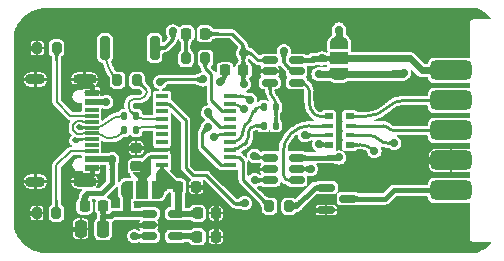
<source format=gtl>
%TF.GenerationSoftware,KiCad,Pcbnew,(6.0.1)*%
%TF.CreationDate,2022-02-19T00:35:00+08:00*%
%TF.ProjectId,PCB_DAP_Link_CH55xT,5043425f-4441-4505-9f4c-696e6b5f4348,0.9*%
%TF.SameCoordinates,Original*%
%TF.FileFunction,Copper,L1,Top*%
%TF.FilePolarity,Positive*%
%FSLAX46Y46*%
G04 Gerber Fmt 4.6, Leading zero omitted, Abs format (unit mm)*
G04 Created by KiCad (PCBNEW (6.0.1)) date 2022-02-19 00:35:00*
%MOMM*%
%LPD*%
G01*
G04 APERTURE LIST*
G04 Aperture macros list*
%AMRoundRect*
0 Rectangle with rounded corners*
0 $1 Rounding radius*
0 $2 $3 $4 $5 $6 $7 $8 $9 X,Y pos of 4 corners*
0 Add a 4 corners polygon primitive as box body*
4,1,4,$2,$3,$4,$5,$6,$7,$8,$9,$2,$3,0*
0 Add four circle primitives for the rounded corners*
1,1,$1+$1,$2,$3*
1,1,$1+$1,$4,$5*
1,1,$1+$1,$6,$7*
1,1,$1+$1,$8,$9*
0 Add four rect primitives between the rounded corners*
20,1,$1+$1,$2,$3,$4,$5,0*
20,1,$1+$1,$4,$5,$6,$7,0*
20,1,$1+$1,$6,$7,$8,$9,0*
20,1,$1+$1,$8,$9,$2,$3,0*%
%AMFreePoly0*
4,1,22,0.550000,-0.750000,0.000000,-0.750000,0.000000,-0.745033,-0.079941,-0.743568,-0.215256,-0.701293,-0.333266,-0.622738,-0.424486,-0.514219,-0.481581,-0.384460,-0.499164,-0.250000,-0.500000,-0.250000,-0.500000,0.250000,-0.499164,0.250000,-0.499963,0.256109,-0.478152,0.396186,-0.417904,0.524511,-0.324060,0.630769,-0.204165,0.706417,-0.067858,0.745374,0.000000,0.744959,0.000000,0.750000,
0.550000,0.750000,0.550000,-0.750000,0.550000,-0.750000,$1*%
%AMFreePoly1*
4,1,20,0.000000,0.744959,0.073905,0.744508,0.209726,0.703889,0.328688,0.626782,0.421226,0.519385,0.479903,0.390333,0.500000,0.250000,0.500000,-0.250000,0.499851,-0.262216,0.476331,-0.402017,0.414519,-0.529596,0.319384,-0.634700,0.198574,-0.708877,0.061801,-0.746166,0.000000,-0.745033,0.000000,-0.750000,-0.550000,-0.750000,-0.550000,0.750000,0.000000,0.750000,0.000000,0.744959,
0.000000,0.744959,$1*%
G04 Aperture macros list end*
%TA.AperFunction,SMDPad,CuDef*%
%ADD10RoundRect,0.135000X0.135000X0.185000X-0.135000X0.185000X-0.135000X-0.185000X0.135000X-0.185000X0*%
%TD*%
%TA.AperFunction,SMDPad,CuDef*%
%ADD11RoundRect,0.225000X0.250000X-0.225000X0.250000X0.225000X-0.250000X0.225000X-0.250000X-0.225000X0*%
%TD*%
%TA.AperFunction,SMDPad,CuDef*%
%ADD12RoundRect,0.250000X0.250000X0.475000X-0.250000X0.475000X-0.250000X-0.475000X0.250000X-0.475000X0*%
%TD*%
%TA.AperFunction,SMDPad,CuDef*%
%ADD13R,1.160000X0.600000*%
%TD*%
%TA.AperFunction,SMDPad,CuDef*%
%ADD14R,1.160000X0.300000*%
%TD*%
%TA.AperFunction,ComponentPad*%
%ADD15O,1.700000X0.900000*%
%TD*%
%TA.AperFunction,ComponentPad*%
%ADD16O,2.000000X0.900000*%
%TD*%
%TA.AperFunction,SMDPad,CuDef*%
%ADD17RoundRect,0.225000X0.225000X0.250000X-0.225000X0.250000X-0.225000X-0.250000X0.225000X-0.250000X0*%
%TD*%
%TA.AperFunction,SMDPad,CuDef*%
%ADD18RoundRect,0.150000X-0.512500X-0.150000X0.512500X-0.150000X0.512500X0.150000X-0.512500X0.150000X0*%
%TD*%
%TA.AperFunction,SMDPad,CuDef*%
%ADD19R,1.000000X0.400000*%
%TD*%
%TA.AperFunction,SMDPad,CuDef*%
%ADD20RoundRect,0.135000X-0.135000X-0.185000X0.135000X-0.185000X0.135000X0.185000X-0.135000X0.185000X0*%
%TD*%
%TA.AperFunction,SMDPad,CuDef*%
%ADD21RoundRect,0.225000X-0.225000X-0.250000X0.225000X-0.250000X0.225000X0.250000X-0.225000X0.250000X0*%
%TD*%
%TA.AperFunction,SMDPad,CuDef*%
%ADD22RoundRect,0.200000X0.200000X0.275000X-0.200000X0.275000X-0.200000X-0.275000X0.200000X-0.275000X0*%
%TD*%
%TA.AperFunction,SMDPad,CuDef*%
%ADD23RoundRect,0.200000X0.200000X0.800000X-0.200000X0.800000X-0.200000X-0.800000X0.200000X-0.800000X0*%
%TD*%
%TA.AperFunction,SMDPad,CuDef*%
%ADD24RoundRect,0.150000X-0.587500X-0.150000X0.587500X-0.150000X0.587500X0.150000X-0.587500X0.150000X0*%
%TD*%
%TA.AperFunction,SMDPad,CuDef*%
%ADD25FreePoly0,90.000000*%
%TD*%
%TA.AperFunction,SMDPad,CuDef*%
%ADD26R,1.500000X1.000000*%
%TD*%
%TA.AperFunction,SMDPad,CuDef*%
%ADD27FreePoly1,90.000000*%
%TD*%
%TA.AperFunction,SMDPad,CuDef*%
%ADD28RoundRect,0.410000X-1.340000X0.410000X-1.340000X-0.410000X1.340000X-0.410000X1.340000X0.410000X0*%
%TD*%
%TA.AperFunction,SMDPad,CuDef*%
%ADD29RoundRect,0.218750X-0.218750X-0.256250X0.218750X-0.256250X0.218750X0.256250X-0.218750X0.256250X0*%
%TD*%
%TA.AperFunction,SMDPad,CuDef*%
%ADD30R,0.800000X0.500000*%
%TD*%
%TA.AperFunction,SMDPad,CuDef*%
%ADD31R,0.800000X0.400000*%
%TD*%
%TA.AperFunction,SMDPad,CuDef*%
%ADD32FreePoly0,0.000000*%
%TD*%
%TA.AperFunction,SMDPad,CuDef*%
%ADD33R,1.000000X1.500000*%
%TD*%
%TA.AperFunction,SMDPad,CuDef*%
%ADD34FreePoly1,0.000000*%
%TD*%
%TA.AperFunction,SMDPad,CuDef*%
%ADD35RoundRect,0.218750X0.218750X0.256250X-0.218750X0.256250X-0.218750X-0.256250X0.218750X-0.256250X0*%
%TD*%
%TA.AperFunction,ViaPad*%
%ADD36C,0.700000*%
%TD*%
%TA.AperFunction,ViaPad*%
%ADD37C,0.600000*%
%TD*%
%TA.AperFunction,ViaPad*%
%ADD38C,0.500000*%
%TD*%
%TA.AperFunction,Conductor*%
%ADD39C,0.457200*%
%TD*%
%TA.AperFunction,Conductor*%
%ADD40C,0.254000*%
%TD*%
%TA.AperFunction,Conductor*%
%ADD41C,0.609600*%
%TD*%
%TA.AperFunction,Conductor*%
%ADD42C,0.508000*%
%TD*%
%TA.AperFunction,Conductor*%
%ADD43C,0.355600*%
%TD*%
%TA.AperFunction,Conductor*%
%ADD44C,0.203200*%
%TD*%
G04 APERTURE END LIST*
D10*
%TO.P,R6,1*%
%TO.N,/SWD*%
X110251000Y-61436600D03*
%TO.P,R6,2*%
%TO.N,Net-(R6-Pad2)*%
X109231000Y-61436600D03*
%TD*%
D11*
%TO.P,C5,1*%
%TO.N,VCC*%
X98440000Y-66455000D03*
%TO.P,C5,2*%
%TO.N,GND*%
X98440000Y-64905000D03*
%TD*%
D12*
%TO.P,C1,1*%
%TO.N,+5V*%
X95646000Y-71755000D03*
%TO.P,C1,2*%
%TO.N,GND*%
X93746000Y-71755000D03*
%TD*%
D13*
%TO.P,J1,A1,GND*%
%TO.N,GND*%
X94660000Y-60230000D03*
%TO.P,J1,A4,VBUS*%
%TO.N,Net-(F1-Pad2)*%
X94660000Y-61030000D03*
D14*
%TO.P,J1,A5,CC1*%
%TO.N,Net-(J1-PadA5)*%
X94660000Y-62180000D03*
%TO.P,J1,A6,D+*%
%TO.N,Net-(J1-PadA6)*%
X94660000Y-63180000D03*
%TO.P,J1,A7,D-*%
%TO.N,Net-(J1-PadA7)*%
X94660000Y-63680000D03*
%TO.P,J1,A8,SBU1*%
%TO.N,unconnected-(J1-PadA8)*%
X94660000Y-64680000D03*
D13*
%TO.P,J1,A9,VBUS*%
%TO.N,Net-(F1-Pad2)*%
X94660000Y-65830000D03*
%TO.P,J1,A12,GND*%
%TO.N,GND*%
X94660000Y-66630000D03*
%TO.P,J1,B1,GND*%
X94660000Y-66630000D03*
%TO.P,J1,B4,VBUS*%
%TO.N,Net-(F1-Pad2)*%
X94660000Y-65830000D03*
D14*
%TO.P,J1,B5,CC2*%
%TO.N,Net-(J1-PadB5)*%
X94660000Y-65180000D03*
%TO.P,J1,B6,D+*%
%TO.N,Net-(J1-PadA6)*%
X94660000Y-64180000D03*
%TO.P,J1,B7,D-*%
%TO.N,Net-(J1-PadA7)*%
X94660000Y-62680000D03*
%TO.P,J1,B8,SBU2*%
%TO.N,unconnected-(J1-PadB8)*%
X94660000Y-61680000D03*
D13*
%TO.P,J1,B9,VBUS*%
%TO.N,Net-(F1-Pad2)*%
X94660000Y-61030000D03*
%TO.P,J1,B12,GND*%
%TO.N,GND*%
X94660000Y-60230000D03*
D15*
%TO.P,J1,S1,SHIELD*%
X89910000Y-67750000D03*
D16*
X94080000Y-67750000D03*
X94080000Y-59110000D03*
D15*
X89910000Y-59110000D03*
%TD*%
D17*
%TO.P,C4,1*%
%TO.N,GND*%
X103533000Y-68180000D03*
%TO.P,C4,2*%
%TO.N,+3V3*%
X101983000Y-68180000D03*
%TD*%
D18*
%TO.P,U1,1,IN*%
%TO.N,+5V*%
X99512500Y-70480000D03*
%TO.P,U1,2,GND*%
%TO.N,GND*%
X99512500Y-71430000D03*
%TO.P,U1,3,EN*%
%TO.N,+5V*%
X99512500Y-72380000D03*
%TO.P,U1,4,BP*%
%TO.N,Net-(C2-Pad1)*%
X101787500Y-72380000D03*
%TO.P,U1,5,OUT*%
%TO.N,+3V3*%
X101787500Y-70480000D03*
%TD*%
D19*
%TO.P,U2,1,P3.2/TXD_/INT0/VBUS1/AIN3*%
%TO.N,/P32*%
X106420000Y-66355000D03*
%TO.P,U2,2,P1.4/T2_/CAP1_/SCS/TIN2/UCC1/AIN1*%
%TO.N,/P14*%
X106420000Y-65705000D03*
%TO.P,U2,3,P1.5/MOSI/PWM1/TIN3/UCC2/AIN2*%
%TO.N,Net-(R5-Pad2)*%
X106420000Y-65055000D03*
%TO.P,U2,4,P1.6/MISO/RXD1/TIN4*%
%TO.N,Net-(R6-Pad2)*%
X106420000Y-64405000D03*
%TO.P,U2,5,P1.7/SCK/TXD1/TIN5*%
%TO.N,/SCK*%
X106420000Y-63755000D03*
%TO.P,U2,6,RST/T2EX_/CAP2_*%
%TO.N,Net-(C6-Pad1)*%
X106420000Y-63105000D03*
%TO.P,U2,7,P1.0/T2/CAP1/TIN0*%
%TO.N,unconnected-(U2-Pad7)*%
X106420000Y-62455000D03*
%TO.P,U2,8,P1.1/T2EX/CAP2/TIN1/VBUS2/AIN0*%
%TO.N,/P11*%
X106420000Y-61805000D03*
%TO.P,U2,9,P3.1/PWM2_/TXD*%
%TO.N,/TXD*%
X106420000Y-61155000D03*
%TO.P,U2,10,P3.0/PWM1_/RXD*%
%TO.N,/RXD*%
X106420000Y-60505000D03*
%TO.P,U2,11,P3.3/INT1_*%
%TO.N,unconnected-(U2-Pad11)*%
X100620000Y-60505000D03*
%TO.P,U2,12,P3.4/PWM2/RXD1_/T0*%
%TO.N,/P34*%
X100620000Y-61155000D03*
%TO.P,U2,13,P3.5/T1*%
%TO.N,unconnected-(U2-Pad13)*%
X100620000Y-61805000D03*
%TO.P,U2,14,P3.6/UDP*%
%TO.N,/USB_DP*%
X100620000Y-62455000D03*
%TO.P,U2,15,P3.7/UDM*%
%TO.N,/USB_DM*%
X100620000Y-63105000D03*
%TO.P,U2,16,P1.3/XO/TXD_*%
%TO.N,unconnected-(U2-Pad16)*%
X100620000Y-63755000D03*
%TO.P,U2,17,P1.2/XI/RXD_*%
%TO.N,unconnected-(U2-Pad17)*%
X100620000Y-64405000D03*
%TO.P,U2,18,GND/VSS*%
%TO.N,GND*%
X100620000Y-65055000D03*
%TO.P,U2,19,VCC/VDD*%
%TO.N,VCC*%
X100620000Y-65705000D03*
%TO.P,U2,20,V33*%
%TO.N,+3V3*%
X100620000Y-66355000D03*
%TD*%
D20*
%TO.P,R2,1*%
%TO.N,Net-(J1-PadA6)*%
X97422000Y-62180000D03*
%TO.P,R2,2*%
%TO.N,/USB_DP*%
X98442000Y-62180000D03*
%TD*%
D21*
%TO.P,C6,1*%
%TO.N,Net-(C6-Pad1)*%
X105965000Y-58350000D03*
%TO.P,C6,2*%
%TO.N,VCC*%
X107515000Y-58350000D03*
%TD*%
D22*
%TO.P,R3,1*%
%TO.N,Net-(J1-PadB5)*%
X91690000Y-70415000D03*
%TO.P,R3,2*%
%TO.N,GND*%
X90040000Y-70415000D03*
%TD*%
D23*
%TO.P,SW1,1,1*%
%TO.N,+3V3*%
X100000000Y-56430000D03*
%TO.P,SW1,2,2*%
%TO.N,Net-(R8-Pad2)*%
X95800000Y-56430000D03*
%TD*%
D24*
%TO.P,Q1,1,B*%
%TO.N,Net-(Q1-Pad1)*%
X114520500Y-68265000D03*
%TO.P,Q1,2,E*%
%TO.N,GND*%
X114520500Y-70165000D03*
%TO.P,Q1,3,C*%
%TO.N,/T_RST*%
X116395500Y-69215000D03*
%TD*%
D25*
%TO.P,JP2,1,A*%
%TO.N,+5V*%
X115629995Y-58634000D03*
D26*
%TO.P,JP2,2,C*%
%TO.N,/V_{Target}*%
X115629995Y-57334000D03*
D27*
%TO.P,JP2,3,B*%
%TO.N,+3V3*%
X115629995Y-56034000D03*
%TD*%
D18*
%TO.P,U3,1,VCCA*%
%TO.N,VCC*%
X109748500Y-57480000D03*
%TO.P,U3,2,GND*%
%TO.N,GND*%
X109748500Y-58430000D03*
%TO.P,U3,3,A*%
%TO.N,/SWD*%
X109748500Y-59380000D03*
%TO.P,U3,4,B*%
%TO.N,/SWDIO*%
X112023500Y-59380000D03*
%TO.P,U3,5,DIR*%
%TO.N,/P32*%
X112023500Y-58430000D03*
%TO.P,U3,6,VCCB*%
%TO.N,/V_{Target}*%
X112023500Y-57480000D03*
%TD*%
D21*
%TO.P,C3,1*%
%TO.N,+3V3*%
X103650000Y-70430000D03*
%TO.P,C3,2*%
%TO.N,GND*%
X105200000Y-70430000D03*
%TD*%
D22*
%TO.P,R4,1*%
%TO.N,Net-(J1-PadA5)*%
X91705000Y-56445000D03*
%TO.P,R4,2*%
%TO.N,GND*%
X90055000Y-56445000D03*
%TD*%
%TO.P,R9,1*%
%TO.N,Net-(Q1-Pad1)*%
X111375000Y-69850000D03*
%TO.P,R9,2*%
%TO.N,/P14*%
X109725000Y-69850000D03*
%TD*%
%TO.P,R7,1*%
%TO.N,/P11*%
X104300000Y-57334000D03*
%TO.P,R7,2*%
%TO.N,Net-(D1-Pad1)*%
X102650000Y-57334000D03*
%TD*%
D28*
%TO.P,J2,1,Pin_1*%
%TO.N,/V_{Target}*%
X125110000Y-58350000D03*
%TO.P,J2,3,Pin_3*%
%TO.N,Net-(J2-Pad3)*%
X125110000Y-60890000D03*
%TO.P,J2,5,Pin_5*%
%TO.N,Net-(J2-Pad5)*%
X125110000Y-63430000D03*
%TO.P,J2,7,Pin_7*%
%TO.N,GND*%
X125110000Y-65970000D03*
%TO.P,J2,9,Pin_9*%
%TO.N,/T_RST*%
X125110000Y-68510000D03*
%TD*%
D21*
%TO.P,C2,1*%
%TO.N,Net-(C2-Pad1)*%
X103625000Y-72430000D03*
%TO.P,C2,2*%
%TO.N,GND*%
X105175000Y-72430000D03*
%TD*%
D18*
%TO.P,U4,1,VCCA*%
%TO.N,VCC*%
X109748500Y-65730000D03*
%TO.P,U4,2,GND*%
%TO.N,GND*%
X109748500Y-66680000D03*
%TO.P,U4,3,A*%
%TO.N,/SCK*%
X109748500Y-67630000D03*
%TO.P,U4,4,B*%
%TO.N,/SWCLK*%
X112023500Y-67630000D03*
%TO.P,U4,5,DIR*%
%TO.N,/P34*%
X112023500Y-66680000D03*
%TO.P,U4,6,VCCB*%
%TO.N,/V_{Target}*%
X112023500Y-65730000D03*
%TD*%
D29*
%TO.P,D1,1,K*%
%TO.N,Net-(D1-Pad1)*%
X102687500Y-55240000D03*
%TO.P,D1,2,A*%
%TO.N,VCC*%
X104262500Y-55240000D03*
%TD*%
D10*
%TO.P,R5,1*%
%TO.N,/SWD*%
X110253000Y-63023600D03*
%TO.P,R5,2*%
%TO.N,Net-(R5-Pad2)*%
X109233000Y-63023600D03*
%TD*%
D30*
%TO.P,RN1,1,R1.1*%
%TO.N,/SWDIO*%
X114730000Y-62230000D03*
D31*
%TO.P,RN1,2,R2.1*%
%TO.N,/SWCLK*%
X114730000Y-63030000D03*
%TO.P,RN1,3,R3.1*%
%TO.N,/TXD*%
X114730000Y-63830000D03*
D30*
%TO.P,RN1,4,R4.1*%
%TO.N,/RXD*%
X114730000Y-64630000D03*
%TO.P,RN1,5,R4.2*%
%TO.N,Net-(J2-Pad8)*%
X116530000Y-64630000D03*
D31*
%TO.P,RN1,6,R3.2*%
%TO.N,Net-(J2-Pad6)*%
X116530000Y-63830000D03*
%TO.P,RN1,7,R2.2*%
%TO.N,Net-(J2-Pad5)*%
X116530000Y-63030000D03*
D30*
%TO.P,RN1,8,R1.2*%
%TO.N,Net-(J2-Pad3)*%
X116530000Y-62230000D03*
%TD*%
D32*
%TO.P,JP1,1,A*%
%TO.N,+5V*%
X97648000Y-68430000D03*
D33*
%TO.P,JP1,2,C*%
%TO.N,VCC*%
X98948000Y-68430000D03*
D34*
%TO.P,JP1,3,B*%
%TO.N,+3V3*%
X100248000Y-68430000D03*
%TD*%
D20*
%TO.P,R1,1*%
%TO.N,Net-(J1-PadA7)*%
X97420000Y-63430000D03*
%TO.P,R1,2*%
%TO.N,/USB_DM*%
X98440000Y-63430000D03*
%TD*%
D22*
%TO.P,R8,1*%
%TO.N,/USB_DP*%
X98503000Y-59180000D03*
%TO.P,R8,2*%
%TO.N,Net-(R8-Pad2)*%
X96853000Y-59180000D03*
%TD*%
D35*
%TO.P,F1,1*%
%TO.N,+5V*%
X95646000Y-69850000D03*
%TO.P,F1,2*%
%TO.N,Net-(F1-Pad2)*%
X94071000Y-69850000D03*
%TD*%
D36*
%TO.N,+5V*%
X98292044Y-72385878D03*
X121096800Y-58553200D03*
X97648000Y-69750000D03*
X113883200Y-58654800D03*
%TO.N,GND*%
X119141000Y-55810000D03*
X117871000Y-60636000D03*
X122316000Y-62160000D03*
X97170000Y-71812000D03*
X100580856Y-53651000D03*
X108701600Y-58451600D03*
X118252000Y-73209000D03*
X99202000Y-61398000D03*
X89931000Y-63430000D03*
X122443000Y-64954000D03*
X112918000Y-64827000D03*
D37*
X108981000Y-60382000D03*
X103393000Y-56064000D03*
D36*
X88915000Y-56445000D03*
X108396800Y-66579600D03*
X94122000Y-57461000D03*
X89169000Y-64192000D03*
X118070568Y-53651000D03*
X122316000Y-53651000D03*
X111800400Y-60991600D03*
X113698140Y-53651000D03*
X88915000Y-70415000D03*
X105044000Y-69145000D03*
D37*
X101869000Y-60636000D03*
D36*
X97297000Y-60509000D03*
X92725000Y-60001000D03*
X109717600Y-64649200D03*
X112791000Y-73209000D03*
X111609900Y-62756900D03*
X92725000Y-66859000D03*
X118887000Y-70161000D03*
X89168999Y-62668000D03*
X103723200Y-60890000D03*
X89931000Y-64192000D03*
X89169000Y-63430000D03*
X105298000Y-56699000D03*
X101869000Y-64319000D03*
X95200000Y-53651000D03*
X91836000Y-53651000D03*
X104953284Y-53651000D03*
X106923600Y-68560800D03*
X113553000Y-55683000D03*
X103977200Y-66020800D03*
X96535000Y-69145000D03*
X94122000Y-55556000D03*
D37*
X108600000Y-56318000D03*
D36*
X109325712Y-53651000D03*
X114315000Y-60636000D03*
X119115600Y-66833600D03*
X92371459Y-71756990D03*
X122316000Y-59620000D03*
X110505000Y-68764000D03*
X89931000Y-62668000D03*
X107965000Y-73209000D03*
X122316000Y-55810000D03*
X122443000Y-73209000D03*
X97373200Y-64903200D03*
X122189000Y-70161000D03*
%TO.N,+3V3*%
X101538800Y-55048000D03*
X100980000Y-67621000D03*
X115610400Y-54895600D03*
%TO.N,VCC*%
X104078800Y-59112000D03*
X99329000Y-66605000D03*
X107515000Y-56844200D03*
X107533200Y-59518400D03*
X100472000Y-59315200D03*
X108447600Y-65563600D03*
%TO.N,Net-(C6-Pad1)*%
X105552000Y-59315200D03*
X104536000Y-61906000D03*
%TO.N,Net-(F1-Pad2)*%
X95900000Y-61017000D03*
X96408000Y-65843000D03*
D38*
%TO.N,Net-(J1-PadA6)*%
X93258400Y-64268200D03*
X93639411Y-63175998D03*
D36*
%TO.N,Net-(J2-Pad8)*%
X118607600Y-65157200D03*
%TO.N,Net-(J2-Pad6)*%
X120284000Y-64496800D03*
%TO.N,/V_{Target}*%
X115610400Y-65716000D03*
X114188000Y-57334000D03*
%TO.N,/TXD*%
X112714800Y-63836400D03*
X107584000Y-61652000D03*
%TO.N,/RXD*%
X108092000Y-60839200D03*
X113934000Y-64598400D03*
%TO.N,/P32*%
X104536000Y-63125200D03*
X110936800Y-56724400D03*
%TO.N,/SCK*%
X108462858Y-67631142D03*
X104993200Y-63988800D03*
%TO.N,/P34*%
X107634800Y-69576800D03*
X113222800Y-66681200D03*
%TD*%
D39*
%TO.N,+5V*%
X96281000Y-70669000D02*
X95773000Y-70669000D01*
X95646000Y-69850000D02*
X95646000Y-70542000D01*
X95773000Y-70669000D02*
X95646000Y-70542000D01*
D40*
X99512500Y-72380000D02*
X98297922Y-72380000D01*
D41*
X115609195Y-58654800D02*
X115629995Y-58634000D01*
X97648000Y-69750000D02*
X97648000Y-70288000D01*
X113883200Y-58654800D02*
X115609195Y-58654800D01*
D39*
X95646000Y-70796000D02*
X95646000Y-71755000D01*
X96470000Y-70480000D02*
X96281000Y-70669000D01*
D42*
X97612987Y-70479996D02*
X96469987Y-70479996D01*
D40*
X98297922Y-72380000D02*
X98292044Y-72385878D01*
D39*
X95646000Y-70542000D02*
X95646000Y-70796000D01*
D41*
X121096800Y-58553200D02*
X120995200Y-58654800D01*
D42*
X99512501Y-70479996D02*
X97612987Y-70479996D01*
D41*
X115650795Y-58654800D02*
X115629995Y-58634000D01*
X97648000Y-68430000D02*
X97648000Y-69750000D01*
X120995200Y-58654800D02*
X115650795Y-58654800D01*
D39*
%TO.N,GND*%
X94660000Y-59690000D02*
X94080000Y-59110000D01*
X92725000Y-66859000D02*
X93036000Y-67170000D01*
X94660000Y-66630000D02*
X94660000Y-67170000D01*
X97170000Y-71812000D02*
X97170000Y-72701000D01*
X105175000Y-70455000D02*
X105200000Y-70430000D01*
X97373200Y-64903200D02*
X97375000Y-64905000D01*
X92852000Y-73209000D02*
X92371459Y-72728459D01*
D43*
X109717600Y-64649200D02*
X111609900Y-62756900D01*
D39*
X94660000Y-60230000D02*
X94660000Y-59690000D01*
D40*
X108396800Y-66579600D02*
X108497200Y-66680000D01*
D39*
X103533000Y-68180000D02*
X104333000Y-68180000D01*
X94660000Y-67170000D02*
X94080000Y-67750000D01*
X111669400Y-71435000D02*
X112939400Y-70165000D01*
D41*
X119979200Y-65970000D02*
X125110000Y-65970000D01*
D39*
X105175000Y-71435000D02*
X107707000Y-71435000D01*
X97552000Y-71430000D02*
X97170000Y-71812000D01*
X110094600Y-71435000D02*
X111669400Y-71435000D01*
D41*
X119115600Y-66833600D02*
X119979200Y-65970000D01*
D39*
X88915000Y-70415000D02*
X90040000Y-70415000D01*
X93744010Y-71756990D02*
X93746000Y-71755000D01*
D43*
X111800400Y-62566400D02*
X111800400Y-60991600D01*
D39*
X105175000Y-71435000D02*
X105175000Y-70455000D01*
D43*
X108723200Y-58430000D02*
X108701600Y-58451600D01*
D39*
X93036000Y-67170000D02*
X94660000Y-67170000D01*
X97375000Y-64905000D02*
X98440000Y-64905000D01*
X112939400Y-70165000D02*
X114520500Y-70165000D01*
X92371459Y-71756990D02*
X93744010Y-71756990D01*
X105175000Y-72430000D02*
X105175000Y-71435000D01*
D43*
X100620000Y-65055000D02*
X99684000Y-65055000D01*
D39*
X96662000Y-73209000D02*
X92852000Y-73209000D01*
X92371459Y-72728459D02*
X92371459Y-71756990D01*
X92725000Y-60001000D02*
X93036000Y-59690000D01*
X88915000Y-56445000D02*
X90055000Y-56445000D01*
D43*
X109748500Y-58430000D02*
X108723200Y-58430000D01*
D39*
X105200000Y-69047000D02*
X105200000Y-70430000D01*
D43*
X99534000Y-64905000D02*
X98440000Y-64905000D01*
X111609900Y-62756900D02*
X111800400Y-62566400D01*
D40*
X108497200Y-66680000D02*
X109748500Y-66680000D01*
D39*
X104333000Y-68180000D02*
X105200000Y-69047000D01*
X107707000Y-71435000D02*
X110094600Y-71435000D01*
X97170000Y-72701000D02*
X96662000Y-73209000D01*
D43*
X99684000Y-65055000D02*
X99534000Y-64905000D01*
D39*
X93036000Y-59690000D02*
X94660000Y-59690000D01*
X99512500Y-71430000D02*
X97552000Y-71430000D01*
D42*
%TO.N,Net-(C2-Pad1)*%
X101787503Y-72379992D02*
X103575002Y-72379992D01*
D39*
X103575000Y-72380000D02*
X103625000Y-72430000D01*
D43*
%TO.N,+3V3*%
X100620000Y-66711000D02*
X100599000Y-66732000D01*
D41*
X101983000Y-70284500D02*
X101787500Y-70480000D01*
D43*
X101983000Y-68180000D02*
X101983000Y-68116000D01*
D41*
X115610400Y-54895600D02*
X115610400Y-56014405D01*
D42*
X101787503Y-70479996D02*
X103599996Y-70479996D01*
D40*
X100817200Y-56430000D02*
X100000000Y-56430000D01*
D43*
X101983000Y-68116000D02*
X100599000Y-66732000D01*
D41*
X101983000Y-68180000D02*
X101983000Y-70284500D01*
D43*
X100620000Y-66355000D02*
X100620000Y-66711000D01*
X101056000Y-68180000D02*
X100806000Y-68430000D01*
X100248000Y-67083000D02*
X100248000Y-68430000D01*
D40*
X101538800Y-55048000D02*
X101538800Y-55708400D01*
X101538800Y-55708400D02*
X100817200Y-56430000D01*
D43*
X100599000Y-66732000D02*
X100248000Y-67083000D01*
X100806000Y-68430000D02*
X100248000Y-68430000D01*
D39*
X103600000Y-70480000D02*
X103650000Y-70430000D01*
D41*
X115610400Y-56014405D02*
X115629995Y-56034000D01*
D43*
X101983000Y-68180000D02*
X101056000Y-68180000D01*
D40*
%TO.N,VCC*%
X100675200Y-59112000D02*
X104078800Y-59112000D01*
D43*
X98948000Y-66478000D02*
X98948000Y-67240000D01*
X100620000Y-65705000D02*
X99721000Y-65705000D01*
D40*
X107515000Y-56844200D02*
X107515000Y-58350000D01*
D43*
X98948000Y-67240000D02*
X98948000Y-68430000D01*
D40*
X107515000Y-58350000D02*
X107515000Y-59474462D01*
X107515000Y-56844200D02*
X108110200Y-56844200D01*
X104262500Y-55240000D02*
X106556800Y-55240000D01*
D43*
X99721000Y-65705000D02*
X98948000Y-66478000D01*
D40*
X107515000Y-56198200D02*
X107515000Y-56844200D01*
X109734500Y-65716000D02*
X109748500Y-65730000D01*
X108110200Y-56844200D02*
X108746000Y-57480000D01*
X106556800Y-55240000D02*
X107515000Y-56198200D01*
X108600000Y-65716000D02*
X109734500Y-65716000D01*
X108746000Y-57480000D02*
X109748500Y-57480000D01*
X108447600Y-65563600D02*
X108600000Y-65716000D01*
X100472000Y-59315200D02*
X100675200Y-59112000D01*
X107533200Y-59518400D02*
G75*
G02*
X107515000Y-59474462I43937J43938D01*
G01*
%TO.N,Net-(C6-Pad1)*%
X105965000Y-58902200D02*
X105552000Y-59315200D01*
X105965000Y-58350000D02*
X105965000Y-58902200D01*
X104536000Y-62109200D02*
X105531800Y-63105000D01*
X104536000Y-61906000D02*
X104536000Y-62109200D01*
X105531800Y-63105000D02*
X106420000Y-63105000D01*
%TO.N,Net-(D1-Pad1)*%
X102650000Y-55277500D02*
X102687500Y-55240000D01*
X102650000Y-57334000D02*
X102650000Y-55277500D01*
D39*
%TO.N,Net-(F1-Pad2)*%
X96408000Y-65843000D02*
X96408000Y-67875000D01*
X94376000Y-68764000D02*
X94071000Y-69069000D01*
X95887000Y-61030000D02*
X95900000Y-61017000D01*
X96395000Y-65830000D02*
X94660000Y-65830000D01*
X96408000Y-67875000D02*
X95519000Y-68764000D01*
X95519000Y-68764000D02*
X94376000Y-68764000D01*
X94660000Y-61030000D02*
X95887000Y-61030000D01*
X96408000Y-65843000D02*
X96395000Y-65830000D01*
X94071000Y-69069000D02*
X94071000Y-69850000D01*
D44*
%TO.N,Net-(J1-PadA5)*%
X91705000Y-61013000D02*
X91705000Y-56445000D01*
X92872000Y-62180000D02*
X91705000Y-61013000D01*
X94660000Y-62180000D02*
X92872000Y-62180000D01*
%TO.N,Net-(J1-PadA6)*%
X93258400Y-64268200D02*
X93739578Y-64268200D01*
X93643400Y-63180000D02*
X93639400Y-63176000D01*
X94660000Y-63180000D02*
X94970528Y-63180000D01*
X94660000Y-63180000D02*
X93643400Y-63180000D01*
X97384741Y-62180000D02*
X97422000Y-62180000D01*
X93827778Y-64180000D02*
X94660000Y-64180000D01*
X93739578Y-64268200D02*
X93827778Y-64180000D01*
X97384741Y-62180000D02*
G75*
G03*
X95900000Y-62795000I-1J-2099738D01*
G01*
X95900000Y-62795000D02*
G75*
G02*
X94970528Y-63180000I-929472J929472D01*
G01*
%TO.N,Net-(J1-PadA7)*%
X93088300Y-63404277D02*
X93088300Y-62947719D01*
X93922803Y-62680000D02*
X94660000Y-62680000D01*
X93914799Y-63680000D02*
X93867690Y-63727109D01*
X94660000Y-63680000D02*
X95202739Y-63680000D01*
X93088300Y-62947719D02*
X93411132Y-62624887D01*
X93411132Y-63727109D02*
X93088300Y-63404277D01*
X96132210Y-64065000D02*
X96281000Y-64065000D01*
X93867690Y-62624887D02*
X93922803Y-62680000D01*
X97141382Y-63708618D02*
X97420000Y-63430000D01*
X93411132Y-62624887D02*
X93867690Y-62624887D01*
X94660000Y-63680000D02*
X93914799Y-63680000D01*
X93867690Y-63727109D02*
X93411132Y-63727109D01*
X95519000Y-63811000D02*
G75*
G03*
X95202739Y-63680000I-316263J-316263D01*
G01*
X97141382Y-63708618D02*
G75*
G02*
X96281000Y-64065000I-860384J860387D01*
G01*
X96132210Y-64065000D02*
G75*
G02*
X95519000Y-63811000I-4J867199D01*
G01*
%TO.N,Net-(J1-PadB5)*%
X92880000Y-65180000D02*
X91690000Y-66370000D01*
X91690000Y-66370000D02*
X91690000Y-70415000D01*
X94660000Y-65180000D02*
X92880000Y-65180000D01*
D40*
%TO.N,Net-(J2-Pad8)*%
X116530000Y-64630000D02*
X117334827Y-64630000D01*
X118607600Y-65157200D02*
G75*
G03*
X117334827Y-64630000I-1272775J-1272778D01*
G01*
%TO.N,Net-(J2-Pad6)*%
X116530000Y-63830000D02*
X118068213Y-63830000D01*
X119678010Y-64496800D02*
X120284000Y-64496800D01*
X119064800Y-64242800D02*
G75*
G03*
X118068213Y-63830000I-996586J-996584D01*
G01*
X119678010Y-64496800D02*
G75*
G02*
X119064800Y-64242800I-4J867199D01*
G01*
D39*
%TO.N,/V_{Target}*%
X113280000Y-57480000D02*
X113426000Y-57334000D01*
X113426000Y-57334000D02*
X114188000Y-57334000D01*
D41*
X121604800Y-57334000D02*
X122620800Y-58350000D01*
D39*
X112023500Y-57480000D02*
X113280000Y-57480000D01*
X115596400Y-65730000D02*
X115610400Y-65716000D01*
D41*
X115629995Y-57334000D02*
X121604800Y-57334000D01*
D39*
X112023500Y-65730000D02*
X115596400Y-65730000D01*
X114188000Y-57334000D02*
X115629995Y-57334000D01*
D41*
X122620800Y-58350000D02*
X125110000Y-58350000D01*
D39*
%TO.N,/T_RST*%
X120233200Y-68510000D02*
X125110000Y-68510000D01*
X116395500Y-69215000D02*
X119528200Y-69215000D01*
X119528200Y-69215000D02*
X120233200Y-68510000D01*
D40*
%TO.N,Net-(J2-Pad5)*%
X116530000Y-63030000D02*
X119372725Y-63030000D01*
X120338410Y-63430000D02*
X125110000Y-63430000D01*
X120338410Y-63430000D02*
G75*
G02*
X119725200Y-63176000I-4J867199D01*
G01*
X119725200Y-63176000D02*
G75*
G03*
X119372725Y-63030000I-352474J-352473D01*
G01*
%TO.N,Net-(J2-Pad3)*%
X121053220Y-60890000D02*
X125110000Y-60890000D01*
X116530000Y-62230000D02*
X117818175Y-62230000D01*
X119826800Y-61398000D02*
G75*
G02*
X117818175Y-62230000I-2008626J2008627D01*
G01*
X121053220Y-60890000D02*
G75*
G03*
X119826800Y-61398000I3J-1734426D01*
G01*
D39*
%TO.N,Net-(Q1-Pad1)*%
X113569400Y-68265000D02*
X114520500Y-68265000D01*
X111375000Y-69850000D02*
X111984400Y-69850000D01*
X111984400Y-69850000D02*
X113569400Y-68265000D01*
D44*
%TO.N,/USB_DM*%
X99224619Y-63105000D02*
X100620000Y-63105000D01*
X99224619Y-63105000D02*
G75*
G03*
X98440000Y-63430000I-1J-1109616D01*
G01*
%TO.N,/USB_DP*%
X98255926Y-62102925D02*
X98186000Y-62033000D01*
X97805000Y-61428410D02*
X97805000Y-61196605D01*
X99329000Y-60202395D02*
X99329000Y-60128000D01*
X98238605Y-60763000D02*
X98746604Y-60763000D01*
X99105908Y-62455000D02*
X100620000Y-62455000D01*
X99090407Y-60620592D02*
X99202000Y-60509000D01*
X98186000Y-62007234D02*
X97944883Y-61766117D01*
X98186000Y-62033000D02*
X98186000Y-62007234D01*
X99242733Y-59919733D02*
X98503000Y-59180000D01*
X99328999Y-60202395D02*
G75*
G02*
X99201999Y-60508999I-433599J-2D01*
G01*
X99090407Y-60620592D02*
G75*
G02*
X98746604Y-60763000I-343802J343799D01*
G01*
X98255926Y-62102925D02*
G75*
G03*
X98442000Y-62180000I186073J186069D01*
G01*
X98238605Y-60763000D02*
G75*
G03*
X97932000Y-60890000I3J-433611D01*
G01*
X99242733Y-59919733D02*
G75*
G02*
X99329000Y-60128000I-208268J-208267D01*
G01*
X97932000Y-60890000D02*
G75*
G03*
X97805000Y-61196605I306604J-306605D01*
G01*
X99105908Y-62454999D02*
G75*
G02*
X98442001Y-62179999I-2J938902D01*
G01*
X97805001Y-61428410D02*
G75*
G03*
X97944884Y-61766116I477589J0D01*
G01*
D40*
%TO.N,/SWD*%
X109748500Y-59881863D02*
X109748500Y-59380000D01*
X110251000Y-61436600D02*
X110251000Y-61095005D01*
X110253000Y-63023600D02*
X110253000Y-61438600D01*
X110253000Y-61438600D02*
X110251000Y-61436600D01*
X110124000Y-60788400D02*
G75*
G02*
X110251000Y-61095005I-306604J-306605D01*
G01*
X109748501Y-59881863D02*
G75*
G03*
X110124001Y-60788399I1282041J2D01*
G01*
%TO.N,Net-(R5-Pad2)*%
X107627608Y-64554793D02*
X107634800Y-64547600D01*
X108582568Y-63023600D02*
X109233000Y-63023600D01*
X107634800Y-64547600D02*
X107753832Y-64428568D01*
X107939600Y-63980085D02*
X107939600Y-63594726D01*
X108582568Y-63023601D02*
G75*
G03*
X108092001Y-63226801I-1J-693765D01*
G01*
X107939600Y-63980085D02*
G75*
G02*
X107753832Y-64428568I-634252J1D01*
G01*
X107627608Y-64554793D02*
G75*
G02*
X106420000Y-65055000I-1207609J1207613D01*
G01*
X108092000Y-63226800D02*
G75*
G03*
X107939600Y-63594726I367921J-367924D01*
G01*
%TO.N,Net-(R6-Pad2)*%
X106420000Y-64405000D02*
X106663373Y-64405000D01*
X109215530Y-61448800D02*
X109220195Y-61444135D01*
X109220195Y-61444135D02*
X109220195Y-61436600D01*
X107685600Y-62922000D02*
X108049916Y-62557684D01*
X108904800Y-61448800D02*
X109215530Y-61448800D01*
X107482400Y-63456148D02*
X107482400Y-63412568D01*
X108373205Y-61777195D02*
X108557915Y-61592485D01*
X107177600Y-64192000D02*
G75*
G02*
X106663373Y-64405000I-514224J514219D01*
G01*
X108904800Y-61448800D02*
G75*
G03*
X108557915Y-61592485I5J-490580D01*
G01*
X108373205Y-61777195D02*
G75*
G03*
X108193600Y-62210800I433609J-433606D01*
G01*
X107685600Y-62922000D02*
G75*
G03*
X107482400Y-63412568I490571J-490569D01*
G01*
X107482400Y-63456148D02*
G75*
G02*
X107177600Y-64192000I-1040649J-1D01*
G01*
X108193599Y-62210800D02*
G75*
G02*
X108049916Y-62557684I-490561J-3D01*
G01*
%TO.N,/P11*%
X104300000Y-57334000D02*
X104300000Y-58164800D01*
X104300000Y-58164800D02*
X104790000Y-58654800D01*
X104790000Y-58654800D02*
X104790000Y-60890000D01*
X104790000Y-60890000D02*
X105705000Y-61805000D01*
X105705000Y-61805000D02*
X106420000Y-61805000D01*
D44*
%TO.N,Net-(R8-Pad2)*%
X95800000Y-56637834D02*
X95800000Y-56430000D01*
X95800000Y-56637834D02*
G75*
G03*
X96853000Y-59180000I3595164J0D01*
G01*
D40*
%TO.N,/P14*%
X107482400Y-67607400D02*
X109725000Y-69850000D01*
X106420000Y-65705000D02*
X107174000Y-65705000D01*
X107174000Y-65705000D02*
X107482400Y-66013400D01*
X107482400Y-66013400D02*
X107482400Y-67607400D01*
%TO.N,/SWDIO*%
X113941879Y-62230000D02*
X114730000Y-62230000D01*
X112023500Y-59380000D02*
X112215947Y-59380000D01*
X113070400Y-60038726D02*
X113070400Y-60954622D01*
X113070400Y-60038726D02*
G75*
G03*
X112918000Y-59670800I-520332J-3D01*
G01*
X113527600Y-62058400D02*
G75*
G02*
X113070400Y-60954622I1103775J1103777D01*
G01*
X113941879Y-62230000D02*
G75*
G02*
X113527600Y-62058400I-3J585871D01*
G01*
X112918000Y-59670800D02*
G75*
G03*
X112215947Y-59380000I-702052J-702049D01*
G01*
%TO.N,/SWCLK*%
X111983907Y-67646400D02*
X111394000Y-67646400D01*
X110886000Y-67126074D02*
X110886000Y-65278346D01*
X111047116Y-67502716D02*
X111038400Y-67494000D01*
X113125295Y-63030000D02*
X114730000Y-63030000D01*
X111047116Y-67502716D02*
G75*
G03*
X111394000Y-67646400I346883J346883D01*
G01*
X111983907Y-67646400D02*
G75*
G03*
X112023500Y-67630000I-3J56000D01*
G01*
X110886000Y-67126074D02*
G75*
G03*
X111038400Y-67494000I520332J3D01*
G01*
X113125295Y-63030001D02*
G75*
G03*
X111546401Y-63684001I2J-2232898D01*
G01*
X111546400Y-63684000D02*
G75*
G03*
X110886000Y-65278346I1594345J-1594346D01*
G01*
%TO.N,/TXD*%
X112714800Y-63836400D02*
X114714550Y-63836400D01*
X107431600Y-61550400D02*
X107497279Y-61616079D01*
X106420000Y-61155000D02*
X106477020Y-61155000D01*
X114730000Y-63830000D02*
G75*
G02*
X114714550Y-63836400I-15450J15448D01*
G01*
X107584000Y-61651999D02*
G75*
G02*
X107497280Y-61616078I2J122646D01*
G01*
X107431600Y-61550400D02*
G75*
G03*
X106477020Y-61155000I-954581J-954583D01*
G01*
%TO.N,/RXD*%
X114010289Y-64630000D02*
X114730000Y-64630000D01*
X106420000Y-60505000D02*
X107285170Y-60505000D01*
X108092000Y-60839200D02*
G75*
G03*
X107285170Y-60505000I-806832J-806834D01*
G01*
X114010289Y-64630000D02*
G75*
G02*
X113934000Y-64598400I1J107890D01*
G01*
%TO.N,/P32*%
X104028000Y-63633200D02*
X104028000Y-64801600D01*
X104536000Y-63125200D02*
X104028000Y-63633200D01*
X105581400Y-66355000D02*
X106420000Y-66355000D01*
X104028000Y-64801600D02*
X104078800Y-64852400D01*
X110936800Y-57729701D02*
X111637099Y-58430000D01*
X104078800Y-64852400D02*
X105581400Y-66355000D01*
X110936800Y-56724400D02*
X110936800Y-57729701D01*
X111637099Y-58430000D02*
X112023500Y-58430000D01*
%TO.N,/SCK*%
X106420000Y-63755000D02*
X105557643Y-63755000D01*
X108465615Y-67630000D02*
X109748500Y-67630000D01*
X104993200Y-63988800D02*
G75*
G02*
X105557643Y-63755000I564441J-564437D01*
G01*
X108465615Y-67630001D02*
G75*
G03*
X108462859Y-67631143I-1J-3896D01*
G01*
%TO.N,/P34*%
X103266000Y-67240000D02*
X104383600Y-67240000D01*
X113222800Y-66681200D02*
X113221600Y-66680000D01*
X101245000Y-61155000D02*
X102631000Y-62541000D01*
X102631000Y-62541000D02*
X102631000Y-66605000D01*
X104383600Y-67240000D02*
X106720400Y-69576800D01*
X106720400Y-69576800D02*
X107634800Y-69576800D01*
X102631000Y-66605000D02*
X103266000Y-67240000D01*
X100620000Y-61155000D02*
X101245000Y-61155000D01*
X113221600Y-66680000D02*
X112023500Y-66680000D01*
%TD*%
%TA.AperFunction,Conductor*%
%TO.N,+5V*%
G36*
X114042375Y-58341877D02*
G01*
X114067785Y-58349855D01*
X114068260Y-58349922D01*
X114068264Y-58349923D01*
X114113168Y-58356266D01*
X114113179Y-58356267D01*
X114113412Y-58356300D01*
X114171684Y-58359734D01*
X114171785Y-58359735D01*
X114171798Y-58359736D01*
X114241574Y-58360758D01*
X114241642Y-58360759D01*
X114322329Y-58359977D01*
X114412789Y-58357989D01*
X114450997Y-58356991D01*
X114512040Y-58355396D01*
X114512063Y-58355395D01*
X114619195Y-58352799D01*
X114619273Y-58352798D01*
X114733120Y-58350801D01*
X114733247Y-58350799D01*
X114759390Y-58350625D01*
X114841423Y-58350078D01*
X114849718Y-58353450D01*
X114853200Y-58361778D01*
X114853200Y-58947821D01*
X114849773Y-58956094D01*
X114841422Y-58959521D01*
X114733247Y-58958800D01*
X114733120Y-58958798D01*
X114619273Y-58956801D01*
X114619195Y-58956800D01*
X114512063Y-58954204D01*
X114512040Y-58954203D01*
X114450997Y-58952608D01*
X114412789Y-58951610D01*
X114322329Y-58949622D01*
X114241642Y-58948840D01*
X114241574Y-58948841D01*
X114171798Y-58949863D01*
X114171785Y-58949864D01*
X114171684Y-58949865D01*
X114113412Y-58953299D01*
X114113179Y-58953332D01*
X114113168Y-58953333D01*
X114068264Y-58959676D01*
X114068260Y-58959677D01*
X114067785Y-58959744D01*
X114042376Y-58967723D01*
X114033458Y-58966932D01*
X114030762Y-58964993D01*
X114025454Y-58959888D01*
X113716969Y-58663233D01*
X113713381Y-58655029D01*
X113716969Y-58646367D01*
X114030763Y-58344607D01*
X114039101Y-58341342D01*
X114042375Y-58341877D01*
G37*
%TD.AperFunction*%
%TD*%
%TA.AperFunction,Conductor*%
%TO.N,/SWCLK*%
G36*
X111809557Y-67431271D02*
G01*
X112155875Y-67612687D01*
X112161614Y-67619561D01*
X112160810Y-67628480D01*
X112156974Y-67632761D01*
X111832599Y-67850846D01*
X111823821Y-67852618D01*
X111818992Y-67850451D01*
X111799552Y-67835678D01*
X111799234Y-67835436D01*
X111769828Y-67818878D01*
X111737160Y-67805511D01*
X111736879Y-67805429D01*
X111736872Y-67805427D01*
X111720318Y-67800622D01*
X111700956Y-67795002D01*
X111660939Y-67787019D01*
X111632378Y-67783272D01*
X111616948Y-67781247D01*
X111616939Y-67781246D01*
X111616832Y-67781232D01*
X111616719Y-67781223D01*
X111616711Y-67781222D01*
X111599283Y-67779811D01*
X111568361Y-67777308D01*
X111515249Y-67774915D01*
X111457221Y-67773723D01*
X111405640Y-67773459D01*
X111397385Y-67769990D01*
X111394000Y-67761759D01*
X111394000Y-67531009D01*
X111397427Y-67522736D01*
X111405609Y-67519309D01*
X111421571Y-67519184D01*
X111454269Y-67518929D01*
X111454297Y-67518928D01*
X111454345Y-67518928D01*
X111469453Y-67518490D01*
X111509883Y-67517318D01*
X111509890Y-67517318D01*
X111509948Y-67517316D01*
X111521363Y-67516633D01*
X111560816Y-67514272D01*
X111560834Y-67514271D01*
X111560960Y-67514263D01*
X111561080Y-67514251D01*
X111561088Y-67514250D01*
X111607359Y-67509488D01*
X111607365Y-67509487D01*
X111607532Y-67509470D01*
X111620196Y-67507424D01*
X111649601Y-67502674D01*
X111649608Y-67502673D01*
X111649816Y-67502639D01*
X111687963Y-67493469D01*
X111722126Y-67481662D01*
X111752455Y-67466919D01*
X111779103Y-67448941D01*
X111796159Y-67433069D01*
X111804548Y-67429943D01*
X111809557Y-67431271D01*
G37*
%TD.AperFunction*%
%TD*%
%TA.AperFunction,Conductor*%
%TO.N,Net-(F1-Pad2)*%
G36*
X94797843Y-60762942D02*
G01*
X94815099Y-60770114D01*
X94845300Y-60782668D01*
X94900046Y-60798296D01*
X94956207Y-60807978D01*
X95014985Y-60812812D01*
X95077584Y-60813893D01*
X95145207Y-60812320D01*
X95219057Y-60809187D01*
X95257331Y-60807494D01*
X95257341Y-60807494D01*
X95300279Y-60805595D01*
X95300411Y-60805590D01*
X95359383Y-60803647D01*
X95390171Y-60802633D01*
X95390365Y-60802629D01*
X95490000Y-60801400D01*
X95490000Y-61258600D01*
X95472834Y-61258388D01*
X95472832Y-61258388D01*
X95443166Y-61258022D01*
X95390365Y-61257370D01*
X95390171Y-61257366D01*
X95359383Y-61256352D01*
X95300411Y-61254409D01*
X95300279Y-61254404D01*
X95255047Y-61252403D01*
X95255035Y-61252403D01*
X95254880Y-61252396D01*
X95254873Y-61252396D01*
X95219057Y-61250812D01*
X95145207Y-61247679D01*
X95077584Y-61246106D01*
X95014985Y-61247187D01*
X94956207Y-61252021D01*
X94918103Y-61258590D01*
X94918102Y-61258590D01*
X94900046Y-61261703D01*
X94845300Y-61277331D01*
X94810030Y-61291992D01*
X94797843Y-61297058D01*
X94788888Y-61297069D01*
X94785242Y-61294687D01*
X94518769Y-61038433D01*
X94515181Y-61030229D01*
X94518769Y-61021567D01*
X94785242Y-60765313D01*
X94793581Y-60762048D01*
X94797843Y-60762942D01*
G37*
%TD.AperFunction*%
%TD*%
%TA.AperFunction,Conductor*%
%TO.N,Net-(F1-Pad2)*%
G36*
X94797843Y-65562942D02*
G01*
X94815099Y-65570114D01*
X94845300Y-65582668D01*
X94900046Y-65598296D01*
X94918051Y-65601400D01*
X94955961Y-65607936D01*
X94955970Y-65607937D01*
X94956207Y-65607978D01*
X95014985Y-65612812D01*
X95051698Y-65613446D01*
X95077456Y-65613891D01*
X95077466Y-65613891D01*
X95077584Y-65613893D01*
X95145207Y-65612320D01*
X95145285Y-65612317D01*
X95219057Y-65609187D01*
X95300279Y-65605595D01*
X95300411Y-65605590D01*
X95356604Y-65603738D01*
X95390172Y-65602633D01*
X95390362Y-65602629D01*
X95419361Y-65602271D01*
X95423054Y-65602226D01*
X95425000Y-65602202D01*
X95475379Y-65601580D01*
X95488408Y-65601420D01*
X95490000Y-65601730D01*
X95490000Y-66058255D01*
X95488355Y-66058580D01*
X95390365Y-66057370D01*
X95390171Y-66057366D01*
X95359383Y-66056352D01*
X95300411Y-66054409D01*
X95300279Y-66054404D01*
X95219057Y-66050812D01*
X95145285Y-66047682D01*
X95145207Y-66047679D01*
X95077584Y-66046106D01*
X95077466Y-66046108D01*
X95077456Y-66046108D01*
X95051698Y-66046553D01*
X95014985Y-66047187D01*
X94956207Y-66052021D01*
X94955970Y-66052062D01*
X94955961Y-66052063D01*
X94925174Y-66057371D01*
X94900046Y-66061703D01*
X94845300Y-66077331D01*
X94810030Y-66091992D01*
X94797843Y-66097058D01*
X94788888Y-66097069D01*
X94785242Y-66094687D01*
X94518769Y-65838433D01*
X94515181Y-65830229D01*
X94518769Y-65821567D01*
X94785242Y-65565313D01*
X94793581Y-65562048D01*
X94797843Y-65562942D01*
G37*
%TD.AperFunction*%
%TD*%
%TA.AperFunction,Conductor*%
%TO.N,/P11*%
G36*
X104308433Y-57142769D02*
G01*
X104654219Y-57502343D01*
X104657484Y-57510682D01*
X104656202Y-57515780D01*
X104615837Y-57594695D01*
X104615748Y-57594866D01*
X104571618Y-57676425D01*
X104530606Y-57754288D01*
X104530543Y-57754425D01*
X104498925Y-57822807D01*
X104495877Y-57829398D01*
X104470554Y-57902778D01*
X104470475Y-57903225D01*
X104470475Y-57903226D01*
X104469061Y-57911259D01*
X104457757Y-57975450D01*
X104460611Y-58048435D01*
X104482237Y-58122756D01*
X104525758Y-58199434D01*
X104526120Y-58199857D01*
X104526123Y-58199861D01*
X104587255Y-58271267D01*
X104590032Y-58279780D01*
X104586640Y-58287149D01*
X104423278Y-58450511D01*
X104415005Y-58453938D01*
X104406431Y-58450199D01*
X104315787Y-58352573D01*
X104315122Y-58351790D01*
X104240391Y-58255596D01*
X104239712Y-58254624D01*
X104205496Y-58199861D01*
X104184160Y-58165714D01*
X104183561Y-58164633D01*
X104179135Y-58155536D01*
X104142450Y-58080140D01*
X104142038Y-58079186D01*
X104110702Y-57996208D01*
X104110475Y-57995546D01*
X104103982Y-57974621D01*
X104084304Y-57911205D01*
X104084255Y-57911042D01*
X104058729Y-57822807D01*
X104058679Y-57822640D01*
X104029241Y-57728009D01*
X104029203Y-57727886D01*
X103991180Y-57624007D01*
X103959353Y-57552087D01*
X103943179Y-57515538D01*
X103942965Y-57506585D01*
X103945445Y-57502693D01*
X104291567Y-57142769D01*
X104299771Y-57139181D01*
X104308433Y-57142769D01*
G37*
%TD.AperFunction*%
%TD*%
%TA.AperFunction,Conductor*%
%TO.N,/P32*%
G36*
X110945233Y-56558169D02*
G01*
X111246168Y-56871105D01*
X111249433Y-56879444D01*
X111248281Y-56884283D01*
X111209085Y-56965850D01*
X111173067Y-57043905D01*
X111143227Y-57114593D01*
X111119046Y-57181381D01*
X111100006Y-57247737D01*
X111099963Y-57247944D01*
X111099961Y-57247952D01*
X111085630Y-57316934D01*
X111085628Y-57316948D01*
X111085590Y-57317129D01*
X111075280Y-57393023D01*
X111068556Y-57478888D01*
X111064902Y-57578191D01*
X111064901Y-57578282D01*
X111064901Y-57578288D01*
X111063910Y-57682811D01*
X111060405Y-57691051D01*
X111052211Y-57694400D01*
X110821389Y-57694400D01*
X110813116Y-57690973D01*
X110809690Y-57682811D01*
X110808698Y-57578288D01*
X110808698Y-57578283D01*
X110808697Y-57578191D01*
X110805043Y-57478888D01*
X110798319Y-57393023D01*
X110788009Y-57317129D01*
X110787971Y-57316948D01*
X110787969Y-57316934D01*
X110773638Y-57247952D01*
X110773636Y-57247944D01*
X110773593Y-57247737D01*
X110754553Y-57181381D01*
X110730372Y-57114593D01*
X110700532Y-57043905D01*
X110664514Y-56965850D01*
X110625318Y-56884282D01*
X110624824Y-56875341D01*
X110627431Y-56871105D01*
X110928367Y-56558169D01*
X110936571Y-56554581D01*
X110945233Y-56558169D01*
G37*
%TD.AperFunction*%
%TD*%
%TA.AperFunction,Conductor*%
%TO.N,+5V*%
G36*
X120866529Y-58297739D02*
G01*
X121109215Y-58423086D01*
X121253728Y-58497728D01*
X121259506Y-58504569D01*
X121258537Y-58513894D01*
X121043976Y-58892263D01*
X121036914Y-58897770D01*
X121033078Y-58898170D01*
X121002622Y-58896291D01*
X121002616Y-58896291D01*
X121002309Y-58896272D01*
X120949998Y-58898554D01*
X120949884Y-58898564D01*
X120949872Y-58898565D01*
X120923519Y-58900924D01*
X120884327Y-58904433D01*
X120806185Y-58912876D01*
X120806184Y-58912876D01*
X120716537Y-58922844D01*
X120716459Y-58922853D01*
X120616132Y-58933319D01*
X120615969Y-58933335D01*
X120552742Y-58939040D01*
X120505883Y-58943268D01*
X120505715Y-58943281D01*
X120416109Y-58949585D01*
X120386830Y-58951645D01*
X120386541Y-58951662D01*
X120259658Y-58957435D01*
X120259314Y-58957445D01*
X120154194Y-58959134D01*
X120137088Y-58959409D01*
X120128761Y-58956116D01*
X120125200Y-58947711D01*
X120125200Y-58361697D01*
X120128627Y-58353424D01*
X120136896Y-58349997D01*
X120233694Y-58349968D01*
X120233759Y-58349968D01*
X120337426Y-58349643D01*
X120435061Y-58348678D01*
X120435117Y-58348677D01*
X120525751Y-58346721D01*
X120525756Y-58346721D01*
X120572165Y-58344869D01*
X120608246Y-58343429D01*
X120608287Y-58343426D01*
X120608311Y-58343425D01*
X120681392Y-58338463D01*
X120681404Y-58338462D01*
X120681520Y-58338454D01*
X120744491Y-58331447D01*
X120744684Y-58331412D01*
X120744697Y-58331410D01*
X120772310Y-58326385D01*
X120796077Y-58322061D01*
X120796404Y-58321960D01*
X120796407Y-58321959D01*
X120834539Y-58310153D01*
X120834541Y-58310152D01*
X120835197Y-58309949D01*
X120855192Y-58298076D01*
X120864054Y-58296798D01*
X120866529Y-58297739D01*
G37*
%TD.AperFunction*%
%TD*%
%TA.AperFunction,Conductor*%
%TO.N,Net-(J2-Pad5)*%
G36*
X116624367Y-62853195D02*
G01*
X116660623Y-62869304D01*
X116660632Y-62869308D01*
X116660831Y-62869396D01*
X116661042Y-62869471D01*
X116661047Y-62869473D01*
X116701160Y-62883734D01*
X116701164Y-62883735D01*
X116701394Y-62883817D01*
X116719742Y-62888605D01*
X116740000Y-62893892D01*
X116740009Y-62893894D01*
X116740243Y-62893955D01*
X116778758Y-62900499D01*
X116818316Y-62904142D01*
X116852051Y-62905292D01*
X116860205Y-62905570D01*
X116860211Y-62905570D01*
X116860296Y-62905573D01*
X116860382Y-62905573D01*
X116901739Y-62905492D01*
X116906076Y-62905483D01*
X116906086Y-62905483D01*
X116957034Y-62904564D01*
X117014452Y-62903508D01*
X117014576Y-62903506D01*
X117045277Y-62903268D01*
X117068209Y-62903091D01*
X117076509Y-62906454D01*
X117080000Y-62914791D01*
X117080000Y-63145209D01*
X117076573Y-63153482D01*
X117068210Y-63156909D01*
X117034673Y-63156649D01*
X117014575Y-63156493D01*
X117014451Y-63156491D01*
X116957034Y-63155435D01*
X116906086Y-63154516D01*
X116906076Y-63154516D01*
X116901739Y-63154507D01*
X116860382Y-63154426D01*
X116860296Y-63154426D01*
X116860211Y-63154429D01*
X116860205Y-63154429D01*
X116852051Y-63154707D01*
X116818316Y-63155857D01*
X116778758Y-63159500D01*
X116740243Y-63166044D01*
X116740009Y-63166105D01*
X116740000Y-63166107D01*
X116719742Y-63171394D01*
X116701394Y-63176182D01*
X116701164Y-63176264D01*
X116701160Y-63176265D01*
X116661047Y-63190526D01*
X116661042Y-63190528D01*
X116660831Y-63190603D01*
X116660632Y-63190691D01*
X116660623Y-63190695D01*
X116624367Y-63206805D01*
X116615415Y-63207033D01*
X116611506Y-63204546D01*
X116438769Y-63038433D01*
X116435181Y-63030229D01*
X116438769Y-63021567D01*
X116611506Y-62855454D01*
X116619845Y-62852189D01*
X116624367Y-62853195D01*
G37*
%TD.AperFunction*%
%TD*%
%TA.AperFunction,Conductor*%
%TO.N,Net-(D1-Pad1)*%
G36*
X102713834Y-55031508D02*
G01*
X103058409Y-55457309D01*
X103060950Y-55465896D01*
X103059383Y-55470628D01*
X102999930Y-55571049D01*
X102945909Y-55665439D01*
X102900782Y-55751078D01*
X102863873Y-55832247D01*
X102863798Y-55832453D01*
X102863795Y-55832461D01*
X102834590Y-55912983D01*
X102834503Y-55913223D01*
X102834441Y-55913458D01*
X102834438Y-55913467D01*
X102812056Y-55998048D01*
X102811993Y-55998287D01*
X102795666Y-56091718D01*
X102795647Y-56091906D01*
X102786100Y-56185487D01*
X102784844Y-56197794D01*
X102784836Y-56197963D01*
X102779191Y-56313769D01*
X102778848Y-56320795D01*
X102777000Y-56465000D01*
X102523000Y-56465000D01*
X102520817Y-56320881D01*
X102520711Y-56313878D01*
X102520710Y-56313861D01*
X102520709Y-56313769D01*
X102513770Y-56185618D01*
X102511556Y-56164774D01*
X102502101Y-56075754D01*
X102502100Y-56075744D01*
X102502083Y-56075588D01*
X102485547Y-55978723D01*
X102464063Y-55890065D01*
X102437529Y-55804656D01*
X102405847Y-55717540D01*
X102368915Y-55623760D01*
X102347771Y-55571049D01*
X102326659Y-55518420D01*
X102326622Y-55518327D01*
X102281896Y-55404027D01*
X102282073Y-55395074D01*
X102285081Y-55390966D01*
X102697029Y-55030068D01*
X102705510Y-55027193D01*
X102713834Y-55031508D01*
G37*
%TD.AperFunction*%
%TD*%
%TA.AperFunction,Conductor*%
%TO.N,VCC*%
G36*
X104460549Y-54849840D02*
G01*
X104567291Y-54901987D01*
X104666556Y-54950267D01*
X104755603Y-54991465D01*
X104755659Y-54991488D01*
X104755670Y-54991493D01*
X104785158Y-55003682D01*
X104839043Y-55025956D01*
X104839213Y-55026014D01*
X104839226Y-55026019D01*
X104921270Y-55054039D01*
X104921484Y-55054112D01*
X104921693Y-55054166D01*
X104921700Y-55054168D01*
X104993737Y-55072751D01*
X105007533Y-55076310D01*
X105101801Y-55092923D01*
X105102001Y-55092944D01*
X105102013Y-55092946D01*
X105208717Y-55104307D01*
X105208719Y-55104307D01*
X105208896Y-55104326D01*
X105209065Y-55104335D01*
X105209066Y-55104335D01*
X105333347Y-55110890D01*
X105333353Y-55110890D01*
X105333425Y-55110894D01*
X105468469Y-55112834D01*
X105476691Y-55116380D01*
X105480000Y-55124533D01*
X105480000Y-55355467D01*
X105476573Y-55363740D01*
X105468469Y-55367166D01*
X105333425Y-55369105D01*
X105333353Y-55369109D01*
X105333347Y-55369109D01*
X105209066Y-55375664D01*
X105209065Y-55375664D01*
X105208896Y-55375673D01*
X105208719Y-55375692D01*
X105208717Y-55375692D01*
X105102013Y-55387053D01*
X105102001Y-55387055D01*
X105101801Y-55387076D01*
X105007533Y-55403689D01*
X105007319Y-55403744D01*
X105007320Y-55403744D01*
X104921700Y-55425831D01*
X104921693Y-55425833D01*
X104921484Y-55425887D01*
X104921272Y-55425959D01*
X104921270Y-55425960D01*
X104839226Y-55453980D01*
X104839213Y-55453985D01*
X104839043Y-55454043D01*
X104785158Y-55476317D01*
X104755670Y-55488506D01*
X104755659Y-55488511D01*
X104755603Y-55488534D01*
X104666556Y-55529732D01*
X104567291Y-55578012D01*
X104460549Y-55630160D01*
X104451612Y-55630712D01*
X104447306Y-55628082D01*
X104052519Y-55248433D01*
X104048931Y-55240229D01*
X104052519Y-55231567D01*
X104175814Y-55113000D01*
X104447306Y-54851919D01*
X104455643Y-54848655D01*
X104460549Y-54849840D01*
G37*
%TD.AperFunction*%
%TD*%
%TA.AperFunction,Conductor*%
%TO.N,VCC*%
G36*
X107376895Y-55880960D02*
G01*
X107457405Y-55966043D01*
X107457918Y-55966622D01*
X107527411Y-56050524D01*
X107527953Y-56051233D01*
X107574810Y-56117837D01*
X107581961Y-56128001D01*
X107582499Y-56128839D01*
X107624664Y-56201140D01*
X107625100Y-56201961D01*
X107645569Y-56244500D01*
X107659050Y-56272518D01*
X107659333Y-56273155D01*
X107688643Y-56344684D01*
X107688770Y-56345008D01*
X107716984Y-56420155D01*
X107747586Y-56501344D01*
X107784072Y-56590981D01*
X107830000Y-56691639D01*
X107515000Y-57019200D01*
X107343487Y-56840847D01*
X107205655Y-56697519D01*
X107202390Y-56689181D01*
X107203563Y-56684300D01*
X107234331Y-56620923D01*
X107234371Y-56620841D01*
X107265726Y-56553597D01*
X107292238Y-56489141D01*
X107312085Y-56426709D01*
X107323442Y-56365538D01*
X107324484Y-56304862D01*
X107324382Y-56304304D01*
X107324382Y-56304299D01*
X107313494Y-56244500D01*
X107313388Y-56243917D01*
X107296424Y-56201961D01*
X107288534Y-56182449D01*
X107288533Y-56182447D01*
X107288328Y-56181940D01*
X107288030Y-56181474D01*
X107247724Y-56118542D01*
X107247720Y-56118537D01*
X107247482Y-56118165D01*
X107196285Y-56060069D01*
X107193387Y-56051598D01*
X107196791Y-56044062D01*
X107360124Y-55880729D01*
X107368397Y-55877302D01*
X107376895Y-55880960D01*
G37*
%TD.AperFunction*%
%TD*%
%TA.AperFunction,Conductor*%
%TO.N,/V_{Target}*%
G36*
X114347737Y-57022164D02*
G01*
X114416096Y-57052301D01*
X114416323Y-57052401D01*
X114416548Y-57052479D01*
X114416561Y-57052484D01*
X114466306Y-57069708D01*
X114487208Y-57076945D01*
X114487448Y-57077004D01*
X114487453Y-57077006D01*
X114534564Y-57088687D01*
X114555544Y-57093889D01*
X114555788Y-57093927D01*
X114555798Y-57093929D01*
X114598622Y-57100595D01*
X114598624Y-57100595D01*
X114623658Y-57104492D01*
X114693877Y-57110012D01*
X114768528Y-57111707D01*
X114849938Y-57110834D01*
X114940436Y-57108654D01*
X115042347Y-57106423D01*
X115158000Y-57105400D01*
X115158000Y-57562600D01*
X115042347Y-57561576D01*
X114940436Y-57559345D01*
X114849938Y-57557165D01*
X114768528Y-57556292D01*
X114693877Y-57557987D01*
X114623658Y-57563507D01*
X114598624Y-57567404D01*
X114598622Y-57567404D01*
X114555798Y-57574070D01*
X114555788Y-57574072D01*
X114555544Y-57574110D01*
X114555290Y-57574173D01*
X114487453Y-57590993D01*
X114487448Y-57590995D01*
X114487208Y-57591054D01*
X114466306Y-57598291D01*
X114416561Y-57615515D01*
X114416548Y-57615520D01*
X114416323Y-57615598D01*
X114416098Y-57615697D01*
X114416096Y-57615698D01*
X114347737Y-57645836D01*
X114338784Y-57646038D01*
X114334907Y-57643563D01*
X114305827Y-57615598D01*
X114201608Y-57515375D01*
X114189679Y-57503903D01*
X114189677Y-57503902D01*
X114013000Y-57334000D01*
X114188000Y-57165711D01*
X114239995Y-57115710D01*
X114334907Y-57024437D01*
X114343246Y-57021172D01*
X114347737Y-57022164D01*
G37*
%TD.AperFunction*%
%TD*%
%TA.AperFunction,Conductor*%
%TO.N,VCC*%
G36*
X100716489Y-58944726D02*
G01*
X100796837Y-58947404D01*
X100797292Y-58947429D01*
X100875875Y-58953339D01*
X100876050Y-58953354D01*
X100957330Y-58961189D01*
X101045515Y-58969606D01*
X101045575Y-58969611D01*
X101144866Y-58977262D01*
X101144898Y-58977264D01*
X101144989Y-58977271D01*
X101145086Y-58977276D01*
X101145107Y-58977277D01*
X101192977Y-58979595D01*
X101260078Y-58982845D01*
X101383688Y-58984816D01*
X101391904Y-58988375D01*
X101395200Y-58996515D01*
X101395200Y-59227342D01*
X101391773Y-59235615D01*
X101383543Y-59239042D01*
X101323463Y-59239261D01*
X101300653Y-59239344D01*
X101275375Y-59239938D01*
X101216321Y-59241326D01*
X101216310Y-59241327D01*
X101216204Y-59241329D01*
X101216083Y-59241337D01*
X101216085Y-59241337D01*
X101140994Y-59246364D01*
X101140983Y-59246365D01*
X101140791Y-59246378D01*
X101140599Y-59246405D01*
X101140591Y-59246406D01*
X101073677Y-59255869D01*
X101073669Y-59255871D01*
X101073355Y-59255915D01*
X101040870Y-59264209D01*
X101013256Y-59271259D01*
X101013253Y-59271260D01*
X101012834Y-59271367D01*
X100958167Y-59294157D01*
X100908293Y-59325711D01*
X100862151Y-59367452D01*
X100818681Y-59420807D01*
X100818494Y-59421104D01*
X100818493Y-59421105D01*
X100780945Y-59480657D01*
X100773634Y-59485828D01*
X100769186Y-59485968D01*
X100340177Y-59416819D01*
X100332555Y-59412119D01*
X100330570Y-59402956D01*
X100337787Y-59367155D01*
X100416313Y-58977583D01*
X100421307Y-58970150D01*
X100426239Y-58968298D01*
X100530752Y-58954416D01*
X100531338Y-58954353D01*
X100584823Y-58950103D01*
X100628650Y-58946621D01*
X100629325Y-58946587D01*
X100679826Y-58945499D01*
X100715863Y-58944723D01*
X100716489Y-58944726D01*
G37*
%TD.AperFunction*%
%TD*%
%TA.AperFunction,Conductor*%
%TO.N,Net-(J1-PadA5)*%
G36*
X94600250Y-62050417D02*
G01*
X94632079Y-62081025D01*
X94726231Y-62171567D01*
X94729819Y-62179771D01*
X94726231Y-62188433D01*
X94608832Y-62301330D01*
X94600250Y-62309583D01*
X94591911Y-62312848D01*
X94587456Y-62311871D01*
X94563758Y-62301517D01*
X94563755Y-62301516D01*
X94563515Y-62301411D01*
X94534109Y-62291530D01*
X94533853Y-62291470D01*
X94533846Y-62291468D01*
X94505735Y-62284880D01*
X94505734Y-62284880D01*
X94505483Y-62284821D01*
X94476721Y-62280747D01*
X94476484Y-62280731D01*
X94476481Y-62280731D01*
X94447093Y-62278784D01*
X94447081Y-62278784D01*
X94446907Y-62278772D01*
X94429132Y-62278541D01*
X94415222Y-62278360D01*
X94415208Y-62278360D01*
X94415126Y-62278359D01*
X94380460Y-62278972D01*
X94342042Y-62280073D01*
X94341994Y-62280054D01*
X94341994Y-62280074D01*
X94298835Y-62281128D01*
X94298662Y-62281130D01*
X94261813Y-62281486D01*
X94253507Y-62278140D01*
X94250000Y-62269787D01*
X94250000Y-62090213D01*
X94253427Y-62081940D01*
X94261813Y-62078514D01*
X94298663Y-62078869D01*
X94298836Y-62078871D01*
X94341994Y-62079925D01*
X94341993Y-62079946D01*
X94342042Y-62079926D01*
X94380460Y-62081027D01*
X94415126Y-62081640D01*
X94415208Y-62081639D01*
X94415222Y-62081639D01*
X94429132Y-62081458D01*
X94446907Y-62081227D01*
X94447081Y-62081215D01*
X94447093Y-62081215D01*
X94476481Y-62079268D01*
X94476484Y-62079268D01*
X94476721Y-62079252D01*
X94505483Y-62075178D01*
X94505735Y-62075119D01*
X94533846Y-62068531D01*
X94533853Y-62068529D01*
X94534109Y-62068469D01*
X94563515Y-62058588D01*
X94587457Y-62048128D01*
X94596409Y-62047957D01*
X94600250Y-62050417D01*
G37*
%TD.AperFunction*%
%TD*%
%TA.AperFunction,Conductor*%
%TO.N,+3V3*%
G36*
X100628564Y-66264201D02*
G01*
X100795810Y-66443896D01*
X100798669Y-66449337D01*
X100799730Y-66454129D01*
X100800460Y-66457566D01*
X100804197Y-66475175D01*
X100804286Y-66475640D01*
X100809235Y-66504854D01*
X100809689Y-66507537D01*
X100809777Y-66508163D01*
X100814034Y-66545794D01*
X100814371Y-66548772D01*
X100814434Y-66549585D01*
X100816452Y-66596616D01*
X100816451Y-66597643D01*
X100814152Y-66648829D01*
X100814022Y-66650119D01*
X100805695Y-66703145D01*
X100805331Y-66704735D01*
X100797028Y-66732000D01*
X100789307Y-66757356D01*
X100788551Y-66759236D01*
X100763209Y-66809253D01*
X100761906Y-66811277D01*
X100724723Y-66857723D01*
X100480272Y-66613272D01*
X100476845Y-66604999D01*
X100479011Y-66598217D01*
X100481854Y-66594219D01*
X100486420Y-66587801D01*
X100492194Y-66567549D01*
X100492008Y-66546392D01*
X100487268Y-66525203D01*
X100487108Y-66524790D01*
X100479493Y-66505140D01*
X100479492Y-66505137D01*
X100479382Y-66504854D01*
X100469757Y-66486216D01*
X100459801Y-66470163D01*
X100450921Y-66457566D01*
X100448169Y-66454008D01*
X100445817Y-66445369D01*
X100448859Y-66438879D01*
X100611436Y-66264201D01*
X100619580Y-66260480D01*
X100628564Y-66264201D01*
G37*
%TD.AperFunction*%
%TD*%
%TA.AperFunction,Conductor*%
%TO.N,Net-(J2-Pad6)*%
G36*
X116624367Y-63653195D02*
G01*
X116660623Y-63669304D01*
X116660632Y-63669308D01*
X116660831Y-63669396D01*
X116661042Y-63669471D01*
X116661047Y-63669473D01*
X116701160Y-63683734D01*
X116701164Y-63683735D01*
X116701394Y-63683817D01*
X116719742Y-63688605D01*
X116740000Y-63693892D01*
X116740009Y-63693894D01*
X116740243Y-63693955D01*
X116778758Y-63700499D01*
X116818316Y-63704142D01*
X116852051Y-63705292D01*
X116860205Y-63705570D01*
X116860211Y-63705570D01*
X116860296Y-63705573D01*
X116860382Y-63705573D01*
X116901739Y-63705492D01*
X116906076Y-63705483D01*
X116906086Y-63705483D01*
X116957034Y-63704564D01*
X117014452Y-63703508D01*
X117014576Y-63703506D01*
X117045277Y-63703268D01*
X117068209Y-63703091D01*
X117076509Y-63706454D01*
X117080000Y-63714791D01*
X117080000Y-63945209D01*
X117076573Y-63953482D01*
X117068210Y-63956909D01*
X117034673Y-63956649D01*
X117014575Y-63956493D01*
X117014451Y-63956491D01*
X116957034Y-63955435D01*
X116906086Y-63954516D01*
X116906076Y-63954516D01*
X116901739Y-63954507D01*
X116860382Y-63954426D01*
X116860296Y-63954426D01*
X116860211Y-63954429D01*
X116860205Y-63954429D01*
X116852051Y-63954707D01*
X116818316Y-63955857D01*
X116778758Y-63959500D01*
X116740243Y-63966044D01*
X116740009Y-63966105D01*
X116740000Y-63966107D01*
X116719742Y-63971394D01*
X116701394Y-63976182D01*
X116701164Y-63976264D01*
X116701160Y-63976265D01*
X116661047Y-63990526D01*
X116661042Y-63990528D01*
X116660831Y-63990603D01*
X116660632Y-63990691D01*
X116660623Y-63990695D01*
X116624367Y-64006805D01*
X116615415Y-64007033D01*
X116611506Y-64004546D01*
X116438769Y-63838433D01*
X116435181Y-63830229D01*
X116438769Y-63821567D01*
X116611506Y-63655454D01*
X116619845Y-63652189D01*
X116624367Y-63653195D01*
G37*
%TD.AperFunction*%
%TD*%
%TA.AperFunction,Conductor*%
%TO.N,/P32*%
G36*
X111414428Y-58027385D02*
G01*
X111454886Y-58066180D01*
X111458208Y-58069366D01*
X111458325Y-58069466D01*
X111458340Y-58069480D01*
X111507271Y-58111448D01*
X111507437Y-58111590D01*
X111554620Y-58146023D01*
X111554874Y-58146170D01*
X111554882Y-58146175D01*
X111578803Y-58160000D01*
X111600532Y-58172559D01*
X111600900Y-58172709D01*
X111645507Y-58190910D01*
X111645511Y-58190911D01*
X111645949Y-58191090D01*
X111646415Y-58191196D01*
X111646414Y-58191196D01*
X111691145Y-58201399D01*
X111691148Y-58201399D01*
X111691646Y-58201513D01*
X111738397Y-58203721D01*
X111764963Y-58200379D01*
X111786529Y-58197666D01*
X111786534Y-58197665D01*
X111786979Y-58197609D01*
X111787405Y-58197488D01*
X111787410Y-58197487D01*
X111837817Y-58183169D01*
X111838166Y-58183070D01*
X111885629Y-58163004D01*
X111894582Y-58162938D01*
X111898294Y-58165347D01*
X111931902Y-58197666D01*
X112151498Y-58408841D01*
X112164731Y-58421567D01*
X112168319Y-58429771D01*
X112164731Y-58438433D01*
X112142875Y-58459451D01*
X111898661Y-58694300D01*
X111890322Y-58697565D01*
X111885364Y-58696354D01*
X111840069Y-58673949D01*
X111806827Y-58657506D01*
X111806590Y-58657385D01*
X111732881Y-58618634D01*
X111732519Y-58618435D01*
X111696328Y-58597652D01*
X111668057Y-58581416D01*
X111667568Y-58581119D01*
X111609447Y-58543848D01*
X111608911Y-58543483D01*
X111554136Y-58503908D01*
X111553637Y-58503526D01*
X111499271Y-58459618D01*
X111498873Y-58459282D01*
X111465488Y-58429771D01*
X111441941Y-58408957D01*
X111441677Y-58408716D01*
X111379304Y-58349969D01*
X111379144Y-58349815D01*
X111308485Y-58280680D01*
X111308410Y-58280606D01*
X111234859Y-58207333D01*
X111231416Y-58199066D01*
X111234843Y-58190771D01*
X111398057Y-58027557D01*
X111406330Y-58024130D01*
X111414428Y-58027385D01*
G37*
%TD.AperFunction*%
%TD*%
%TA.AperFunction,Conductor*%
%TO.N,Net-(F1-Pad2)*%
G36*
X94797843Y-60762942D02*
G01*
X94815099Y-60770114D01*
X94845300Y-60782668D01*
X94900046Y-60798296D01*
X94956207Y-60807978D01*
X95014985Y-60812812D01*
X95077584Y-60813893D01*
X95145207Y-60812320D01*
X95219057Y-60809187D01*
X95257331Y-60807494D01*
X95257341Y-60807494D01*
X95300279Y-60805595D01*
X95300411Y-60805590D01*
X95359383Y-60803647D01*
X95390171Y-60802633D01*
X95390365Y-60802629D01*
X95490000Y-60801400D01*
X95490000Y-61258600D01*
X95472834Y-61258388D01*
X95472832Y-61258388D01*
X95443166Y-61258022D01*
X95390365Y-61257370D01*
X95390171Y-61257366D01*
X95359383Y-61256352D01*
X95300411Y-61254409D01*
X95300279Y-61254404D01*
X95255047Y-61252403D01*
X95255035Y-61252403D01*
X95254880Y-61252396D01*
X95254873Y-61252396D01*
X95219057Y-61250812D01*
X95145207Y-61247679D01*
X95077584Y-61246106D01*
X95014985Y-61247187D01*
X94956207Y-61252021D01*
X94918103Y-61258590D01*
X94918102Y-61258590D01*
X94900046Y-61261703D01*
X94845300Y-61277331D01*
X94810030Y-61291992D01*
X94797843Y-61297058D01*
X94788888Y-61297069D01*
X94785242Y-61294687D01*
X94518769Y-61038433D01*
X94515181Y-61030229D01*
X94518769Y-61021567D01*
X94785242Y-60765313D01*
X94793581Y-60762048D01*
X94797843Y-60762942D01*
G37*
%TD.AperFunction*%
%TD*%
%TA.AperFunction,Conductor*%
%TO.N,VCC*%
G36*
X99127391Y-67198025D02*
G01*
X99132668Y-67341558D01*
X99142384Y-67465633D01*
X99157292Y-67575281D01*
X99178147Y-67675536D01*
X99198969Y-67748000D01*
X99205702Y-67771430D01*
X99240712Y-67867996D01*
X99283928Y-67970267D01*
X99283973Y-67970364D01*
X99336086Y-68083233D01*
X99336106Y-68083276D01*
X99394481Y-68204734D01*
X99394976Y-68213675D01*
X99392369Y-68217912D01*
X98956433Y-68671231D01*
X98948229Y-68674819D01*
X98939567Y-68671231D01*
X98503631Y-68217912D01*
X98500366Y-68209573D01*
X98501519Y-68204734D01*
X98559893Y-68083276D01*
X98559913Y-68083233D01*
X98612026Y-67970364D01*
X98612071Y-67970267D01*
X98655287Y-67867996D01*
X98690297Y-67771430D01*
X98692300Y-67764460D01*
X98696388Y-67750235D01*
X98696388Y-67750233D01*
X98717852Y-67675536D01*
X98738707Y-67575281D01*
X98753615Y-67465633D01*
X98763331Y-67341558D01*
X98768608Y-67198025D01*
X98770200Y-67030000D01*
X99125800Y-67030000D01*
X99127391Y-67198025D01*
G37*
%TD.AperFunction*%
%TD*%
%TA.AperFunction,Conductor*%
%TO.N,/SWD*%
G36*
X110374823Y-61108432D02*
G01*
X110378247Y-61116452D01*
X110378335Y-61120522D01*
X110379269Y-61135518D01*
X110380691Y-61149755D01*
X110382491Y-61162997D01*
X110384560Y-61175006D01*
X110386788Y-61185545D01*
X110386816Y-61185653D01*
X110389023Y-61194220D01*
X110389028Y-61194236D01*
X110389064Y-61194377D01*
X110391280Y-61201265D01*
X110391397Y-61201535D01*
X110391398Y-61201537D01*
X110392785Y-61204731D01*
X110392930Y-61213704D01*
X110251000Y-61571600D01*
X110109070Y-61213704D01*
X110109214Y-61204731D01*
X110110605Y-61201528D01*
X110110606Y-61201524D01*
X110110719Y-61201265D01*
X110112935Y-61194377D01*
X110112971Y-61194236D01*
X110112976Y-61194220D01*
X110115183Y-61185653D01*
X110115211Y-61185545D01*
X110117439Y-61175006D01*
X110119508Y-61162997D01*
X110121308Y-61149755D01*
X110122730Y-61135518D01*
X110123664Y-61120522D01*
X110123752Y-61116452D01*
X110127357Y-61108255D01*
X110135449Y-61105005D01*
X110366550Y-61105005D01*
X110374823Y-61108432D01*
G37*
%TD.AperFunction*%
%TD*%
%TA.AperFunction,Conductor*%
%TO.N,/RXD*%
G36*
X114626793Y-64410544D02*
G01*
X114731722Y-64511449D01*
X114846231Y-64621567D01*
X114849819Y-64629771D01*
X114846231Y-64638433D01*
X114722895Y-64757039D01*
X114721272Y-64758599D01*
X114721271Y-64758600D01*
X114626793Y-64849456D01*
X114618454Y-64852721D01*
X114613772Y-64851642D01*
X114583293Y-64837535D01*
X114561499Y-64827448D01*
X114561484Y-64827442D01*
X114561377Y-64827392D01*
X114507759Y-64805517D01*
X114507607Y-64805466D01*
X114507600Y-64805463D01*
X114458228Y-64788772D01*
X114458042Y-64788709D01*
X114457858Y-64788661D01*
X114457850Y-64788659D01*
X114410308Y-64776358D01*
X114410298Y-64776356D01*
X114410090Y-64776302D01*
X114409872Y-64776263D01*
X114409868Y-64776262D01*
X114398574Y-64774235D01*
X114398573Y-64774235D01*
X114361772Y-64767630D01*
X114310953Y-64762028D01*
X114255499Y-64758829D01*
X114193278Y-64757369D01*
X114122156Y-64756981D01*
X114040000Y-64757000D01*
X114040000Y-64503000D01*
X114122156Y-64503018D01*
X114193278Y-64502630D01*
X114255499Y-64501170D01*
X114310953Y-64497971D01*
X114361772Y-64492369D01*
X114410090Y-64483697D01*
X114433600Y-64477614D01*
X114457850Y-64471340D01*
X114457858Y-64471338D01*
X114458042Y-64471290D01*
X114474250Y-64465811D01*
X114507600Y-64454536D01*
X114507607Y-64454533D01*
X114507759Y-64454482D01*
X114561377Y-64432607D01*
X114613770Y-64408359D01*
X114622716Y-64407994D01*
X114626793Y-64410544D01*
G37*
%TD.AperFunction*%
%TD*%
%TA.AperFunction,Conductor*%
%TO.N,Net-(J1-PadB5)*%
G36*
X91788371Y-69308427D02*
G01*
X91791796Y-69316500D01*
X91793888Y-69438921D01*
X91800887Y-69552363D01*
X91812790Y-69649643D01*
X91829797Y-69735076D01*
X91852102Y-69812979D01*
X91879903Y-69887670D01*
X91913397Y-69963466D01*
X91913425Y-69963523D01*
X91913432Y-69963539D01*
X91952780Y-70044682D01*
X91998218Y-70135576D01*
X91998248Y-70135636D01*
X92046371Y-70233281D01*
X92046954Y-70242217D01*
X92044309Y-70246563D01*
X91698433Y-70606231D01*
X91690229Y-70609819D01*
X91681567Y-70606231D01*
X91335691Y-70246563D01*
X91332426Y-70238224D01*
X91333629Y-70233281D01*
X91381721Y-70135696D01*
X91381751Y-70135636D01*
X91427219Y-70044682D01*
X91466567Y-69963539D01*
X91466574Y-69963523D01*
X91466602Y-69963466D01*
X91500096Y-69887670D01*
X91527897Y-69812979D01*
X91550202Y-69735076D01*
X91567209Y-69649643D01*
X91579112Y-69552363D01*
X91586111Y-69438921D01*
X91588203Y-69316499D01*
X91591770Y-69308287D01*
X91599901Y-69305000D01*
X91780098Y-69305000D01*
X91788371Y-69308427D01*
G37*
%TD.AperFunction*%
%TD*%
%TA.AperFunction,Conductor*%
%TO.N,+5V*%
G36*
X97949294Y-68783427D02*
G01*
X97952721Y-68791778D01*
X97952000Y-68899973D01*
X97950000Y-69014004D01*
X97947404Y-69121136D01*
X97944810Y-69220410D01*
X97942822Y-69310870D01*
X97942040Y-69391557D01*
X97943065Y-69461515D01*
X97946499Y-69519787D01*
X97952944Y-69565414D01*
X97953088Y-69565872D01*
X97953088Y-69565873D01*
X97960923Y-69590823D01*
X97960132Y-69599743D01*
X97958194Y-69602437D01*
X97648000Y-69925000D01*
X97337807Y-69602437D01*
X97334542Y-69594099D01*
X97335077Y-69590823D01*
X97342911Y-69565873D01*
X97342911Y-69565872D01*
X97343055Y-69565414D01*
X97349500Y-69519787D01*
X97352934Y-69461515D01*
X97353959Y-69391557D01*
X97353177Y-69310870D01*
X97351189Y-69220410D01*
X97348595Y-69121136D01*
X97345999Y-69014004D01*
X97343999Y-68899973D01*
X97343278Y-68791777D01*
X97346650Y-68783482D01*
X97354978Y-68780000D01*
X97941021Y-68780000D01*
X97949294Y-68783427D01*
G37*
%TD.AperFunction*%
%TD*%
%TA.AperFunction,Conductor*%
%TO.N,Net-(F1-Pad2)*%
G36*
X96268790Y-65525627D02*
G01*
X96272596Y-65528252D01*
X96495301Y-65758782D01*
X96495363Y-65758847D01*
X96582399Y-65848941D01*
X96582774Y-65849536D01*
X96243950Y-66152172D01*
X96169185Y-66116143D01*
X96137830Y-66104331D01*
X96136041Y-66103657D01*
X96099121Y-66089749D01*
X96098849Y-66089647D01*
X96030687Y-66071330D01*
X95994940Y-66065312D01*
X95962683Y-66059882D01*
X95962674Y-66059881D01*
X95962443Y-66059842D01*
X95962204Y-66059822D01*
X95962199Y-66059821D01*
X95892043Y-66053845D01*
X95892032Y-66053844D01*
X95891863Y-66053830D01*
X95891683Y-66053825D01*
X95891674Y-66053825D01*
X95816832Y-66051945D01*
X95816809Y-66051945D01*
X95816693Y-66051942D01*
X95768566Y-66052461D01*
X95734736Y-66052826D01*
X95734684Y-66052827D01*
X95734669Y-66052827D01*
X95734622Y-66052828D01*
X95643583Y-66055132D01*
X95643558Y-66055133D01*
X95541119Y-66057506D01*
X95540958Y-66057508D01*
X95525286Y-66057656D01*
X95442492Y-66058435D01*
X95427111Y-66058580D01*
X95425000Y-66058164D01*
X95425000Y-65601835D01*
X95427074Y-65601419D01*
X95462619Y-65601737D01*
X95462629Y-65601737D01*
X95490000Y-65601982D01*
X95503775Y-65602105D01*
X95543861Y-65602464D01*
X95544021Y-65602467D01*
X95615246Y-65604079D01*
X95648527Y-65604833D01*
X95741328Y-65607273D01*
X95824775Y-65608549D01*
X95901334Y-65607425D01*
X95973472Y-65602667D01*
X96043655Y-65593041D01*
X96043880Y-65592991D01*
X96114112Y-65577363D01*
X96114118Y-65577361D01*
X96114349Y-65577310D01*
X96188020Y-65554241D01*
X96259837Y-65525518D01*
X96268790Y-65525627D01*
G37*
%TD.AperFunction*%
%TD*%
%TA.AperFunction,Conductor*%
%TO.N,+3V3*%
G36*
X100181770Y-56073770D02*
G01*
X100260186Y-56113633D01*
X100260362Y-56113725D01*
X100341474Y-56156883D01*
X100341552Y-56156923D01*
X100415287Y-56194736D01*
X100418943Y-56196611D01*
X100419076Y-56196670D01*
X100419084Y-56196674D01*
X100453888Y-56212162D01*
X100493693Y-56229875D01*
X100566733Y-56253680D01*
X100567192Y-56253752D01*
X100567196Y-56253753D01*
X100638456Y-56264938D01*
X100639068Y-56265034D01*
X100711707Y-56260945D01*
X100745630Y-56250611D01*
X100785016Y-56238613D01*
X100785019Y-56238612D01*
X100785655Y-56238418D01*
X100861920Y-56194463D01*
X100933282Y-56133154D01*
X100941790Y-56130362D01*
X100949179Y-56133756D01*
X101112545Y-56297122D01*
X101115972Y-56305395D01*
X101112249Y-56313953D01*
X101044381Y-56377208D01*
X101014625Y-56404941D01*
X101013884Y-56405576D01*
X100917931Y-56481092D01*
X100917003Y-56481752D01*
X100859534Y-56518538D01*
X100828495Y-56538406D01*
X100827471Y-56538990D01*
X100743516Y-56581391D01*
X100742574Y-56581814D01*
X100698005Y-56599521D01*
X100660226Y-56614530D01*
X100659564Y-56614770D01*
X100575924Y-56642301D01*
X100575687Y-56642377D01*
X100487912Y-56669215D01*
X100393696Y-56699722D01*
X100393686Y-56699726D01*
X100393561Y-56699766D01*
X100360520Y-56712126D01*
X100290144Y-56738453D01*
X100290129Y-56738459D01*
X100289961Y-56738522D01*
X100289784Y-56738601D01*
X100181548Y-56786797D01*
X100172597Y-56787032D01*
X100168679Y-56784542D01*
X100120753Y-56738453D01*
X99808769Y-56438433D01*
X99805181Y-56430229D01*
X99808769Y-56421567D01*
X99929574Y-56305395D01*
X100168358Y-56075767D01*
X100176697Y-56072502D01*
X100181770Y-56073770D01*
G37*
%TD.AperFunction*%
%TD*%
%TA.AperFunction,Conductor*%
%TO.N,/V_{Target}*%
G36*
X115855142Y-56887227D02*
G01*
X115860154Y-56889472D01*
X115960876Y-56934591D01*
X115961073Y-56934663D01*
X115961078Y-56934665D01*
X116064713Y-56972537D01*
X116064718Y-56972539D01*
X116064949Y-56972623D01*
X116163835Y-56999798D01*
X116164064Y-56999840D01*
X116164071Y-56999842D01*
X116261005Y-57017783D01*
X116261011Y-57017784D01*
X116261217Y-57017822D01*
X116261421Y-57017844D01*
X116261430Y-57017845D01*
X116360600Y-57028381D01*
X116360612Y-57028382D01*
X116360773Y-57028399D01*
X116466185Y-57033231D01*
X116466274Y-57033232D01*
X116466287Y-57033232D01*
X116581080Y-57034023D01*
X116581133Y-57034023D01*
X116709297Y-57032479D01*
X116854315Y-57030304D01*
X116854412Y-57030303D01*
X116925079Y-57029832D01*
X117008218Y-57029278D01*
X117016513Y-57032650D01*
X117019995Y-57040978D01*
X117019995Y-57627021D01*
X117016568Y-57635294D01*
X117008217Y-57638721D01*
X116854412Y-57637696D01*
X116854315Y-57637695D01*
X116709297Y-57635520D01*
X116690537Y-57635294D01*
X116581133Y-57633976D01*
X116581080Y-57633976D01*
X116466287Y-57634767D01*
X116466274Y-57634767D01*
X116466185Y-57634768D01*
X116360773Y-57639600D01*
X116360612Y-57639617D01*
X116360600Y-57639618D01*
X116261430Y-57650154D01*
X116261421Y-57650155D01*
X116261217Y-57650177D01*
X116261011Y-57650215D01*
X116261005Y-57650216D01*
X116164071Y-57668157D01*
X116164064Y-57668159D01*
X116163835Y-57668201D01*
X116064949Y-57695376D01*
X116064718Y-57695460D01*
X116064713Y-57695462D01*
X115961078Y-57733334D01*
X115960876Y-57733408D01*
X115960689Y-57733492D01*
X115960686Y-57733493D01*
X115855142Y-57780773D01*
X115846191Y-57781027D01*
X115842249Y-57778528D01*
X115727477Y-57668157D01*
X115629995Y-57574413D01*
X115379995Y-57334000D01*
X115629995Y-57093587D01*
X115842249Y-56889472D01*
X115850588Y-56886207D01*
X115855142Y-56887227D01*
G37*
%TD.AperFunction*%
%TD*%
%TA.AperFunction,Conductor*%
%TO.N,/P34*%
G36*
X113077184Y-66371318D02*
G01*
X113389058Y-66673351D01*
X113392617Y-66681568D01*
X113389000Y-66690217D01*
X113075005Y-66990053D01*
X113066655Y-66993288D01*
X113061825Y-66992120D01*
X112980353Y-66952645D01*
X112902363Y-66916413D01*
X112902269Y-66916373D01*
X112831842Y-66886491D01*
X112831829Y-66886486D01*
X112831702Y-66886432D01*
X112831564Y-66886382D01*
X112831549Y-66886376D01*
X112790132Y-66871334D01*
X112764908Y-66862172D01*
X112762076Y-66861358D01*
X112698743Y-66843164D01*
X112698738Y-66843163D01*
X112698523Y-66843101D01*
X112663975Y-66835930D01*
X112629284Y-66828729D01*
X112629276Y-66828728D01*
X112629085Y-66828688D01*
X112553134Y-66818403D01*
X112467210Y-66811714D01*
X112367852Y-66808090D01*
X112251600Y-66807000D01*
X112251600Y-66553000D01*
X112368092Y-66551895D01*
X112467626Y-66548241D01*
X112553685Y-66541524D01*
X112553853Y-66541501D01*
X112553865Y-66541500D01*
X112629531Y-66531261D01*
X112629538Y-66531260D01*
X112629751Y-66531231D01*
X112631362Y-66530898D01*
X112699102Y-66516892D01*
X112699112Y-66516890D01*
X112699308Y-66516849D01*
X112765838Y-66497867D01*
X112789227Y-66489453D01*
X112832679Y-66473823D01*
X112832696Y-66473817D01*
X112832825Y-66473770D01*
X112832947Y-66473719D01*
X112832957Y-66473715D01*
X112871834Y-66457422D01*
X112903750Y-66444046D01*
X112982096Y-66408182D01*
X113064013Y-66369160D01*
X113072956Y-66368696D01*
X113077184Y-66371318D01*
G37*
%TD.AperFunction*%
%TD*%
%TA.AperFunction,Conductor*%
%TO.N,/SWCLK*%
G36*
X114648494Y-62855454D02*
G01*
X114821231Y-63021567D01*
X114824819Y-63029771D01*
X114821231Y-63038433D01*
X114648494Y-63204546D01*
X114640155Y-63207811D01*
X114635633Y-63206805D01*
X114599376Y-63190695D01*
X114599367Y-63190691D01*
X114599168Y-63190603D01*
X114598957Y-63190528D01*
X114598952Y-63190526D01*
X114558839Y-63176265D01*
X114558835Y-63176264D01*
X114558605Y-63176182D01*
X114540257Y-63171394D01*
X114519999Y-63166107D01*
X114519990Y-63166105D01*
X114519756Y-63166044D01*
X114481241Y-63159500D01*
X114441683Y-63155857D01*
X114407948Y-63154707D01*
X114399794Y-63154429D01*
X114399788Y-63154429D01*
X114399703Y-63154426D01*
X114399617Y-63154426D01*
X114358260Y-63154507D01*
X114353923Y-63154516D01*
X114353913Y-63154516D01*
X114302965Y-63155435D01*
X114245548Y-63156491D01*
X114245424Y-63156493D01*
X114225378Y-63156648D01*
X114191790Y-63156909D01*
X114183491Y-63153546D01*
X114180000Y-63145209D01*
X114180000Y-62914791D01*
X114183427Y-62906518D01*
X114191791Y-62903091D01*
X114214839Y-62903269D01*
X114245423Y-62903506D01*
X114245547Y-62903508D01*
X114302965Y-62904564D01*
X114353913Y-62905483D01*
X114353923Y-62905483D01*
X114358260Y-62905492D01*
X114399617Y-62905573D01*
X114399703Y-62905573D01*
X114399788Y-62905570D01*
X114399794Y-62905570D01*
X114407948Y-62905292D01*
X114441683Y-62904142D01*
X114481241Y-62900499D01*
X114519756Y-62893955D01*
X114519990Y-62893894D01*
X114519999Y-62893892D01*
X114540257Y-62888605D01*
X114558605Y-62883817D01*
X114558835Y-62883735D01*
X114558839Y-62883734D01*
X114598952Y-62869473D01*
X114598957Y-62869471D01*
X114599168Y-62869396D01*
X114599367Y-62869307D01*
X114599386Y-62869300D01*
X114635634Y-62853195D01*
X114644585Y-62852967D01*
X114648494Y-62855454D01*
G37*
%TD.AperFunction*%
%TD*%
%TA.AperFunction,Conductor*%
%TO.N,Net-(J2-Pad8)*%
G36*
X116646228Y-64408358D02*
G01*
X116698622Y-64432607D01*
X116752240Y-64454482D01*
X116752392Y-64454533D01*
X116752399Y-64454536D01*
X116785749Y-64465811D01*
X116801957Y-64471290D01*
X116802141Y-64471338D01*
X116802149Y-64471340D01*
X116849691Y-64483641D01*
X116849701Y-64483643D01*
X116849909Y-64483697D01*
X116850127Y-64483736D01*
X116850131Y-64483737D01*
X116898024Y-64492333D01*
X116898036Y-64492335D01*
X116898227Y-64492369D01*
X116898420Y-64492390D01*
X116898425Y-64492391D01*
X116915529Y-64494276D01*
X116949046Y-64497971D01*
X116949171Y-64497978D01*
X116949180Y-64497979D01*
X116978918Y-64499694D01*
X117004500Y-64501170D01*
X117048821Y-64502210D01*
X117066670Y-64502629D01*
X117066684Y-64502629D01*
X117066721Y-64502630D01*
X117137843Y-64503018D01*
X117137844Y-64503018D01*
X117208298Y-64503003D01*
X117216571Y-64506428D01*
X117220000Y-64514703D01*
X117220000Y-64745297D01*
X117216573Y-64753570D01*
X117208297Y-64756997D01*
X117137843Y-64756981D01*
X117066721Y-64757369D01*
X117066684Y-64757370D01*
X117066670Y-64757370D01*
X117048821Y-64757789D01*
X117004500Y-64758829D01*
X116978918Y-64760305D01*
X116949180Y-64762020D01*
X116949171Y-64762021D01*
X116949046Y-64762028D01*
X116915529Y-64765723D01*
X116898425Y-64767608D01*
X116898420Y-64767609D01*
X116898227Y-64767630D01*
X116898036Y-64767664D01*
X116898024Y-64767666D01*
X116850131Y-64776262D01*
X116850127Y-64776263D01*
X116849909Y-64776302D01*
X116849701Y-64776356D01*
X116849691Y-64776358D01*
X116802149Y-64788659D01*
X116802141Y-64788661D01*
X116801957Y-64788709D01*
X116801771Y-64788772D01*
X116752399Y-64805463D01*
X116752392Y-64805466D01*
X116752240Y-64805517D01*
X116698622Y-64827392D01*
X116698515Y-64827442D01*
X116698500Y-64827448D01*
X116664169Y-64843338D01*
X116646229Y-64851641D01*
X116637283Y-64852006D01*
X116633209Y-64849458D01*
X116413769Y-64638433D01*
X116410181Y-64630229D01*
X116413769Y-64621567D01*
X116524895Y-64514703D01*
X116633207Y-64410544D01*
X116641546Y-64407279D01*
X116646228Y-64408358D01*
G37*
%TD.AperFunction*%
%TD*%
%TA.AperFunction,Conductor*%
%TO.N,+5V*%
G36*
X99383834Y-70212883D02*
G01*
X99386986Y-70215047D01*
X99653730Y-70471569D01*
X99657318Y-70479774D01*
X99653730Y-70488435D01*
X99386982Y-70744947D01*
X99378643Y-70748212D01*
X99374881Y-70747512D01*
X99345416Y-70736819D01*
X99345413Y-70736818D01*
X99344991Y-70736665D01*
X99344549Y-70736579D01*
X99344547Y-70736578D01*
X99313650Y-70730536D01*
X99300544Y-70727973D01*
X99248513Y-70723159D01*
X99248314Y-70723153D01*
X99248309Y-70723153D01*
X99189174Y-70721464D01*
X99189161Y-70721464D01*
X99189024Y-70721460D01*
X99122203Y-70722113D01*
X99048174Y-70724358D01*
X98967064Y-70727431D01*
X98878998Y-70730570D01*
X98845412Y-70731434D01*
X98784175Y-70733010D01*
X98783987Y-70733013D01*
X98764443Y-70733202D01*
X98694313Y-70733882D01*
X98686008Y-70730536D01*
X98682501Y-70722183D01*
X98682501Y-70237809D01*
X98685928Y-70229536D01*
X98694313Y-70226110D01*
X98760545Y-70226751D01*
X98783989Y-70226978D01*
X98784177Y-70226981D01*
X98851077Y-70228703D01*
X98879000Y-70229422D01*
X98967067Y-70232561D01*
X99048177Y-70235634D01*
X99122207Y-70237879D01*
X99189029Y-70238534D01*
X99189166Y-70238530D01*
X99189179Y-70238530D01*
X99248314Y-70236841D01*
X99248319Y-70236841D01*
X99248518Y-70236835D01*
X99300550Y-70232022D01*
X99300827Y-70231968D01*
X99300833Y-70231967D01*
X99344559Y-70223416D01*
X99344561Y-70223415D01*
X99344998Y-70223330D01*
X99374889Y-70212484D01*
X99383834Y-70212883D01*
G37*
%TD.AperFunction*%
%TD*%
%TA.AperFunction,Conductor*%
%TO.N,/RXD*%
G36*
X114198171Y-64367881D02*
G01*
X114226554Y-64395333D01*
X114226856Y-64395558D01*
X114226860Y-64395561D01*
X114252255Y-64414451D01*
X114263822Y-64423056D01*
X114304502Y-64445718D01*
X114304829Y-64445850D01*
X114304828Y-64445850D01*
X114348835Y-64463678D01*
X114348840Y-64463680D01*
X114349132Y-64463798D01*
X114349434Y-64463884D01*
X114349440Y-64463886D01*
X114376489Y-64471585D01*
X114398250Y-64477779D01*
X114398488Y-64477824D01*
X114398494Y-64477826D01*
X114403969Y-64478873D01*
X114452395Y-64488140D01*
X114512105Y-64495362D01*
X114577916Y-64499925D01*
X114650369Y-64502311D01*
X114724619Y-64502953D01*
X114730000Y-64508253D01*
X114730000Y-64751743D01*
X114724624Y-64757030D01*
X114722895Y-64757039D01*
X114722894Y-64757039D01*
X114645059Y-64757472D01*
X114568334Y-64759211D01*
X114498959Y-64762697D01*
X114436070Y-64768412D01*
X114385662Y-64775829D01*
X114379019Y-64776806D01*
X114379013Y-64776807D01*
X114378803Y-64776838D01*
X114326293Y-64788456D01*
X114297015Y-64797665D01*
X114277952Y-64803661D01*
X114277949Y-64803662D01*
X114277676Y-64803748D01*
X114232087Y-64823194D01*
X114188661Y-64847277D01*
X114188431Y-64847436D01*
X114188422Y-64847442D01*
X114153512Y-64871643D01*
X114144760Y-64873540D01*
X114139774Y-64871348D01*
X113774531Y-64594205D01*
X113770012Y-64586474D01*
X113772282Y-64577812D01*
X113776281Y-64574464D01*
X113845330Y-64539200D01*
X114072744Y-64423056D01*
X114184715Y-64365871D01*
X114193642Y-64365160D01*
X114198171Y-64367881D01*
G37*
%TD.AperFunction*%
%TD*%
%TA.AperFunction,Conductor*%
%TO.N,Net-(D1-Pad1)*%
G36*
X102778658Y-56355506D02*
G01*
X102778681Y-56357352D01*
X102784013Y-56470886D01*
X102793429Y-56568718D01*
X102807361Y-56654965D01*
X102826241Y-56733742D01*
X102850502Y-56809165D01*
X102880576Y-56885351D01*
X102916895Y-56966416D01*
X102916926Y-56966482D01*
X102916932Y-56966494D01*
X102959886Y-57056463D01*
X102959892Y-57056475D01*
X103006435Y-57152305D01*
X103006967Y-57161244D01*
X103004344Y-57165527D01*
X102658433Y-57525231D01*
X102650229Y-57528819D01*
X102641567Y-57525231D01*
X102295656Y-57165526D01*
X102292391Y-57157187D01*
X102293565Y-57152305D01*
X102340107Y-57056475D01*
X102340113Y-57056463D01*
X102383067Y-56966494D01*
X102383073Y-56966482D01*
X102383104Y-56966416D01*
X102419423Y-56885351D01*
X102449497Y-56809165D01*
X102473758Y-56733742D01*
X102492638Y-56654965D01*
X102506570Y-56568718D01*
X102515986Y-56470886D01*
X102521318Y-56357352D01*
X102523000Y-56224000D01*
X102777000Y-56224000D01*
X102778658Y-56355506D01*
G37*
%TD.AperFunction*%
%TD*%
%TA.AperFunction,Conductor*%
%TO.N,/USB_DP*%
G36*
X98024998Y-61702570D02*
G01*
X98060281Y-61737949D01*
X98100778Y-61778122D01*
X98138766Y-61814323D01*
X98138837Y-61814385D01*
X98138844Y-61814392D01*
X98165559Y-61837938D01*
X98174798Y-61846081D01*
X98209425Y-61872928D01*
X98243199Y-61894392D01*
X98276670Y-61910005D01*
X98277138Y-61910134D01*
X98277141Y-61910135D01*
X98289941Y-61913661D01*
X98310391Y-61919295D01*
X98310966Y-61919337D01*
X98310968Y-61919337D01*
X98322787Y-61920192D01*
X98344913Y-61921794D01*
X98345507Y-61921715D01*
X98345510Y-61921715D01*
X98363419Y-61919337D01*
X98372833Y-61918087D01*
X98381485Y-61920395D01*
X98384638Y-61924070D01*
X98551429Y-62229003D01*
X98552392Y-62237905D01*
X98546779Y-62244882D01*
X98541905Y-62246294D01*
X98195656Y-62268272D01*
X98187183Y-62265376D01*
X98183971Y-62260732D01*
X98177981Y-62244882D01*
X98170771Y-62225807D01*
X98152630Y-62185157D01*
X98132048Y-62145977D01*
X98108472Y-62107376D01*
X98081345Y-62068460D01*
X98050113Y-62028339D01*
X98014222Y-61986120D01*
X97973116Y-61940912D01*
X97926240Y-61891823D01*
X97881212Y-61846233D01*
X97877836Y-61837938D01*
X97881263Y-61829738D01*
X98008442Y-61702559D01*
X98016715Y-61699132D01*
X98024998Y-61702570D01*
G37*
%TD.AperFunction*%
%TD*%
%TA.AperFunction,Conductor*%
%TO.N,/SWDIO*%
G36*
X114626793Y-62010544D02*
G01*
X114735106Y-62114703D01*
X114846231Y-62221567D01*
X114849819Y-62229771D01*
X114846231Y-62238433D01*
X114626792Y-62449457D01*
X114618455Y-62452721D01*
X114613770Y-62451641D01*
X114609049Y-62449456D01*
X114561377Y-62427392D01*
X114507759Y-62405517D01*
X114507607Y-62405466D01*
X114507600Y-62405463D01*
X114458228Y-62388772D01*
X114458042Y-62388709D01*
X114457858Y-62388661D01*
X114457850Y-62388659D01*
X114410308Y-62376358D01*
X114410298Y-62376356D01*
X114410090Y-62376302D01*
X114409872Y-62376263D01*
X114409868Y-62376262D01*
X114361975Y-62367666D01*
X114361963Y-62367664D01*
X114361772Y-62367630D01*
X114361579Y-62367609D01*
X114361574Y-62367608D01*
X114344470Y-62365723D01*
X114310953Y-62362028D01*
X114310828Y-62362021D01*
X114310819Y-62362020D01*
X114281081Y-62360305D01*
X114255499Y-62358829D01*
X114211178Y-62357789D01*
X114193329Y-62357370D01*
X114193315Y-62357370D01*
X114193278Y-62357369D01*
X114122156Y-62356981D01*
X114051703Y-62356997D01*
X114043429Y-62353572D01*
X114040000Y-62345297D01*
X114040000Y-62114703D01*
X114043427Y-62106430D01*
X114051702Y-62103003D01*
X114122155Y-62103018D01*
X114122156Y-62103018D01*
X114193278Y-62102630D01*
X114193315Y-62102629D01*
X114193329Y-62102629D01*
X114211178Y-62102210D01*
X114255499Y-62101170D01*
X114281081Y-62099694D01*
X114310819Y-62097979D01*
X114310828Y-62097978D01*
X114310953Y-62097971D01*
X114344470Y-62094276D01*
X114361574Y-62092391D01*
X114361579Y-62092390D01*
X114361772Y-62092369D01*
X114361963Y-62092335D01*
X114361975Y-62092333D01*
X114409868Y-62083737D01*
X114409872Y-62083736D01*
X114410090Y-62083697D01*
X114410298Y-62083643D01*
X114410308Y-62083641D01*
X114457850Y-62071340D01*
X114457858Y-62071338D01*
X114458042Y-62071290D01*
X114474250Y-62065811D01*
X114507600Y-62054536D01*
X114507607Y-62054533D01*
X114507759Y-62054482D01*
X114561377Y-62032607D01*
X114613770Y-62008359D01*
X114622716Y-62007994D01*
X114626793Y-62010544D01*
G37*
%TD.AperFunction*%
%TD*%
%TA.AperFunction,Conductor*%
%TO.N,/V_{Target}*%
G36*
X114041407Y-57024739D02*
G01*
X114176412Y-57154567D01*
X114363000Y-57334000D01*
X114188000Y-57502289D01*
X114067265Y-57618395D01*
X114040806Y-57643839D01*
X114032467Y-57647104D01*
X114028491Y-57646324D01*
X113964987Y-57621868D01*
X113964988Y-57621868D01*
X113964481Y-57621673D01*
X113897993Y-57609378D01*
X113833821Y-57609252D01*
X113784849Y-57616274D01*
X113770061Y-57618395D01*
X113770058Y-57618396D01*
X113769811Y-57618431D01*
X113769564Y-57618490D01*
X113769556Y-57618491D01*
X113720308Y-57630148D01*
X113703807Y-57634054D01*
X113633655Y-57653255D01*
X113557462Y-57673106D01*
X113556943Y-57673228D01*
X113506972Y-57683687D01*
X113472708Y-57690858D01*
X113471860Y-57691003D01*
X113377272Y-57703641D01*
X113376251Y-57703732D01*
X113335688Y-57705564D01*
X113280703Y-57708048D01*
X113272285Y-57704998D01*
X113268476Y-57696360D01*
X113268476Y-57262775D01*
X113271903Y-57254502D01*
X113279847Y-57251080D01*
X113380181Y-57248255D01*
X113380184Y-57248255D01*
X113380391Y-57248249D01*
X113380590Y-57248230D01*
X113380596Y-57248230D01*
X113408199Y-57245646D01*
X113477469Y-57239163D01*
X113477667Y-57239129D01*
X113477669Y-57239129D01*
X113496274Y-57235957D01*
X113562340Y-57224695D01*
X113637631Y-57205395D01*
X113705972Y-57181814D01*
X113769992Y-57154504D01*
X113789280Y-57145069D01*
X113832245Y-57124054D01*
X113832263Y-57124045D01*
X113832320Y-57124017D01*
X113895584Y-57090902D01*
X113962360Y-57055741D01*
X113962549Y-57055645D01*
X114028042Y-57022719D01*
X114036973Y-57022064D01*
X114041407Y-57024739D01*
G37*
%TD.AperFunction*%
%TD*%
%TA.AperFunction,Conductor*%
%TO.N,Net-(J1-PadA6)*%
G36*
X93374526Y-64046310D02*
G01*
X93425917Y-64068653D01*
X93478205Y-64085526D01*
X93526323Y-64095208D01*
X93572360Y-64099089D01*
X93572644Y-64099086D01*
X93572652Y-64099086D01*
X93612798Y-64098624D01*
X93618406Y-64098559D01*
X93618580Y-64098546D01*
X93618584Y-64098546D01*
X93666486Y-64095013D01*
X93666520Y-64095010D01*
X93666548Y-64095008D01*
X93666575Y-64095005D01*
X93666602Y-64095003D01*
X93718868Y-64089828D01*
X93718943Y-64089821D01*
X93732301Y-64088585D01*
X93777339Y-64084418D01*
X93777623Y-64084396D01*
X93812945Y-64082143D01*
X93844200Y-64080149D01*
X93844683Y-64080128D01*
X93909904Y-64078668D01*
X93918252Y-64081909D01*
X93921866Y-64090365D01*
X93921866Y-64270325D01*
X93918439Y-64278598D01*
X93910598Y-64282017D01*
X93840226Y-64284620D01*
X93839986Y-64284650D01*
X93839977Y-64284651D01*
X93803073Y-64289306D01*
X93771567Y-64293280D01*
X93771273Y-64293349D01*
X93713520Y-64306902D01*
X93713514Y-64306904D01*
X93713202Y-64306977D01*
X93712897Y-64307086D01*
X93712890Y-64307088D01*
X93662739Y-64325002D01*
X93662448Y-64325106D01*
X93616618Y-64347065D01*
X93616421Y-64347179D01*
X93616415Y-64347182D01*
X93573129Y-64372193D01*
X93573029Y-64372251D01*
X93528995Y-64400061D01*
X93481998Y-64429785D01*
X93481688Y-64429975D01*
X93429107Y-64460987D01*
X93428573Y-64461283D01*
X93374829Y-64489311D01*
X93365909Y-64490098D01*
X93361310Y-64487371D01*
X93142169Y-64276633D01*
X93138581Y-64268429D01*
X93142169Y-64259767D01*
X93361750Y-64048607D01*
X93370089Y-64045342D01*
X93374526Y-64046310D01*
G37*
%TD.AperFunction*%
%TD*%
%TA.AperFunction,Conductor*%
%TO.N,+5V*%
G36*
X98446613Y-72071732D02*
G01*
X98529873Y-72110074D01*
X98609344Y-72145329D01*
X98609398Y-72145351D01*
X98609412Y-72145357D01*
X98678084Y-72173328D01*
X98681186Y-72174591D01*
X98681300Y-72174631D01*
X98681321Y-72174639D01*
X98717202Y-72187221D01*
X98748940Y-72198351D01*
X98749108Y-72198398D01*
X98749121Y-72198402D01*
X98779657Y-72206922D01*
X98816146Y-72217103D01*
X98816336Y-72217142D01*
X98816342Y-72217143D01*
X98886172Y-72231306D01*
X98886186Y-72231308D01*
X98886347Y-72231341D01*
X98886521Y-72231364D01*
X98886526Y-72231365D01*
X98962939Y-72241537D01*
X98962945Y-72241538D01*
X98963083Y-72241556D01*
X98965634Y-72241753D01*
X98976863Y-72242618D01*
X98976868Y-72242618D01*
X98977388Y-72242658D01*
X98977390Y-72242658D01*
X99049897Y-72248242D01*
X99150329Y-72251892D01*
X99267922Y-72253000D01*
X99267922Y-72507000D01*
X99151485Y-72508041D01*
X99051900Y-72511553D01*
X98966493Y-72518058D01*
X98965891Y-72518104D01*
X98965889Y-72518104D01*
X98965734Y-72518116D01*
X98965605Y-72518133D01*
X98965588Y-72518135D01*
X98925204Y-72523540D01*
X98889554Y-72528311D01*
X98819927Y-72542717D01*
X98753420Y-72561915D01*
X98753216Y-72561990D01*
X98686757Y-72586428D01*
X98686738Y-72586436D01*
X98686601Y-72586486D01*
X98686454Y-72586550D01*
X98686443Y-72586554D01*
X98616162Y-72616955D01*
X98616035Y-72617010D01*
X98538291Y-72654068D01*
X98457190Y-72694613D01*
X98448259Y-72695247D01*
X98443994Y-72692718D01*
X98125982Y-72397134D01*
X98122255Y-72388991D01*
X98125695Y-72380270D01*
X98253366Y-72253249D01*
X98433468Y-72074065D01*
X98441749Y-72070659D01*
X98446613Y-72071732D01*
G37*
%TD.AperFunction*%
%TD*%
%TA.AperFunction,Conductor*%
%TO.N,Net-(F1-Pad2)*%
G36*
X96408503Y-65668523D02*
G01*
X96583151Y-65850135D01*
X96583152Y-65850137D01*
X96685055Y-65956103D01*
X96716973Y-65989293D01*
X96717563Y-65989907D01*
X96720828Y-65998246D01*
X96719836Y-66002737D01*
X96689598Y-66071323D01*
X96689520Y-66071548D01*
X96689515Y-66071561D01*
X96672291Y-66121306D01*
X96665054Y-66142208D01*
X96648110Y-66210544D01*
X96637507Y-66278658D01*
X96631987Y-66348877D01*
X96630292Y-66423528D01*
X96630293Y-66423634D01*
X96630293Y-66423651D01*
X96631165Y-66504914D01*
X96631165Y-66504938D01*
X96633345Y-66595436D01*
X96633335Y-66595436D01*
X96633346Y-66595462D01*
X96635573Y-66697195D01*
X96635576Y-66697347D01*
X96636495Y-66801196D01*
X96633141Y-66809500D01*
X96624795Y-66813000D01*
X96191204Y-66813000D01*
X96182931Y-66809573D01*
X96179504Y-66801196D01*
X96180423Y-66697346D01*
X96180426Y-66697194D01*
X96182653Y-66595462D01*
X96182664Y-66595436D01*
X96182654Y-66595436D01*
X96184834Y-66504938D01*
X96185707Y-66423528D01*
X96184012Y-66348877D01*
X96178492Y-66278658D01*
X96167889Y-66210544D01*
X96150945Y-66142208D01*
X96126401Y-66071323D01*
X96093000Y-65995561D01*
X96407801Y-65668207D01*
X96407900Y-65668104D01*
X96408503Y-65668523D01*
G37*
%TD.AperFunction*%
%TD*%
%TA.AperFunction,Conductor*%
%TO.N,Net-(J1-PadA6)*%
G36*
X94600250Y-63050417D02*
G01*
X94657402Y-63105377D01*
X94735000Y-63180000D01*
X94669519Y-63242970D01*
X94608832Y-63301330D01*
X94600250Y-63309583D01*
X94591911Y-63312848D01*
X94587456Y-63311871D01*
X94563758Y-63301517D01*
X94563755Y-63301516D01*
X94563515Y-63301411D01*
X94534109Y-63291530D01*
X94533853Y-63291470D01*
X94533846Y-63291468D01*
X94505735Y-63284880D01*
X94505734Y-63284880D01*
X94505483Y-63284821D01*
X94476721Y-63280747D01*
X94476484Y-63280731D01*
X94476481Y-63280731D01*
X94447093Y-63278784D01*
X94447081Y-63278784D01*
X94446907Y-63278772D01*
X94429132Y-63278541D01*
X94415222Y-63278360D01*
X94415208Y-63278360D01*
X94415126Y-63278359D01*
X94380460Y-63278972D01*
X94342042Y-63280073D01*
X94341994Y-63280054D01*
X94341994Y-63280074D01*
X94335724Y-63280227D01*
X94298813Y-63281129D01*
X94250000Y-63281600D01*
X94250000Y-63078400D01*
X94298813Y-63078870D01*
X94341994Y-63079925D01*
X94341993Y-63079946D01*
X94342042Y-63079926D01*
X94380460Y-63081027D01*
X94415126Y-63081640D01*
X94415208Y-63081639D01*
X94415222Y-63081639D01*
X94429132Y-63081458D01*
X94446907Y-63081227D01*
X94447081Y-63081215D01*
X94447093Y-63081215D01*
X94476481Y-63079268D01*
X94476484Y-63079268D01*
X94476721Y-63079252D01*
X94505483Y-63075178D01*
X94505735Y-63075119D01*
X94533846Y-63068531D01*
X94533853Y-63068529D01*
X94534109Y-63068469D01*
X94563515Y-63058588D01*
X94587457Y-63048128D01*
X94596409Y-63047957D01*
X94600250Y-63050417D01*
G37*
%TD.AperFunction*%
%TD*%
%TA.AperFunction,Conductor*%
%TO.N,Net-(J1-PadA6)*%
G36*
X94600250Y-64050417D02*
G01*
X94632079Y-64081025D01*
X94726231Y-64171567D01*
X94729819Y-64179771D01*
X94726231Y-64188433D01*
X94608832Y-64301330D01*
X94600250Y-64309583D01*
X94591911Y-64312848D01*
X94587456Y-64311871D01*
X94563758Y-64301517D01*
X94563755Y-64301516D01*
X94563515Y-64301411D01*
X94534109Y-64291530D01*
X94533853Y-64291470D01*
X94533846Y-64291468D01*
X94505735Y-64284880D01*
X94505734Y-64284880D01*
X94505483Y-64284821D01*
X94476721Y-64280747D01*
X94476484Y-64280731D01*
X94476481Y-64280731D01*
X94447093Y-64278784D01*
X94447081Y-64278784D01*
X94446907Y-64278772D01*
X94429132Y-64278541D01*
X94415222Y-64278360D01*
X94415208Y-64278360D01*
X94415126Y-64278359D01*
X94380460Y-64278972D01*
X94342042Y-64280073D01*
X94341994Y-64280054D01*
X94341994Y-64280074D01*
X94298835Y-64281128D01*
X94298662Y-64281130D01*
X94261813Y-64281486D01*
X94253507Y-64278140D01*
X94250000Y-64269787D01*
X94250000Y-64090213D01*
X94253427Y-64081940D01*
X94261813Y-64078514D01*
X94298663Y-64078869D01*
X94298836Y-64078871D01*
X94341994Y-64079925D01*
X94341993Y-64079946D01*
X94342042Y-64079926D01*
X94380460Y-64081027D01*
X94415126Y-64081640D01*
X94415208Y-64081639D01*
X94415222Y-64081639D01*
X94429132Y-64081458D01*
X94446907Y-64081227D01*
X94447081Y-64081215D01*
X94447093Y-64081215D01*
X94476481Y-64079268D01*
X94476484Y-64079268D01*
X94476721Y-64079252D01*
X94505483Y-64075178D01*
X94505735Y-64075119D01*
X94533846Y-64068531D01*
X94533853Y-64068529D01*
X94534109Y-64068469D01*
X94563515Y-64058588D01*
X94587457Y-64048128D01*
X94596409Y-64047957D01*
X94600250Y-64050417D01*
G37*
%TD.AperFunction*%
%TD*%
%TA.AperFunction,Conductor*%
%TO.N,VCC*%
G36*
X107642944Y-58650872D02*
G01*
X107646236Y-58750609D01*
X107652567Y-58837019D01*
X107662627Y-58913449D01*
X107677106Y-58983246D01*
X107681234Y-58997263D01*
X107696694Y-59049756D01*
X107722082Y-59116326D01*
X107753961Y-59186303D01*
X107793019Y-59263033D01*
X107793051Y-59263093D01*
X107793053Y-59263096D01*
X107836102Y-59342747D01*
X107837021Y-59351655D01*
X107834648Y-59355976D01*
X107550158Y-59683978D01*
X107542148Y-59687983D01*
X107533313Y-59684844D01*
X107216718Y-59387786D01*
X107213030Y-59379626D01*
X107213941Y-59374714D01*
X107250261Y-59288450D01*
X107283759Y-59206481D01*
X107283765Y-59206465D01*
X107311704Y-59132636D01*
X107334527Y-59063239D01*
X107352659Y-58994615D01*
X107366529Y-58923089D01*
X107376568Y-58844986D01*
X107383205Y-58756630D01*
X107386873Y-58654347D01*
X107388000Y-58534462D01*
X107642000Y-58534462D01*
X107642944Y-58650872D01*
G37*
%TD.AperFunction*%
%TD*%
%TA.AperFunction,Conductor*%
%TO.N,Net-(J1-PadA7)*%
G36*
X94600250Y-62550417D02*
G01*
X94632079Y-62581025D01*
X94726231Y-62671567D01*
X94729819Y-62679771D01*
X94726231Y-62688433D01*
X94608832Y-62801330D01*
X94600250Y-62809583D01*
X94591911Y-62812848D01*
X94587456Y-62811871D01*
X94563758Y-62801517D01*
X94563755Y-62801516D01*
X94563515Y-62801411D01*
X94534109Y-62791530D01*
X94533853Y-62791470D01*
X94533846Y-62791468D01*
X94505735Y-62784880D01*
X94505734Y-62784880D01*
X94505483Y-62784821D01*
X94476721Y-62780747D01*
X94476484Y-62780731D01*
X94476481Y-62780731D01*
X94447093Y-62778784D01*
X94447081Y-62778784D01*
X94446907Y-62778772D01*
X94429132Y-62778541D01*
X94415222Y-62778360D01*
X94415208Y-62778360D01*
X94415126Y-62778359D01*
X94380460Y-62778972D01*
X94342042Y-62780073D01*
X94341994Y-62780054D01*
X94341994Y-62780074D01*
X94298835Y-62781128D01*
X94298662Y-62781130D01*
X94261813Y-62781486D01*
X94253507Y-62778140D01*
X94250000Y-62769787D01*
X94250000Y-62590213D01*
X94253427Y-62581940D01*
X94261813Y-62578514D01*
X94298663Y-62578869D01*
X94298836Y-62578871D01*
X94341994Y-62579925D01*
X94341993Y-62579946D01*
X94342042Y-62579926D01*
X94380460Y-62581027D01*
X94415126Y-62581640D01*
X94415208Y-62581639D01*
X94415222Y-62581639D01*
X94429132Y-62581458D01*
X94446907Y-62581227D01*
X94447081Y-62581215D01*
X94447093Y-62581215D01*
X94476481Y-62579268D01*
X94476484Y-62579268D01*
X94476721Y-62579252D01*
X94505483Y-62575178D01*
X94505735Y-62575119D01*
X94533846Y-62568531D01*
X94533853Y-62568529D01*
X94534109Y-62568469D01*
X94563515Y-62558588D01*
X94587457Y-62548128D01*
X94596409Y-62547957D01*
X94600250Y-62550417D01*
G37*
%TD.AperFunction*%
%TD*%
%TA.AperFunction,Conductor*%
%TO.N,+3V3*%
G36*
X101925111Y-70212484D02*
G01*
X101955002Y-70223330D01*
X101955439Y-70223415D01*
X101955441Y-70223416D01*
X101999167Y-70231967D01*
X101999173Y-70231968D01*
X101999450Y-70232022D01*
X102051481Y-70236835D01*
X102051680Y-70236841D01*
X102051685Y-70236841D01*
X102110821Y-70238530D01*
X102110834Y-70238530D01*
X102110971Y-70238534D01*
X102177794Y-70237879D01*
X102251824Y-70235634D01*
X102332935Y-70232561D01*
X102421002Y-70229422D01*
X102515900Y-70226979D01*
X102535860Y-70226786D01*
X102535872Y-70226786D01*
X102535975Y-70226785D01*
X102613625Y-70226034D01*
X102617503Y-70226795D01*
X102617503Y-70733518D01*
X102615188Y-70733974D01*
X102579705Y-70733630D01*
X102557747Y-70733417D01*
X102515901Y-70733012D01*
X102421004Y-70730570D01*
X102332937Y-70727431D01*
X102251827Y-70724358D01*
X102177798Y-70722113D01*
X102110976Y-70721459D01*
X102110839Y-70721463D01*
X102110826Y-70721463D01*
X102051691Y-70723152D01*
X102051686Y-70723152D01*
X102051487Y-70723158D01*
X101999455Y-70727973D01*
X101986175Y-70730570D01*
X101955452Y-70736578D01*
X101955450Y-70736579D01*
X101955008Y-70736665D01*
X101954586Y-70736818D01*
X101954583Y-70736819D01*
X101925119Y-70747512D01*
X101916173Y-70747113D01*
X101913018Y-70744947D01*
X101646270Y-70488435D01*
X101642682Y-70480231D01*
X101646270Y-70471569D01*
X101913012Y-70215048D01*
X101921349Y-70211784D01*
X101925111Y-70212484D01*
G37*
%TD.AperFunction*%
%TD*%
%TA.AperFunction,Conductor*%
%TO.N,+5V*%
G36*
X99387553Y-72115596D02*
G01*
X99530735Y-72253287D01*
X99653731Y-72371567D01*
X99657319Y-72379771D01*
X99653731Y-72388433D01*
X99507520Y-72529037D01*
X99387553Y-72644404D01*
X99379214Y-72647669D01*
X99374439Y-72646547D01*
X99307280Y-72614752D01*
X99307242Y-72614735D01*
X99307213Y-72614722D01*
X99268057Y-72597507D01*
X99241329Y-72585755D01*
X99181070Y-72562410D01*
X99150199Y-72552570D01*
X99123913Y-72544190D01*
X99123902Y-72544187D01*
X99123692Y-72544120D01*
X99066384Y-72530284D01*
X99066181Y-72530250D01*
X99066170Y-72530248D01*
X99006509Y-72520335D01*
X99006507Y-72520335D01*
X99006334Y-72520306D01*
X99006159Y-72520288D01*
X99006151Y-72520287D01*
X98987070Y-72518333D01*
X98940732Y-72513587D01*
X98866766Y-72509528D01*
X98781626Y-72507532D01*
X98682500Y-72507000D01*
X98682500Y-72253000D01*
X98781626Y-72252467D01*
X98866766Y-72250471D01*
X98940732Y-72246412D01*
X98977386Y-72242658D01*
X98977388Y-72242658D01*
X98977905Y-72242605D01*
X98977910Y-72242605D01*
X99006151Y-72239712D01*
X99006159Y-72239711D01*
X99006334Y-72239693D01*
X99008224Y-72239379D01*
X99066170Y-72229751D01*
X99066181Y-72229749D01*
X99066384Y-72229715D01*
X99123692Y-72215879D01*
X99123902Y-72215812D01*
X99123913Y-72215809D01*
X99150199Y-72207429D01*
X99181070Y-72197589D01*
X99241329Y-72174244D01*
X99268057Y-72162492D01*
X99307213Y-72145277D01*
X99307242Y-72145264D01*
X99307280Y-72145247D01*
X99374438Y-72113454D01*
X99383381Y-72113011D01*
X99387553Y-72115596D01*
G37*
%TD.AperFunction*%
%TD*%
%TA.AperFunction,Conductor*%
%TO.N,/TXD*%
G36*
X112874681Y-63524918D02*
G01*
X112956250Y-63564114D01*
X113034305Y-63600132D01*
X113076711Y-63618033D01*
X113104836Y-63629906D01*
X113104845Y-63629909D01*
X113104993Y-63629972D01*
X113171781Y-63654153D01*
X113238137Y-63673193D01*
X113238344Y-63673236D01*
X113238352Y-63673238D01*
X113307334Y-63687569D01*
X113307348Y-63687571D01*
X113307529Y-63687609D01*
X113339078Y-63691895D01*
X113383273Y-63697899D01*
X113383285Y-63697900D01*
X113383423Y-63697919D01*
X113383585Y-63697932D01*
X113383588Y-63697932D01*
X113428141Y-63701421D01*
X113469288Y-63704643D01*
X113568591Y-63708297D01*
X113568682Y-63708298D01*
X113568688Y-63708298D01*
X113673211Y-63709290D01*
X113681451Y-63712795D01*
X113684800Y-63720989D01*
X113684800Y-63951811D01*
X113681373Y-63960084D01*
X113673211Y-63963510D01*
X113614556Y-63964066D01*
X113568688Y-63964501D01*
X113568682Y-63964501D01*
X113568591Y-63964502D01*
X113469288Y-63968156D01*
X113428141Y-63971378D01*
X113383588Y-63974867D01*
X113383585Y-63974867D01*
X113383423Y-63974880D01*
X113383285Y-63974899D01*
X113383273Y-63974900D01*
X113339078Y-63980904D01*
X113307529Y-63985190D01*
X113307348Y-63985228D01*
X113307334Y-63985230D01*
X113238352Y-63999561D01*
X113238344Y-63999563D01*
X113238137Y-63999606D01*
X113171781Y-64018646D01*
X113104993Y-64042827D01*
X113104845Y-64042890D01*
X113104836Y-64042893D01*
X113076711Y-64054766D01*
X113034305Y-64072667D01*
X113034227Y-64072703D01*
X112956250Y-64108685D01*
X112874683Y-64147881D01*
X112865741Y-64148375D01*
X112861505Y-64145768D01*
X112548569Y-63844833D01*
X112544981Y-63836629D01*
X112548569Y-63827967D01*
X112671864Y-63709400D01*
X112861506Y-63527031D01*
X112869844Y-63523766D01*
X112874681Y-63524918D01*
G37*
%TD.AperFunction*%
%TD*%
%TA.AperFunction,Conductor*%
%TO.N,Net-(J2-Pad5)*%
G36*
X124758541Y-62697741D02*
G01*
X125391214Y-63306152D01*
X125511231Y-63421567D01*
X125514819Y-63429771D01*
X125511231Y-63438433D01*
X124758541Y-64162259D01*
X124750202Y-64165524D01*
X124745172Y-64164277D01*
X124530974Y-64056496D01*
X124530730Y-64056370D01*
X124440803Y-64008436D01*
X124340888Y-63955179D01*
X124173208Y-63864589D01*
X124018287Y-63784992D01*
X123866612Y-63716722D01*
X123708671Y-63660114D01*
X123614139Y-63635839D01*
X123535213Y-63615571D01*
X123535207Y-63615570D01*
X123534951Y-63615504D01*
X123534691Y-63615462D01*
X123534687Y-63615461D01*
X123336175Y-63583262D01*
X123336176Y-63583262D01*
X123335941Y-63583224D01*
X123335713Y-63583205D01*
X123335706Y-63583204D01*
X123102308Y-63563627D01*
X123102305Y-63563627D01*
X123102128Y-63563612D01*
X122835421Y-63557272D01*
X122827233Y-63553649D01*
X122824000Y-63545575D01*
X122824000Y-63314425D01*
X122827427Y-63306152D01*
X122835421Y-63302728D01*
X123102128Y-63296387D01*
X123102305Y-63296372D01*
X123102308Y-63296372D01*
X123335706Y-63276795D01*
X123335713Y-63276794D01*
X123335941Y-63276775D01*
X123375815Y-63270307D01*
X123534687Y-63244538D01*
X123534691Y-63244537D01*
X123534951Y-63244495D01*
X123535207Y-63244429D01*
X123535213Y-63244428D01*
X123614139Y-63224160D01*
X123708671Y-63199885D01*
X123866612Y-63143277D01*
X124018287Y-63075007D01*
X124173208Y-62995410D01*
X124173229Y-62995399D01*
X124340888Y-62904820D01*
X124340946Y-62904789D01*
X124530730Y-62803629D01*
X124530974Y-62803503D01*
X124745172Y-62695723D01*
X124754103Y-62695065D01*
X124758541Y-62697741D01*
G37*
%TD.AperFunction*%
%TD*%
%TA.AperFunction,Conductor*%
%TO.N,+5V*%
G36*
X95871144Y-70545427D02*
G01*
X95874571Y-70553729D01*
X95874305Y-70661396D01*
X95873830Y-70775974D01*
X95873787Y-70884310D01*
X95874790Y-70984982D01*
X95877451Y-71076570D01*
X95882383Y-71157651D01*
X95890200Y-71226803D01*
X95901513Y-71282604D01*
X95916937Y-71323632D01*
X95929958Y-71339682D01*
X95932570Y-71342902D01*
X95935121Y-71351486D01*
X95934180Y-71355015D01*
X95656696Y-71980875D01*
X95650210Y-71987049D01*
X95641258Y-71986829D01*
X95635304Y-71980875D01*
X95357820Y-71355015D01*
X95357600Y-71346063D01*
X95359430Y-71342902D01*
X95365065Y-71335955D01*
X95375062Y-71323632D01*
X95390486Y-71282604D01*
X95401799Y-71226803D01*
X95409616Y-71157651D01*
X95414548Y-71076570D01*
X95417209Y-70984982D01*
X95418212Y-70884310D01*
X95418169Y-70775974D01*
X95417694Y-70661396D01*
X95417429Y-70553729D01*
X95420836Y-70545447D01*
X95429129Y-70542000D01*
X95862871Y-70542000D01*
X95871144Y-70545427D01*
G37*
%TD.AperFunction*%
%TD*%
%TA.AperFunction,Conductor*%
%TO.N,Net-(C6-Pad1)*%
G36*
X106089675Y-58637041D02*
G01*
X106082803Y-58748004D01*
X106071538Y-58843388D01*
X106056033Y-58927422D01*
X106051859Y-58943810D01*
X106051551Y-58945020D01*
X106036529Y-59003998D01*
X106036342Y-59004653D01*
X106012989Y-59078147D01*
X106012838Y-59078589D01*
X105985663Y-59153605D01*
X105985592Y-59153796D01*
X105954707Y-59234622D01*
X105920318Y-59325331D01*
X105920292Y-59325404D01*
X105885343Y-59422483D01*
X105879317Y-59429106D01*
X105874564Y-59430218D01*
X105440422Y-59438705D01*
X105432083Y-59435440D01*
X105428495Y-59426778D01*
X105436982Y-58992618D01*
X105440570Y-58984414D01*
X105444692Y-58981848D01*
X105472019Y-58971946D01*
X105508619Y-58958685D01*
X105508645Y-58958675D01*
X105508747Y-58958638D01*
X105508838Y-58958600D01*
X105508860Y-58958592D01*
X105554860Y-58939635D01*
X105574250Y-58931645D01*
X105603321Y-58917138D01*
X105633041Y-58902307D01*
X105633311Y-58902172D01*
X105685591Y-58868790D01*
X105730754Y-58830068D01*
X105768463Y-58784575D01*
X105798379Y-58730879D01*
X105820165Y-58667550D01*
X105833485Y-58593158D01*
X105838000Y-58506271D01*
X106092000Y-58506271D01*
X106089675Y-58637041D01*
G37*
%TD.AperFunction*%
%TD*%
%TA.AperFunction,Conductor*%
%TO.N,/USB_DP*%
G36*
X100538589Y-62280545D02*
G01*
X100711231Y-62446567D01*
X100714819Y-62454771D01*
X100711231Y-62463433D01*
X100538589Y-62629455D01*
X100530250Y-62632720D01*
X100525565Y-62631640D01*
X100485303Y-62612997D01*
X100442593Y-62595545D01*
X100402991Y-62582118D01*
X100393893Y-62579753D01*
X100365004Y-62572243D01*
X100364991Y-62572240D01*
X100364798Y-62572190D01*
X100364584Y-62572151D01*
X100364578Y-62572150D01*
X100338895Y-62567508D01*
X100326313Y-62565233D01*
X100326125Y-62565212D01*
X100285998Y-62560739D01*
X100285996Y-62560739D01*
X100285836Y-62560721D01*
X100241666Y-62558128D01*
X100241586Y-62558126D01*
X100241563Y-62558125D01*
X100206186Y-62557269D01*
X100192104Y-62556928D01*
X100135448Y-62556594D01*
X100081701Y-62556599D01*
X100073428Y-62553173D01*
X100070000Y-62544899D01*
X100070000Y-62365101D01*
X100073427Y-62356828D01*
X100081701Y-62353401D01*
X100135448Y-62353405D01*
X100192104Y-62353071D01*
X100206186Y-62352730D01*
X100241563Y-62351874D01*
X100241586Y-62351873D01*
X100241666Y-62351871D01*
X100285836Y-62349278D01*
X100285996Y-62349260D01*
X100285998Y-62349260D01*
X100326125Y-62344787D01*
X100326126Y-62344787D01*
X100326313Y-62344766D01*
X100338895Y-62342491D01*
X100364578Y-62337849D01*
X100364584Y-62337848D01*
X100364798Y-62337809D01*
X100364991Y-62337759D01*
X100365004Y-62337756D01*
X100393893Y-62330246D01*
X100402991Y-62327881D01*
X100442593Y-62314454D01*
X100485303Y-62297002D01*
X100525564Y-62278361D01*
X100534510Y-62277994D01*
X100538589Y-62280545D01*
G37*
%TD.AperFunction*%
%TD*%
%TA.AperFunction,Conductor*%
%TO.N,Net-(F1-Pad2)*%
G36*
X94386815Y-68539308D02*
G01*
X94391098Y-68547172D01*
X94391164Y-68548410D01*
X94391164Y-68982505D01*
X94387737Y-68990778D01*
X94381179Y-68994078D01*
X94308608Y-69004824D01*
X94258938Y-69039028D01*
X94237316Y-69091507D01*
X94238900Y-69158554D01*
X94258853Y-69236465D01*
X94292333Y-69321535D01*
X94292415Y-69321707D01*
X94292421Y-69321721D01*
X94334476Y-69410003D01*
X94334503Y-69410059D01*
X94380522Y-69498331D01*
X94425551Y-69582646D01*
X94460953Y-69651874D01*
X94461669Y-69660800D01*
X94458969Y-69665311D01*
X94079433Y-70059981D01*
X94071229Y-70063569D01*
X94062567Y-70059981D01*
X93682455Y-69664712D01*
X93679190Y-69656373D01*
X93680003Y-69652312D01*
X93734885Y-69513048D01*
X93734886Y-69513044D01*
X93735012Y-69512725D01*
X93775680Y-69360520D01*
X93806802Y-69207643D01*
X93835866Y-69059335D01*
X93835993Y-69058766D01*
X93840513Y-69040598D01*
X93870417Y-68920395D01*
X93870834Y-68919067D01*
X93917902Y-68795735D01*
X93919003Y-68793562D01*
X93985785Y-68690095D01*
X93988047Y-68687518D01*
X94081846Y-68608041D01*
X94085070Y-68606105D01*
X94214098Y-68554675D01*
X94217193Y-68553909D01*
X94249003Y-68550525D01*
X94378227Y-68536776D01*
X94386815Y-68539308D01*
G37*
%TD.AperFunction*%
%TD*%
%TA.AperFunction,Conductor*%
%TO.N,Net-(J1-PadA6)*%
G36*
X94754700Y-63062429D02*
G01*
X94759705Y-63065342D01*
X94773491Y-63070474D01*
X94783689Y-63072840D01*
X94789124Y-63074101D01*
X94789129Y-63074102D01*
X94789388Y-63074162D01*
X94789644Y-63074197D01*
X94789649Y-63074198D01*
X94807243Y-63076610D01*
X94807249Y-63076611D01*
X94807405Y-63076632D01*
X94827551Y-63078106D01*
X94849834Y-63078809D01*
X94849907Y-63078809D01*
X94849930Y-63078810D01*
X94874265Y-63078966D01*
X94900851Y-63078801D01*
X94929603Y-63078537D01*
X94929658Y-63078537D01*
X94944887Y-63078469D01*
X94948776Y-63078452D01*
X94957064Y-63081842D01*
X94960528Y-63090152D01*
X94960528Y-63269848D01*
X94957101Y-63278121D01*
X94948776Y-63281548D01*
X94936356Y-63281492D01*
X94929657Y-63281462D01*
X94929603Y-63281462D01*
X94900851Y-63281198D01*
X94874265Y-63281033D01*
X94849930Y-63281189D01*
X94849907Y-63281190D01*
X94849834Y-63281190D01*
X94827551Y-63281893D01*
X94807405Y-63283367D01*
X94807249Y-63283388D01*
X94807243Y-63283389D01*
X94789649Y-63285801D01*
X94789644Y-63285802D01*
X94789388Y-63285837D01*
X94789129Y-63285897D01*
X94789124Y-63285898D01*
X94783689Y-63287159D01*
X94773491Y-63289525D01*
X94759705Y-63294657D01*
X94759281Y-63294904D01*
X94759270Y-63294909D01*
X94754701Y-63297569D01*
X94745827Y-63298770D01*
X94741825Y-63296840D01*
X94727138Y-63285898D01*
X94585000Y-63180000D01*
X94721774Y-63078099D01*
X94741825Y-63063160D01*
X94750507Y-63060965D01*
X94754700Y-63062429D01*
G37*
%TD.AperFunction*%
%TD*%
%TA.AperFunction,Conductor*%
%TO.N,Net-(Q1-Pad1)*%
G36*
X112191820Y-69335323D02*
G01*
X112498595Y-69642098D01*
X112502022Y-69650371D01*
X112498371Y-69658862D01*
X112395578Y-69756297D01*
X112395034Y-69756782D01*
X112293963Y-69841294D01*
X112293299Y-69841810D01*
X112199969Y-69909074D01*
X112199228Y-69909566D01*
X112111113Y-69963326D01*
X112110389Y-69963731D01*
X112024949Y-70007707D01*
X112024368Y-70007985D01*
X111972279Y-70031119D01*
X111939006Y-70045895D01*
X111938644Y-70046048D01*
X111850925Y-70081529D01*
X111850853Y-70081558D01*
X111758245Y-70118305D01*
X111658661Y-70159851D01*
X111658640Y-70159860D01*
X111658564Y-70159892D01*
X111658462Y-70159939D01*
X111556599Y-70206676D01*
X111547651Y-70207012D01*
X111543610Y-70204475D01*
X111339291Y-70007991D01*
X111183769Y-69858433D01*
X111180181Y-69850229D01*
X111183769Y-69841567D01*
X111272182Y-69756545D01*
X111543778Y-69495363D01*
X111552117Y-69492098D01*
X111556473Y-69493032D01*
X111615459Y-69518155D01*
X111615774Y-69518289D01*
X111616105Y-69518387D01*
X111616104Y-69518387D01*
X111679482Y-69537217D01*
X111679484Y-69537218D01*
X111679873Y-69537333D01*
X111680268Y-69537394D01*
X111680275Y-69537395D01*
X111741829Y-69546817D01*
X111741832Y-69546817D01*
X111742275Y-69546885D01*
X111742719Y-69546884D01*
X111742724Y-69546884D01*
X111770484Y-69546799D01*
X111803601Y-69546699D01*
X111833965Y-69541626D01*
X111864016Y-69536606D01*
X111864022Y-69536605D01*
X111864474Y-69536529D01*
X111892828Y-69527054D01*
X111925130Y-69516259D01*
X111925134Y-69516257D01*
X111925515Y-69516130D01*
X111987346Y-69485253D01*
X112050590Y-69443655D01*
X112115868Y-69391088D01*
X112175540Y-69335066D01*
X112183916Y-69331902D01*
X112191820Y-69335323D01*
G37*
%TD.AperFunction*%
%TD*%
%TA.AperFunction,Conductor*%
%TO.N,/V_{Target}*%
G36*
X115451351Y-65412464D02*
G01*
X115558984Y-65508076D01*
X115776167Y-65701005D01*
X115780077Y-65709061D01*
X115776834Y-65717858D01*
X115475853Y-66031113D01*
X115467650Y-66034705D01*
X115463102Y-66033883D01*
X115391040Y-66005276D01*
X115351363Y-65992949D01*
X115317409Y-65982400D01*
X115317401Y-65982398D01*
X115317160Y-65982323D01*
X115316910Y-65982268D01*
X115316903Y-65982266D01*
X115246538Y-65966745D01*
X115246535Y-65966744D01*
X115246288Y-65966690D01*
X115175949Y-65957143D01*
X115124801Y-65953822D01*
X115103804Y-65952458D01*
X115103800Y-65952458D01*
X115103664Y-65952449D01*
X115103539Y-65952447D01*
X115103533Y-65952447D01*
X115027030Y-65951375D01*
X115026959Y-65951374D01*
X114943357Y-65952685D01*
X114850682Y-65955141D01*
X114850380Y-65955149D01*
X114850336Y-65955150D01*
X114745666Y-65957528D01*
X114745505Y-65957531D01*
X114638205Y-65958494D01*
X114629901Y-65955141D01*
X114626400Y-65946794D01*
X114626400Y-65513210D01*
X114629827Y-65504937D01*
X114638209Y-65501511D01*
X114710186Y-65502191D01*
X114742396Y-65502495D01*
X114742558Y-65502497D01*
X114845046Y-65504880D01*
X114845071Y-65504881D01*
X114936168Y-65507192D01*
X114936205Y-65507193D01*
X114936226Y-65507193D01*
X114936274Y-65507194D01*
X115018146Y-65508075D01*
X115018173Y-65508075D01*
X115018285Y-65508076D01*
X115018396Y-65508073D01*
X115018421Y-65508073D01*
X115093316Y-65506176D01*
X115093327Y-65506175D01*
X115093499Y-65506171D01*
X115139026Y-65502269D01*
X115163867Y-65500140D01*
X115163871Y-65500139D01*
X115164110Y-65500119D01*
X115194118Y-65495038D01*
X115232091Y-65488609D01*
X115232096Y-65488608D01*
X115232367Y-65488562D01*
X115232627Y-65488492D01*
X115232635Y-65488490D01*
X115271200Y-65478066D01*
X115300520Y-65470141D01*
X115370817Y-65443498D01*
X115438479Y-65410685D01*
X115447417Y-65410158D01*
X115451351Y-65412464D01*
G37*
%TD.AperFunction*%
%TD*%
%TA.AperFunction,Conductor*%
%TO.N,VCC*%
G36*
X109635858Y-65460139D02*
G01*
X109889969Y-65728073D01*
X109893176Y-65736434D01*
X109889193Y-65744921D01*
X109713561Y-65898910D01*
X109611498Y-65988396D01*
X109603018Y-65991274D01*
X109598335Y-65989952D01*
X109586269Y-65983601D01*
X109532211Y-65955144D01*
X109532151Y-65955115D01*
X109532135Y-65955107D01*
X109467075Y-65923829D01*
X109467073Y-65923828D01*
X109466948Y-65923768D01*
X109406935Y-65898836D01*
X109349439Y-65879613D01*
X109349221Y-65879559D01*
X109349217Y-65879558D01*
X109317309Y-65871679D01*
X109291733Y-65865363D01*
X109231086Y-65855353D01*
X109164769Y-65848846D01*
X109090052Y-65845108D01*
X109004205Y-65843404D01*
X108904500Y-65843000D01*
X108904500Y-65589000D01*
X109006941Y-65588473D01*
X109094796Y-65586528D01*
X109164446Y-65582956D01*
X109170931Y-65582624D01*
X109170937Y-65582624D01*
X109171045Y-65582618D01*
X109231800Y-65576848D01*
X109238524Y-65576210D01*
X109238525Y-65576210D01*
X109238671Y-65576196D01*
X109238815Y-65576174D01*
X109238831Y-65576172D01*
X109300466Y-65566744D01*
X109300473Y-65566743D01*
X109300654Y-65566715D01*
X109300832Y-65566676D01*
X109300836Y-65566675D01*
X109318965Y-65562675D01*
X109359977Y-65553627D01*
X109419620Y-65536386D01*
X109419775Y-65536332D01*
X109482439Y-65514489D01*
X109482456Y-65514483D01*
X109482567Y-65514444D01*
X109482678Y-65514401D01*
X109482698Y-65514393D01*
X109525553Y-65497562D01*
X109551797Y-65487255D01*
X109622837Y-65457404D01*
X109631791Y-65457358D01*
X109635858Y-65460139D01*
G37*
%TD.AperFunction*%
%TD*%
%TA.AperFunction,Conductor*%
%TO.N,Net-(Q1-Pad1)*%
G36*
X114395257Y-68000312D02*
G01*
X114439582Y-68042936D01*
X114661731Y-68256567D01*
X114665319Y-68264771D01*
X114661731Y-68273433D01*
X114395258Y-68529687D01*
X114386919Y-68532952D01*
X114382657Y-68532058D01*
X114368155Y-68526030D01*
X114335199Y-68512331D01*
X114280453Y-68496703D01*
X114255325Y-68492371D01*
X114224538Y-68487063D01*
X114224529Y-68487062D01*
X114224292Y-68487021D01*
X114165514Y-68482187D01*
X114128801Y-68481553D01*
X114103043Y-68481108D01*
X114103033Y-68481108D01*
X114102915Y-68481106D01*
X114035292Y-68482679D01*
X114035214Y-68482682D01*
X113961442Y-68485812D01*
X113880220Y-68489404D01*
X113880088Y-68489409D01*
X113821116Y-68491352D01*
X113790328Y-68492366D01*
X113790134Y-68492370D01*
X113702344Y-68493454D01*
X113694030Y-68490130D01*
X113690500Y-68481755D01*
X113690500Y-68048245D01*
X113693927Y-68039972D01*
X113702344Y-68036546D01*
X113790134Y-68037629D01*
X113790328Y-68037633D01*
X113821116Y-68038647D01*
X113880088Y-68040590D01*
X113880220Y-68040595D01*
X113961442Y-68044187D01*
X114035214Y-68047317D01*
X114035292Y-68047320D01*
X114102915Y-68048893D01*
X114103033Y-68048891D01*
X114103043Y-68048891D01*
X114128801Y-68048446D01*
X114165514Y-68047812D01*
X114224292Y-68042978D01*
X114224529Y-68042937D01*
X114224538Y-68042936D01*
X114262448Y-68036400D01*
X114280453Y-68033296D01*
X114335199Y-68017668D01*
X114382659Y-67997941D01*
X114391612Y-67997930D01*
X114395257Y-68000312D01*
G37*
%TD.AperFunction*%
%TD*%
%TA.AperFunction,Conductor*%
%TO.N,VCC*%
G36*
X107830000Y-56996761D02*
G01*
X107787285Y-57085650D01*
X107751267Y-57163705D01*
X107721427Y-57234393D01*
X107697246Y-57301181D01*
X107678206Y-57367537D01*
X107678163Y-57367744D01*
X107678161Y-57367752D01*
X107663830Y-57436734D01*
X107663828Y-57436748D01*
X107663790Y-57436929D01*
X107653480Y-57512823D01*
X107646756Y-57598688D01*
X107643102Y-57697991D01*
X107642000Y-57814200D01*
X107388000Y-57814200D01*
X107386897Y-57697991D01*
X107383243Y-57598688D01*
X107376519Y-57512823D01*
X107366209Y-57436929D01*
X107366171Y-57436748D01*
X107366169Y-57436734D01*
X107351838Y-57367752D01*
X107351836Y-57367744D01*
X107351793Y-57367537D01*
X107332753Y-57301181D01*
X107308572Y-57234393D01*
X107278732Y-57163705D01*
X107242714Y-57085650D01*
X107203518Y-57004082D01*
X107203024Y-56995141D01*
X107205631Y-56990905D01*
X107207149Y-56989327D01*
X107258430Y-56936001D01*
X107343487Y-56847553D01*
X107515000Y-56669200D01*
X107830000Y-56996761D01*
G37*
%TD.AperFunction*%
%TD*%
%TA.AperFunction,Conductor*%
%TO.N,/P34*%
G36*
X112161561Y-66413454D02*
G01*
X112228719Y-66445247D01*
X112228757Y-66445264D01*
X112228786Y-66445277D01*
X112267942Y-66462492D01*
X112294670Y-66474244D01*
X112354929Y-66497589D01*
X112385800Y-66507429D01*
X112412086Y-66515809D01*
X112412097Y-66515812D01*
X112412307Y-66515879D01*
X112469615Y-66529715D01*
X112469818Y-66529749D01*
X112469829Y-66529751D01*
X112528467Y-66539494D01*
X112529665Y-66539693D01*
X112529840Y-66539711D01*
X112529848Y-66539712D01*
X112536244Y-66540367D01*
X112595267Y-66546412D01*
X112669233Y-66550471D01*
X112754373Y-66552467D01*
X112853500Y-66553000D01*
X112853500Y-66807000D01*
X112754373Y-66807532D01*
X112669233Y-66809528D01*
X112595267Y-66813587D01*
X112535094Y-66819750D01*
X112529848Y-66820287D01*
X112529840Y-66820288D01*
X112529665Y-66820306D01*
X112529492Y-66820335D01*
X112529490Y-66820335D01*
X112469829Y-66830248D01*
X112469818Y-66830250D01*
X112469615Y-66830284D01*
X112412307Y-66844120D01*
X112412097Y-66844187D01*
X112412086Y-66844190D01*
X112385800Y-66852570D01*
X112354929Y-66862410D01*
X112294670Y-66885755D01*
X112267942Y-66897507D01*
X112228786Y-66914722D01*
X112228757Y-66914735D01*
X112228719Y-66914752D01*
X112228672Y-66914774D01*
X112228666Y-66914777D01*
X112161562Y-66946546D01*
X112152619Y-66946989D01*
X112148448Y-66944406D01*
X111882269Y-66688433D01*
X111878681Y-66680229D01*
X111882269Y-66671567D01*
X112012515Y-66546316D01*
X112148447Y-66415596D01*
X112156786Y-66412331D01*
X112161561Y-66413454D01*
G37*
%TD.AperFunction*%
%TD*%
%TA.AperFunction,Conductor*%
%TO.N,VCC*%
G36*
X99833573Y-65592427D02*
G01*
X99837000Y-65600700D01*
X99837000Y-65711154D01*
X99833573Y-65719427D01*
X99710000Y-65843000D01*
X99710000Y-67108154D01*
X99706573Y-67116427D01*
X99329000Y-67494000D01*
X99329000Y-67668300D01*
X99325573Y-67676573D01*
X99317300Y-67680000D01*
X99179430Y-67680000D01*
X99178147Y-67675536D01*
X99157292Y-67575281D01*
X99142384Y-67465633D01*
X99132668Y-67341558D01*
X99127391Y-67198025D01*
X99125800Y-67030000D01*
X98770200Y-67030000D01*
X98768608Y-67198025D01*
X98763331Y-67341558D01*
X98753615Y-67465633D01*
X98738707Y-67575281D01*
X98717852Y-67675536D01*
X98716569Y-67680000D01*
X98578700Y-67680000D01*
X98570427Y-67676573D01*
X98567000Y-67668300D01*
X98567000Y-67494000D01*
X98189427Y-67116427D01*
X98186000Y-67108154D01*
X98186000Y-66916700D01*
X98189427Y-66908427D01*
X98197700Y-66905000D01*
X98424973Y-66905000D01*
X98426618Y-66904318D01*
X98427300Y-66902673D01*
X98452700Y-66902673D01*
X98453382Y-66904318D01*
X98455027Y-66905000D01*
X98711580Y-66905000D01*
X98712729Y-66904887D01*
X98776661Y-66892170D01*
X98778749Y-66891305D01*
X98851258Y-66842856D01*
X98852856Y-66841258D01*
X98901305Y-66768749D01*
X98902170Y-66766661D01*
X98914887Y-66702729D01*
X98915000Y-66701580D01*
X98915000Y-66470027D01*
X98914318Y-66468382D01*
X98912673Y-66467700D01*
X98455027Y-66467700D01*
X98453382Y-66468382D01*
X98452700Y-66470027D01*
X98452700Y-66902673D01*
X98427300Y-66902673D01*
X98427300Y-66454000D01*
X98430727Y-66445727D01*
X98439000Y-66442300D01*
X98912673Y-66442300D01*
X98914318Y-66441618D01*
X98915000Y-66439973D01*
X98915000Y-66208420D01*
X98914887Y-66207271D01*
X98902170Y-66143339D01*
X98901305Y-66141251D01*
X98883898Y-66115200D01*
X98882151Y-66106417D01*
X98887126Y-66098972D01*
X98893626Y-66097000D01*
X98948000Y-66097000D01*
X99452573Y-65592427D01*
X99460846Y-65589000D01*
X99825300Y-65589000D01*
X99833573Y-65592427D01*
G37*
%TD.AperFunction*%
%TD*%
%TA.AperFunction,Conductor*%
%TO.N,/SWD*%
G36*
X110376599Y-62281027D02*
G01*
X110380026Y-62289274D01*
X110380198Y-62366525D01*
X110381219Y-62443228D01*
X110383706Y-62510117D01*
X110388299Y-62569603D01*
X110395640Y-62624092D01*
X110395678Y-62624274D01*
X110395680Y-62624288D01*
X110406325Y-62675783D01*
X110406369Y-62675994D01*
X110421129Y-62727718D01*
X110440559Y-62781673D01*
X110440620Y-62781818D01*
X110440621Y-62781820D01*
X110465256Y-62840157D01*
X110465266Y-62840179D01*
X110465303Y-62840267D01*
X110465352Y-62840371D01*
X110465357Y-62840383D01*
X110492597Y-62898634D01*
X110492998Y-62907580D01*
X110490432Y-62911700D01*
X110261433Y-63149831D01*
X110253229Y-63153419D01*
X110244567Y-63149831D01*
X110015568Y-62911700D01*
X110012303Y-62903361D01*
X110013402Y-62898634D01*
X110040696Y-62840267D01*
X110040733Y-62840179D01*
X110040743Y-62840157D01*
X110065378Y-62781820D01*
X110065379Y-62781818D01*
X110065440Y-62781673D01*
X110084870Y-62727718D01*
X110099630Y-62675994D01*
X110099674Y-62675783D01*
X110110319Y-62624288D01*
X110110321Y-62624274D01*
X110110359Y-62624092D01*
X110117700Y-62569603D01*
X110122293Y-62510117D01*
X110124780Y-62443228D01*
X110125801Y-62366525D01*
X110125974Y-62289274D01*
X110129419Y-62281008D01*
X110137674Y-62277600D01*
X110368326Y-62277600D01*
X110376599Y-62281027D01*
G37*
%TD.AperFunction*%
%TD*%
%TA.AperFunction,Conductor*%
%TO.N,+3V3*%
G36*
X101547233Y-54881769D02*
G01*
X101848304Y-55194846D01*
X101851569Y-55203185D01*
X101850529Y-55207782D01*
X101837042Y-55237557D01*
X101821525Y-55271817D01*
X101808201Y-55301232D01*
X101772491Y-55391153D01*
X101772465Y-55391225D01*
X101743001Y-55472829D01*
X101716117Y-55548613D01*
X101716006Y-55548913D01*
X101688134Y-55621145D01*
X101687863Y-55621789D01*
X101674427Y-55651240D01*
X101655369Y-55693012D01*
X101654938Y-55693862D01*
X101614137Y-55766741D01*
X101613583Y-55767634D01*
X101560749Y-55844828D01*
X101560160Y-55845616D01*
X101491532Y-55929745D01*
X101490988Y-55930366D01*
X101410877Y-56015419D01*
X101402711Y-56019091D01*
X101394088Y-56015669D01*
X101230755Y-55852336D01*
X101227328Y-55844063D01*
X101230231Y-55836350D01*
X101281554Y-55777821D01*
X101321885Y-55713628D01*
X101329508Y-55693871D01*
X101345737Y-55651811D01*
X101345738Y-55651808D01*
X101345957Y-55651240D01*
X101355731Y-55589890D01*
X101353164Y-55528810D01*
X101340217Y-55467230D01*
X101318848Y-55404383D01*
X101291016Y-55339502D01*
X101258680Y-55271817D01*
X101227399Y-55207913D01*
X101226840Y-55198977D01*
X101229475Y-55194660D01*
X101530367Y-54881769D01*
X101538571Y-54878181D01*
X101547233Y-54881769D01*
G37*
%TD.AperFunction*%
%TD*%
%TA.AperFunction,Conductor*%
%TO.N,+3V3*%
G36*
X103416574Y-70053935D02*
G01*
X103863977Y-70397743D01*
X103868449Y-70405501D01*
X103865839Y-70414506D01*
X103504885Y-70848038D01*
X103496958Y-70852203D01*
X103492187Y-70851649D01*
X103385273Y-70815934D01*
X103385119Y-70815890D01*
X103282439Y-70786601D01*
X103282431Y-70786599D01*
X103282291Y-70786559D01*
X103282160Y-70786529D01*
X103282151Y-70786527D01*
X103230750Y-70774877D01*
X103186799Y-70764916D01*
X103094773Y-70749863D01*
X103053844Y-70745617D01*
X103002325Y-70740271D01*
X103002312Y-70740270D01*
X103002187Y-70740257D01*
X103002062Y-70740250D01*
X103002047Y-70740249D01*
X102932903Y-70736479D01*
X102905017Y-70734959D01*
X102904941Y-70734957D01*
X102904929Y-70734957D01*
X102799310Y-70732826D01*
X102799277Y-70732826D01*
X102799237Y-70732825D01*
X102680824Y-70732714D01*
X102617503Y-70733075D01*
X102557641Y-70733417D01*
X102557634Y-70733417D01*
X102545752Y-70733485D01*
X102545723Y-70733485D01*
X102398752Y-70733967D01*
X102393624Y-70731862D01*
X102393599Y-70731920D01*
X102390871Y-70730732D01*
X102390468Y-70730567D01*
X102390458Y-70730553D01*
X102389996Y-70730352D01*
X102389996Y-70229547D01*
X102393117Y-70228122D01*
X102394180Y-70227019D01*
X102398917Y-70226044D01*
X102535268Y-70226780D01*
X102535872Y-70226786D01*
X102535883Y-70226786D01*
X102642885Y-70227810D01*
X102662512Y-70227998D01*
X102662624Y-70227998D01*
X102719288Y-70227972D01*
X102774917Y-70227947D01*
X102875599Y-70224927D01*
X102875732Y-70224916D01*
X102875748Y-70224915D01*
X102917007Y-70221470D01*
X102967723Y-70217236D01*
X103037222Y-70205963D01*
X103054159Y-70203216D01*
X103054161Y-70203216D01*
X103054442Y-70203170D01*
X103054708Y-70203100D01*
X103054714Y-70203099D01*
X103086372Y-70194800D01*
X103138909Y-70181029D01*
X103139184Y-70180926D01*
X103139194Y-70180923D01*
X103224020Y-70149207D01*
X103224277Y-70149111D01*
X103224516Y-70148995D01*
X103224523Y-70148992D01*
X103313504Y-70105809D01*
X103313512Y-70105805D01*
X103313699Y-70105714D01*
X103313870Y-70105614D01*
X103313881Y-70105608D01*
X103403533Y-70053115D01*
X103412404Y-70051892D01*
X103416574Y-70053935D01*
G37*
%TD.AperFunction*%
%TD*%
%TA.AperFunction,Conductor*%
%TO.N,Net-(J1-PadA7)*%
G36*
X94600250Y-63550417D02*
G01*
X94632277Y-63581215D01*
X94632289Y-63581227D01*
X94735000Y-63680000D01*
X94660000Y-63752124D01*
X94632277Y-63778784D01*
X94600250Y-63809583D01*
X94591911Y-63812848D01*
X94587456Y-63811871D01*
X94563758Y-63801517D01*
X94563755Y-63801516D01*
X94563515Y-63801411D01*
X94534109Y-63791530D01*
X94533853Y-63791470D01*
X94533846Y-63791468D01*
X94505735Y-63784880D01*
X94505734Y-63784880D01*
X94505483Y-63784821D01*
X94476721Y-63780747D01*
X94476484Y-63780731D01*
X94476481Y-63780731D01*
X94447093Y-63778784D01*
X94447081Y-63778784D01*
X94446907Y-63778772D01*
X94429132Y-63778541D01*
X94415222Y-63778360D01*
X94415208Y-63778360D01*
X94415126Y-63778359D01*
X94380460Y-63778972D01*
X94342042Y-63780073D01*
X94341994Y-63780054D01*
X94341994Y-63780074D01*
X94298835Y-63781128D01*
X94298662Y-63781130D01*
X94261813Y-63781486D01*
X94253507Y-63778140D01*
X94250000Y-63769787D01*
X94250000Y-63590213D01*
X94253427Y-63581940D01*
X94261813Y-63578514D01*
X94298663Y-63578869D01*
X94298836Y-63578871D01*
X94341994Y-63579925D01*
X94341993Y-63579946D01*
X94342042Y-63579926D01*
X94380460Y-63581027D01*
X94415126Y-63581640D01*
X94415208Y-63581639D01*
X94415222Y-63581639D01*
X94429132Y-63581458D01*
X94446907Y-63581227D01*
X94447081Y-63581215D01*
X94447093Y-63581215D01*
X94476481Y-63579268D01*
X94476484Y-63579268D01*
X94476721Y-63579252D01*
X94505483Y-63575178D01*
X94505735Y-63575119D01*
X94533846Y-63568531D01*
X94533853Y-63568529D01*
X94534109Y-63568469D01*
X94563515Y-63558588D01*
X94587457Y-63548128D01*
X94596409Y-63547957D01*
X94600250Y-63550417D01*
G37*
%TD.AperFunction*%
%TD*%
%TA.AperFunction,Conductor*%
%TO.N,/USB_DM*%
G36*
X100538589Y-62930545D02*
G01*
X100711231Y-63096567D01*
X100714819Y-63104771D01*
X100711231Y-63113433D01*
X100538589Y-63279455D01*
X100530250Y-63282720D01*
X100525565Y-63281640D01*
X100485303Y-63262997D01*
X100442593Y-63245545D01*
X100402991Y-63232118D01*
X100393893Y-63229753D01*
X100365004Y-63222243D01*
X100364991Y-63222240D01*
X100364798Y-63222190D01*
X100364584Y-63222151D01*
X100364578Y-63222150D01*
X100338895Y-63217508D01*
X100326313Y-63215233D01*
X100326125Y-63215212D01*
X100285998Y-63210739D01*
X100285996Y-63210739D01*
X100285836Y-63210721D01*
X100241666Y-63208128D01*
X100241586Y-63208126D01*
X100241563Y-63208125D01*
X100206186Y-63207269D01*
X100192104Y-63206928D01*
X100135448Y-63206594D01*
X100081701Y-63206599D01*
X100073428Y-63203173D01*
X100070000Y-63194899D01*
X100070000Y-63015101D01*
X100073427Y-63006828D01*
X100081701Y-63003401D01*
X100135448Y-63003405D01*
X100192104Y-63003071D01*
X100206186Y-63002730D01*
X100241563Y-63001874D01*
X100241586Y-63001873D01*
X100241666Y-63001871D01*
X100285836Y-62999278D01*
X100285996Y-62999260D01*
X100285998Y-62999260D01*
X100326125Y-62994787D01*
X100326126Y-62994787D01*
X100326313Y-62994766D01*
X100338895Y-62992491D01*
X100364578Y-62987849D01*
X100364584Y-62987848D01*
X100364798Y-62987809D01*
X100364991Y-62987759D01*
X100365004Y-62987756D01*
X100393893Y-62980246D01*
X100402991Y-62977881D01*
X100442593Y-62964454D01*
X100485303Y-62947002D01*
X100525564Y-62928361D01*
X100534510Y-62927994D01*
X100538589Y-62930545D01*
G37*
%TD.AperFunction*%
%TD*%
%TA.AperFunction,Conductor*%
%TO.N,/RXD*%
G36*
X106514367Y-60328195D02*
G01*
X106550623Y-60344304D01*
X106550632Y-60344308D01*
X106550831Y-60344396D01*
X106551042Y-60344471D01*
X106551047Y-60344473D01*
X106591160Y-60358734D01*
X106591164Y-60358735D01*
X106591394Y-60358817D01*
X106609742Y-60363605D01*
X106630000Y-60368892D01*
X106630009Y-60368894D01*
X106630243Y-60368955D01*
X106668758Y-60375499D01*
X106708316Y-60379142D01*
X106742051Y-60380292D01*
X106750205Y-60380570D01*
X106750211Y-60380570D01*
X106750296Y-60380573D01*
X106750382Y-60380573D01*
X106791739Y-60380492D01*
X106796076Y-60380483D01*
X106796086Y-60380483D01*
X106847034Y-60379564D01*
X106904452Y-60378508D01*
X106904576Y-60378506D01*
X106935277Y-60378268D01*
X106958209Y-60378091D01*
X106966509Y-60381454D01*
X106970000Y-60389791D01*
X106970000Y-60620209D01*
X106966573Y-60628482D01*
X106958210Y-60631909D01*
X106924673Y-60631649D01*
X106904575Y-60631493D01*
X106904451Y-60631491D01*
X106847034Y-60630435D01*
X106796086Y-60629516D01*
X106796076Y-60629516D01*
X106791739Y-60629507D01*
X106750382Y-60629426D01*
X106750296Y-60629426D01*
X106750211Y-60629429D01*
X106750205Y-60629429D01*
X106742051Y-60629707D01*
X106708316Y-60630857D01*
X106668758Y-60634500D01*
X106630243Y-60641044D01*
X106630009Y-60641105D01*
X106630000Y-60641107D01*
X106609742Y-60646394D01*
X106591394Y-60651182D01*
X106591164Y-60651264D01*
X106591160Y-60651265D01*
X106551047Y-60665526D01*
X106551042Y-60665528D01*
X106550831Y-60665603D01*
X106550632Y-60665691D01*
X106550623Y-60665695D01*
X106514367Y-60681805D01*
X106505415Y-60682033D01*
X106501506Y-60679546D01*
X106328769Y-60513433D01*
X106325181Y-60505229D01*
X106328769Y-60496567D01*
X106501506Y-60330454D01*
X106509845Y-60327189D01*
X106514367Y-60328195D01*
G37*
%TD.AperFunction*%
%TD*%
%TA.AperFunction,Conductor*%
%TO.N,+5V*%
G36*
X95651302Y-69646641D02*
G01*
X95656430Y-69651769D01*
X95923992Y-70178153D01*
X95924686Y-70187081D01*
X95922622Y-70190857D01*
X95917707Y-70196871D01*
X95908897Y-70215163D01*
X95901040Y-70239337D01*
X95894159Y-70268902D01*
X95888275Y-70303366D01*
X95883411Y-70342239D01*
X95879589Y-70385030D01*
X95876832Y-70431247D01*
X95875161Y-70480401D01*
X95875160Y-70480475D01*
X95875160Y-70480483D01*
X95874726Y-70520427D01*
X95871210Y-70528663D01*
X95863027Y-70532000D01*
X95428973Y-70532000D01*
X95420700Y-70528573D01*
X95417274Y-70520427D01*
X95416839Y-70480483D01*
X95416839Y-70480475D01*
X95416838Y-70480401D01*
X95415167Y-70431247D01*
X95412410Y-70385030D01*
X95408588Y-70342239D01*
X95403724Y-70303366D01*
X95397840Y-70268902D01*
X95390959Y-70239337D01*
X95383102Y-70215163D01*
X95374292Y-70196871D01*
X95369377Y-70190857D01*
X95366797Y-70182284D01*
X95368008Y-70178153D01*
X95635570Y-69651769D01*
X95642374Y-69645947D01*
X95651302Y-69646641D01*
G37*
%TD.AperFunction*%
%TD*%
%TA.AperFunction,Conductor*%
%TO.N,Net-(J1-PadA6)*%
G36*
X93759299Y-62956395D02*
G01*
X93813949Y-62983407D01*
X93868738Y-63008662D01*
X93918775Y-63029078D01*
X93966411Y-63045155D01*
X93966614Y-63045207D01*
X93966620Y-63045209D01*
X94013089Y-63057157D01*
X94013995Y-63057390D01*
X94041661Y-63062322D01*
X94063685Y-63066249D01*
X94063697Y-63066251D01*
X94063878Y-63066283D01*
X94118409Y-63072332D01*
X94118553Y-63072341D01*
X94118557Y-63072341D01*
X94132875Y-63073203D01*
X94179940Y-63076035D01*
X94250820Y-63077892D01*
X94266176Y-63077986D01*
X94330078Y-63078380D01*
X94333400Y-63079073D01*
X94333400Y-63280928D01*
X94330180Y-63281621D01*
X94250007Y-63282151D01*
X94178628Y-63284095D01*
X94178612Y-63284096D01*
X94178529Y-63284098D01*
X94178410Y-63284105D01*
X94153903Y-63285601D01*
X94116542Y-63287881D01*
X94116400Y-63287897D01*
X94116384Y-63287898D01*
X94088198Y-63291008D01*
X94061621Y-63293941D01*
X94011340Y-63302717D01*
X94011143Y-63302766D01*
X94011133Y-63302768D01*
X93976244Y-63311430D01*
X93963275Y-63314650D01*
X93915001Y-63330180D01*
X93914874Y-63330229D01*
X93914862Y-63330233D01*
X93864187Y-63349711D01*
X93864177Y-63349715D01*
X93864094Y-63349747D01*
X93808127Y-63373791D01*
X93808075Y-63373815D01*
X93808013Y-63373842D01*
X93752042Y-63399392D01*
X93743092Y-63399711D01*
X93738936Y-63397048D01*
X93623314Y-63282151D01*
X93523058Y-63182524D01*
X93519605Y-63174262D01*
X93523335Y-63165660D01*
X93746145Y-62958319D01*
X93754535Y-62955192D01*
X93759299Y-62956395D01*
G37*
%TD.AperFunction*%
%TD*%
%TA.AperFunction,Conductor*%
%TO.N,/SCK*%
G36*
X109623553Y-67365596D02*
G01*
X109766735Y-67503287D01*
X109889731Y-67621567D01*
X109893319Y-67629771D01*
X109889731Y-67638433D01*
X109751397Y-67771462D01*
X109623553Y-67894404D01*
X109615214Y-67897669D01*
X109610439Y-67896547D01*
X109543280Y-67864752D01*
X109543242Y-67864735D01*
X109543213Y-67864722D01*
X109504057Y-67847507D01*
X109477329Y-67835755D01*
X109417070Y-67812410D01*
X109386199Y-67802570D01*
X109359913Y-67794190D01*
X109359902Y-67794187D01*
X109359692Y-67794120D01*
X109302384Y-67780284D01*
X109302181Y-67780250D01*
X109302170Y-67780248D01*
X109242509Y-67770335D01*
X109242507Y-67770335D01*
X109242334Y-67770306D01*
X109242159Y-67770288D01*
X109242151Y-67770287D01*
X109185146Y-67764448D01*
X109185141Y-67764448D01*
X109184624Y-67764395D01*
X109184622Y-67764395D01*
X109176732Y-67763587D01*
X109102766Y-67759528D01*
X109017626Y-67757532D01*
X108918500Y-67757000D01*
X108918500Y-67503000D01*
X109017626Y-67502467D01*
X109102766Y-67500471D01*
X109176732Y-67496412D01*
X109184720Y-67495594D01*
X109184722Y-67495594D01*
X109185239Y-67495541D01*
X109185244Y-67495541D01*
X109242151Y-67489712D01*
X109242159Y-67489711D01*
X109242334Y-67489693D01*
X109244224Y-67489379D01*
X109302170Y-67479751D01*
X109302181Y-67479749D01*
X109302384Y-67479715D01*
X109359692Y-67465879D01*
X109359902Y-67465812D01*
X109359913Y-67465809D01*
X109386199Y-67457429D01*
X109417070Y-67447589D01*
X109477329Y-67424244D01*
X109504057Y-67412492D01*
X109543213Y-67395277D01*
X109543242Y-67395264D01*
X109543280Y-67395247D01*
X109610438Y-67363454D01*
X109619381Y-67363011D01*
X109623553Y-67365596D01*
G37*
%TD.AperFunction*%
%TD*%
%TA.AperFunction,Conductor*%
%TO.N,/T_RST*%
G36*
X124758473Y-67777676D02*
G01*
X125511231Y-68501567D01*
X125514819Y-68509771D01*
X125511231Y-68518433D01*
X125241485Y-68777835D01*
X124758473Y-69242324D01*
X124750134Y-69245589D01*
X124745218Y-69244399D01*
X124537624Y-69142744D01*
X124537621Y-69142743D01*
X124350851Y-69051230D01*
X124183645Y-68972884D01*
X124183625Y-68972875D01*
X124183535Y-68972833D01*
X124096605Y-68936244D01*
X124027101Y-68906990D01*
X124027095Y-68906988D01*
X124026946Y-68906925D01*
X124026781Y-68906867D01*
X124026775Y-68906865D01*
X123966556Y-68885812D01*
X123872358Y-68852878D01*
X123711044Y-68810064D01*
X123534277Y-68777857D01*
X123333332Y-68755629D01*
X123173543Y-68746830D01*
X123099595Y-68742758D01*
X123099585Y-68742758D01*
X123099482Y-68742752D01*
X122835523Y-68738774D01*
X122827303Y-68735223D01*
X122824000Y-68727075D01*
X122824000Y-68292925D01*
X122827427Y-68284652D01*
X122835523Y-68281226D01*
X123099482Y-68277247D01*
X123099585Y-68277241D01*
X123099595Y-68277241D01*
X123173543Y-68273169D01*
X123333332Y-68264370D01*
X123534277Y-68242142D01*
X123711044Y-68209935D01*
X123872358Y-68167121D01*
X123966556Y-68134187D01*
X124026775Y-68113134D01*
X124026781Y-68113132D01*
X124026946Y-68113074D01*
X124027095Y-68113011D01*
X124027101Y-68113009D01*
X124096605Y-68083755D01*
X124183535Y-68047166D01*
X124183625Y-68047124D01*
X124183645Y-68047115D01*
X124350851Y-67968769D01*
X124350866Y-67968762D01*
X124537621Y-67877256D01*
X124537624Y-67877255D01*
X124745218Y-67775601D01*
X124754155Y-67775040D01*
X124758473Y-67777676D01*
G37*
%TD.AperFunction*%
%TD*%
%TA.AperFunction,Conductor*%
%TO.N,Net-(J1-PadA7)*%
G36*
X94732544Y-63548129D02*
G01*
X94756241Y-63558482D01*
X94756484Y-63558588D01*
X94785890Y-63568469D01*
X94786146Y-63568529D01*
X94786153Y-63568531D01*
X94814264Y-63575119D01*
X94814516Y-63575178D01*
X94843278Y-63579252D01*
X94843515Y-63579268D01*
X94843518Y-63579268D01*
X94872906Y-63581215D01*
X94872918Y-63581215D01*
X94873092Y-63581227D01*
X94890867Y-63581458D01*
X94904777Y-63581639D01*
X94904791Y-63581639D01*
X94904873Y-63581640D01*
X94939539Y-63581027D01*
X94977957Y-63579926D01*
X94978005Y-63579945D01*
X94978005Y-63579925D01*
X95021163Y-63578871D01*
X95021336Y-63578869D01*
X95058187Y-63578514D01*
X95066493Y-63581861D01*
X95070000Y-63590213D01*
X95070000Y-63769787D01*
X95066573Y-63778060D01*
X95058187Y-63781486D01*
X95021337Y-63781130D01*
X95021164Y-63781128D01*
X94978005Y-63780074D01*
X94978006Y-63780053D01*
X94977957Y-63780073D01*
X94939539Y-63778972D01*
X94904873Y-63778359D01*
X94904791Y-63778360D01*
X94904777Y-63778360D01*
X94890867Y-63778541D01*
X94873092Y-63778772D01*
X94872918Y-63778784D01*
X94872906Y-63778784D01*
X94843518Y-63780731D01*
X94843515Y-63780731D01*
X94843278Y-63780747D01*
X94814516Y-63784821D01*
X94814265Y-63784880D01*
X94814264Y-63784880D01*
X94786153Y-63791468D01*
X94786146Y-63791470D01*
X94785890Y-63791530D01*
X94756484Y-63801411D01*
X94756244Y-63801516D01*
X94756241Y-63801517D01*
X94732544Y-63811871D01*
X94723591Y-63812043D01*
X94719750Y-63809583D01*
X94675591Y-63767118D01*
X94660000Y-63752124D01*
X94585000Y-63680000D01*
X94660000Y-63607876D01*
X94719750Y-63550417D01*
X94728089Y-63547152D01*
X94732544Y-63548129D01*
G37*
%TD.AperFunction*%
%TD*%
%TA.AperFunction,Conductor*%
%TO.N,Net-(J1-PadA5)*%
G36*
X91713433Y-56253769D02*
G01*
X92059309Y-56613437D01*
X92062574Y-56621776D01*
X92061371Y-56626718D01*
X92013248Y-56724363D01*
X91967780Y-56815317D01*
X91928397Y-56896533D01*
X91894903Y-56972329D01*
X91867102Y-57047020D01*
X91844797Y-57124923D01*
X91827790Y-57210356D01*
X91815887Y-57307636D01*
X91808888Y-57421078D01*
X91808886Y-57421200D01*
X91806796Y-57543500D01*
X91803229Y-57551713D01*
X91795098Y-57555000D01*
X91614901Y-57555000D01*
X91606628Y-57551573D01*
X91603203Y-57543500D01*
X91601113Y-57421200D01*
X91601111Y-57421078D01*
X91594112Y-57307636D01*
X91582209Y-57210356D01*
X91565202Y-57124923D01*
X91542897Y-57047020D01*
X91515096Y-56972329D01*
X91481602Y-56896533D01*
X91442219Y-56815317D01*
X91396751Y-56724363D01*
X91348629Y-56626719D01*
X91348046Y-56617783D01*
X91350691Y-56613437D01*
X91696567Y-56253769D01*
X91704771Y-56250181D01*
X91713433Y-56253769D01*
G37*
%TD.AperFunction*%
%TD*%
%TA.AperFunction,Conductor*%
%TO.N,Net-(F1-Pad2)*%
G36*
X95741780Y-60713036D02*
G01*
X96065807Y-61002455D01*
X96069694Y-61010522D01*
X96066428Y-61019310D01*
X95764596Y-61331748D01*
X95756383Y-61335317D01*
X95751837Y-61334482D01*
X95680020Y-61305758D01*
X95606349Y-61282689D01*
X95606118Y-61282638D01*
X95606112Y-61282636D01*
X95535880Y-61267008D01*
X95535878Y-61267008D01*
X95535655Y-61266958D01*
X95465472Y-61257332D01*
X95393334Y-61252574D01*
X95316775Y-61251450D01*
X95254882Y-61252396D01*
X95254873Y-61252396D01*
X95233328Y-61252726D01*
X95140527Y-61255166D01*
X95108493Y-61255891D01*
X95036020Y-61257532D01*
X95035860Y-61257535D01*
X94961295Y-61258203D01*
X94918103Y-61258590D01*
X94918102Y-61258590D01*
X94917000Y-61258600D01*
X94917000Y-60801400D01*
X95014409Y-60802316D01*
X95032958Y-60802491D01*
X95033119Y-60802493D01*
X95135558Y-60804866D01*
X95135583Y-60804867D01*
X95226622Y-60807171D01*
X95226669Y-60807172D01*
X95226684Y-60807172D01*
X95226736Y-60807173D01*
X95249159Y-60807415D01*
X95308693Y-60808057D01*
X95383863Y-60806169D01*
X95443873Y-60801057D01*
X95454199Y-60800178D01*
X95454204Y-60800177D01*
X95454443Y-60800157D01*
X95454674Y-60800118D01*
X95454683Y-60800117D01*
X95486940Y-60794687D01*
X95522687Y-60788669D01*
X95536718Y-60784898D01*
X95590567Y-60770428D01*
X95590571Y-60770427D01*
X95590849Y-60770352D01*
X95661185Y-60743856D01*
X95686810Y-60731508D01*
X95728907Y-60711222D01*
X95737848Y-60710718D01*
X95741780Y-60713036D01*
G37*
%TD.AperFunction*%
%TD*%
%TA.AperFunction,Conductor*%
%TO.N,Net-(R5-Pad2)*%
G36*
X109080037Y-62810682D02*
G01*
X109355276Y-63014192D01*
X109359891Y-63021866D01*
X109357728Y-63030556D01*
X109355276Y-63033008D01*
X109080037Y-63236518D01*
X109071347Y-63238681D01*
X109066595Y-63236847D01*
X109036363Y-63216709D01*
X109036360Y-63216707D01*
X109036118Y-63216546D01*
X108998784Y-63196699D01*
X108960538Y-63181295D01*
X108960258Y-63181214D01*
X108960251Y-63181212D01*
X108920736Y-63169842D01*
X108920732Y-63169841D01*
X108920492Y-63169772D01*
X108877755Y-63161567D01*
X108831438Y-63156117D01*
X108803549Y-63154327D01*
X108780732Y-63152863D01*
X108780723Y-63152863D01*
X108780651Y-63152858D01*
X108748773Y-63151933D01*
X108724513Y-63151228D01*
X108724503Y-63151228D01*
X108662105Y-63150663D01*
X108604256Y-63150611D01*
X108595987Y-63147177D01*
X108592568Y-63138911D01*
X108592568Y-62908289D01*
X108595995Y-62900016D01*
X108604256Y-62896589D01*
X108662105Y-62896536D01*
X108724503Y-62895971D01*
X108724513Y-62895971D01*
X108748773Y-62895266D01*
X108780651Y-62894341D01*
X108780723Y-62894336D01*
X108780732Y-62894336D01*
X108803549Y-62892872D01*
X108831438Y-62891082D01*
X108877755Y-62885632D01*
X108920492Y-62877427D01*
X108920732Y-62877358D01*
X108920736Y-62877357D01*
X108960251Y-62865987D01*
X108960258Y-62865985D01*
X108960538Y-62865904D01*
X108998784Y-62850500D01*
X109036118Y-62830653D01*
X109036352Y-62830497D01*
X109036369Y-62830487D01*
X109066595Y-62810353D01*
X109075380Y-62808618D01*
X109080037Y-62810682D01*
G37*
%TD.AperFunction*%
%TD*%
%TA.AperFunction,Conductor*%
%TO.N,Net-(J2-Pad6)*%
G36*
X120006768Y-64296774D02*
G01*
X120434809Y-64486100D01*
X120440989Y-64492580D01*
X120440776Y-64501533D01*
X120434809Y-64507500D01*
X120012903Y-64694113D01*
X120006769Y-64696826D01*
X119997816Y-64697039D01*
X119993486Y-64694113D01*
X119987434Y-64687635D01*
X119987026Y-64687198D01*
X119986541Y-64686854D01*
X119986538Y-64686852D01*
X119970280Y-64675339D01*
X119970274Y-64675336D01*
X119969936Y-64675096D01*
X119969567Y-64674908D01*
X119969564Y-64674906D01*
X119948437Y-64664131D01*
X119948427Y-64664126D01*
X119948167Y-64663994D01*
X119947886Y-64663887D01*
X119947882Y-64663885D01*
X119922230Y-64654096D01*
X119921997Y-64654007D01*
X119891701Y-64645247D01*
X119857556Y-64637827D01*
X119857387Y-64637800D01*
X119857375Y-64637798D01*
X119838999Y-64634891D01*
X119819838Y-64631859D01*
X119794138Y-64629101D01*
X119778974Y-64627473D01*
X119778964Y-64627472D01*
X119778823Y-64627457D01*
X119778694Y-64627449D01*
X119778682Y-64627448D01*
X119742810Y-64625229D01*
X119734789Y-64624733D01*
X119734697Y-64624731D01*
X119734693Y-64624731D01*
X119726741Y-64624572D01*
X119699476Y-64624029D01*
X119691274Y-64620438D01*
X119688010Y-64612331D01*
X119688010Y-64381269D01*
X119691437Y-64372996D01*
X119699476Y-64369571D01*
X119717623Y-64369209D01*
X119734692Y-64368868D01*
X119734695Y-64368868D01*
X119734789Y-64368866D01*
X119734884Y-64368860D01*
X119734887Y-64368860D01*
X119778682Y-64366151D01*
X119778694Y-64366150D01*
X119778823Y-64366142D01*
X119778964Y-64366127D01*
X119778974Y-64366126D01*
X119794138Y-64364498D01*
X119819838Y-64361740D01*
X119838999Y-64358708D01*
X119857375Y-64355801D01*
X119857387Y-64355799D01*
X119857556Y-64355772D01*
X119891701Y-64348352D01*
X119921997Y-64339592D01*
X119928828Y-64336985D01*
X119947882Y-64329714D01*
X119947886Y-64329712D01*
X119948167Y-64329605D01*
X119948427Y-64329473D01*
X119948437Y-64329468D01*
X119969564Y-64318693D01*
X119969567Y-64318691D01*
X119969936Y-64318503D01*
X119970274Y-64318263D01*
X119970280Y-64318260D01*
X119986538Y-64306747D01*
X119986541Y-64306745D01*
X119987026Y-64306401D01*
X119993487Y-64299486D01*
X120001638Y-64295781D01*
X120006768Y-64296774D01*
G37*
%TD.AperFunction*%
%TD*%
%TA.AperFunction,Conductor*%
%TO.N,/P14*%
G36*
X106514367Y-65528195D02*
G01*
X106550623Y-65544304D01*
X106550632Y-65544308D01*
X106550831Y-65544396D01*
X106551042Y-65544471D01*
X106551047Y-65544473D01*
X106591160Y-65558734D01*
X106591164Y-65558735D01*
X106591394Y-65558817D01*
X106609742Y-65563605D01*
X106630000Y-65568892D01*
X106630009Y-65568894D01*
X106630243Y-65568955D01*
X106668758Y-65575499D01*
X106708316Y-65579142D01*
X106742051Y-65580292D01*
X106750205Y-65580570D01*
X106750211Y-65580570D01*
X106750296Y-65580573D01*
X106750382Y-65580573D01*
X106791739Y-65580492D01*
X106796076Y-65580483D01*
X106796086Y-65580483D01*
X106847034Y-65579564D01*
X106904452Y-65578508D01*
X106904576Y-65578506D01*
X106935277Y-65578268D01*
X106958209Y-65578091D01*
X106966509Y-65581454D01*
X106970000Y-65589791D01*
X106970000Y-65820209D01*
X106966573Y-65828482D01*
X106958210Y-65831909D01*
X106924673Y-65831649D01*
X106904575Y-65831493D01*
X106904451Y-65831491D01*
X106847034Y-65830435D01*
X106796086Y-65829516D01*
X106796076Y-65829516D01*
X106791739Y-65829507D01*
X106750382Y-65829426D01*
X106750296Y-65829426D01*
X106750211Y-65829429D01*
X106750205Y-65829429D01*
X106742051Y-65829707D01*
X106708316Y-65830857D01*
X106668758Y-65834500D01*
X106630243Y-65841044D01*
X106630009Y-65841105D01*
X106630000Y-65841107D01*
X106609742Y-65846394D01*
X106591394Y-65851182D01*
X106591164Y-65851264D01*
X106591160Y-65851265D01*
X106551047Y-65865526D01*
X106551042Y-65865528D01*
X106550831Y-65865603D01*
X106550632Y-65865691D01*
X106550623Y-65865695D01*
X106514367Y-65881805D01*
X106505415Y-65882033D01*
X106501506Y-65879546D01*
X106328769Y-65713433D01*
X106325181Y-65705229D01*
X106328769Y-65696567D01*
X106501506Y-65530454D01*
X106509845Y-65527189D01*
X106514367Y-65528195D01*
G37*
%TD.AperFunction*%
%TD*%
%TA.AperFunction,Conductor*%
%TO.N,/V_{Target}*%
G36*
X112161343Y-65462942D02*
G01*
X112178599Y-65470114D01*
X112208800Y-65482668D01*
X112263546Y-65498296D01*
X112281551Y-65501400D01*
X112319461Y-65507936D01*
X112319470Y-65507937D01*
X112319707Y-65507978D01*
X112378485Y-65512812D01*
X112415198Y-65513446D01*
X112440956Y-65513891D01*
X112440966Y-65513891D01*
X112441084Y-65513893D01*
X112508707Y-65512320D01*
X112508785Y-65512317D01*
X112582557Y-65509187D01*
X112663779Y-65505595D01*
X112663911Y-65505590D01*
X112722883Y-65503647D01*
X112753671Y-65502633D01*
X112753865Y-65502629D01*
X112841656Y-65501546D01*
X112849971Y-65504870D01*
X112853500Y-65513245D01*
X112853500Y-65946755D01*
X112850073Y-65955028D01*
X112841656Y-65958454D01*
X112753865Y-65957370D01*
X112753671Y-65957366D01*
X112722883Y-65956352D01*
X112663911Y-65954409D01*
X112663779Y-65954404D01*
X112582557Y-65950812D01*
X112508785Y-65947682D01*
X112508707Y-65947679D01*
X112441084Y-65946106D01*
X112440966Y-65946108D01*
X112440956Y-65946108D01*
X112415198Y-65946553D01*
X112378485Y-65947187D01*
X112319707Y-65952021D01*
X112319470Y-65952062D01*
X112319461Y-65952063D01*
X112288674Y-65957371D01*
X112263546Y-65961703D01*
X112208800Y-65977331D01*
X112173530Y-65991992D01*
X112161343Y-65997058D01*
X112152388Y-65997069D01*
X112148742Y-65994687D01*
X111882269Y-65738433D01*
X111878681Y-65730229D01*
X111882269Y-65721567D01*
X112148742Y-65465313D01*
X112157081Y-65462048D01*
X112161343Y-65462942D01*
G37*
%TD.AperFunction*%
%TD*%
%TA.AperFunction,Conductor*%
%TO.N,VCC*%
G36*
X108721634Y-65347129D02*
G01*
X108725282Y-65349958D01*
X108775867Y-65408514D01*
X108829551Y-65460578D01*
X108882985Y-65501538D01*
X108937954Y-65532721D01*
X108996243Y-65555458D01*
X109059640Y-65571079D01*
X109129928Y-65580914D01*
X109208893Y-65586293D01*
X109298322Y-65588544D01*
X109400000Y-65589000D01*
X109400000Y-65843000D01*
X109268623Y-65844873D01*
X109163264Y-65849693D01*
X109157159Y-65849972D01*
X109157148Y-65849973D01*
X109157076Y-65849976D01*
X109060961Y-65857529D01*
X108975881Y-65866753D01*
X108897439Y-65876870D01*
X108821239Y-65887100D01*
X108743026Y-65896648D01*
X108742733Y-65896679D01*
X108722738Y-65898592D01*
X108658169Y-65904768D01*
X108657774Y-65904799D01*
X108562317Y-65910673D01*
X108561903Y-65910691D01*
X108474518Y-65912969D01*
X108459200Y-65913368D01*
X108450840Y-65910158D01*
X108447959Y-65905830D01*
X108447563Y-65904787D01*
X108293710Y-65500183D01*
X108293973Y-65491234D01*
X108300918Y-65484936D01*
X108551880Y-65400576D01*
X108712701Y-65346517D01*
X108721634Y-65347129D01*
G37*
%TD.AperFunction*%
%TD*%
%TA.AperFunction,Conductor*%
%TO.N,/P11*%
G36*
X106338494Y-61630454D02*
G01*
X106511231Y-61796567D01*
X106514819Y-61804771D01*
X106511231Y-61813433D01*
X106338494Y-61979546D01*
X106330155Y-61982811D01*
X106325633Y-61981805D01*
X106289376Y-61965695D01*
X106289367Y-61965691D01*
X106289168Y-61965603D01*
X106288957Y-61965528D01*
X106288952Y-61965526D01*
X106248839Y-61951265D01*
X106248835Y-61951264D01*
X106248605Y-61951182D01*
X106230257Y-61946394D01*
X106209999Y-61941107D01*
X106209990Y-61941105D01*
X106209756Y-61941044D01*
X106171241Y-61934500D01*
X106131683Y-61930857D01*
X106097948Y-61929707D01*
X106089794Y-61929429D01*
X106089788Y-61929429D01*
X106089703Y-61929426D01*
X106089617Y-61929426D01*
X106048260Y-61929507D01*
X106043923Y-61929516D01*
X106043913Y-61929516D01*
X105992965Y-61930435D01*
X105935548Y-61931491D01*
X105935424Y-61931493D01*
X105915378Y-61931648D01*
X105881790Y-61931909D01*
X105873491Y-61928546D01*
X105870000Y-61920209D01*
X105870000Y-61689791D01*
X105873427Y-61681518D01*
X105881791Y-61678091D01*
X105904839Y-61678269D01*
X105935423Y-61678506D01*
X105935547Y-61678508D01*
X105992965Y-61679564D01*
X106043913Y-61680483D01*
X106043923Y-61680483D01*
X106048260Y-61680492D01*
X106089617Y-61680573D01*
X106089703Y-61680573D01*
X106089788Y-61680570D01*
X106089794Y-61680570D01*
X106097948Y-61680292D01*
X106131683Y-61679142D01*
X106171241Y-61675499D01*
X106209756Y-61668955D01*
X106209990Y-61668894D01*
X106209999Y-61668892D01*
X106230257Y-61663605D01*
X106248605Y-61658817D01*
X106248835Y-61658735D01*
X106248839Y-61658734D01*
X106288952Y-61644473D01*
X106288957Y-61644471D01*
X106289168Y-61644396D01*
X106289367Y-61644307D01*
X106289386Y-61644300D01*
X106325634Y-61628195D01*
X106334585Y-61627967D01*
X106338494Y-61630454D01*
G37*
%TD.AperFunction*%
%TD*%
%TA.AperFunction,Conductor*%
%TO.N,Net-(C6-Pad1)*%
G36*
X104484125Y-61747845D02*
G01*
X104877652Y-61931822D01*
X104883695Y-61938430D01*
X104884382Y-61943016D01*
X104880405Y-62020919D01*
X104882886Y-62096213D01*
X104882932Y-62096527D01*
X104882932Y-62096531D01*
X104892384Y-62161579D01*
X104892632Y-62163289D01*
X104910051Y-62224404D01*
X104935552Y-62281812D01*
X104969542Y-62337767D01*
X104969712Y-62337991D01*
X104969714Y-62337995D01*
X104978990Y-62350270D01*
X105012430Y-62394524D01*
X105012552Y-62394663D01*
X105012557Y-62394670D01*
X105038303Y-62424175D01*
X105064623Y-62454338D01*
X105126530Y-62519462D01*
X105190361Y-62583881D01*
X105193750Y-62592169D01*
X105190323Y-62600388D01*
X105027109Y-62763602D01*
X105018836Y-62767029D01*
X105010682Y-62763720D01*
X104925372Y-62680804D01*
X104843445Y-62606088D01*
X104817377Y-62583880D01*
X104770647Y-62544069D01*
X104770622Y-62544049D01*
X104770584Y-62544016D01*
X104704198Y-62490993D01*
X104641698Y-62443424D01*
X104580496Y-62397714D01*
X104518099Y-62350343D01*
X104517896Y-62350185D01*
X104451766Y-62297605D01*
X104451486Y-62297375D01*
X104432712Y-62281473D01*
X104378925Y-62235916D01*
X104378631Y-62235658D01*
X104303022Y-62167145D01*
X104299192Y-62159050D01*
X104300094Y-62153938D01*
X104468387Y-61753907D01*
X104474753Y-61747610D01*
X104484125Y-61747845D01*
G37*
%TD.AperFunction*%
%TD*%
%TA.AperFunction,Conductor*%
%TO.N,+5V*%
G36*
X97812257Y-69757231D02*
G01*
X97951954Y-69912214D01*
X97954947Y-69920653D01*
X97954756Y-69922237D01*
X97954420Y-69924000D01*
X97954419Y-69924010D01*
X97954350Y-69924371D01*
X97953302Y-69940881D01*
X97952631Y-69965167D01*
X97952630Y-69965219D01*
X97952270Y-69996337D01*
X97952149Y-70033500D01*
X97952149Y-70033515D01*
X97952203Y-70075764D01*
X97952203Y-70075804D01*
X97952362Y-70122238D01*
X97952362Y-70122285D01*
X97952560Y-70172020D01*
X97952560Y-70172029D01*
X97952728Y-70224225D01*
X97952728Y-70224247D01*
X97952784Y-70266284D01*
X97949368Y-70274562D01*
X97941084Y-70278000D01*
X97354915Y-70278000D01*
X97346642Y-70274573D01*
X97343215Y-70266284D01*
X97343271Y-70224269D01*
X97343271Y-70224247D01*
X97343439Y-70172038D01*
X97343439Y-70172029D01*
X97343637Y-70122238D01*
X97343796Y-70075764D01*
X97343850Y-70033500D01*
X97343850Y-70033462D01*
X97343729Y-69996337D01*
X97343369Y-69965219D01*
X97343368Y-69965167D01*
X97342697Y-69940881D01*
X97341649Y-69924371D01*
X97341581Y-69924013D01*
X97341243Y-69922233D01*
X97343065Y-69913465D01*
X97344046Y-69912215D01*
X97483598Y-69757392D01*
X97648000Y-69575000D01*
X97812257Y-69757231D01*
G37*
%TD.AperFunction*%
%TD*%
%TA.AperFunction,Conductor*%
%TO.N,/P32*%
G36*
X106338494Y-66180454D02*
G01*
X106511231Y-66346567D01*
X106514819Y-66354771D01*
X106511231Y-66363433D01*
X106338494Y-66529546D01*
X106330155Y-66532811D01*
X106325633Y-66531805D01*
X106289376Y-66515695D01*
X106289367Y-66515691D01*
X106289168Y-66515603D01*
X106288957Y-66515528D01*
X106288952Y-66515526D01*
X106248839Y-66501265D01*
X106248835Y-66501264D01*
X106248605Y-66501182D01*
X106230257Y-66496394D01*
X106209999Y-66491107D01*
X106209990Y-66491105D01*
X106209756Y-66491044D01*
X106171241Y-66484500D01*
X106131683Y-66480857D01*
X106097948Y-66479707D01*
X106089794Y-66479429D01*
X106089788Y-66479429D01*
X106089703Y-66479426D01*
X106089617Y-66479426D01*
X106048260Y-66479507D01*
X106043923Y-66479516D01*
X106043913Y-66479516D01*
X105992965Y-66480435D01*
X105935548Y-66481491D01*
X105935424Y-66481493D01*
X105915378Y-66481648D01*
X105881790Y-66481909D01*
X105873491Y-66478546D01*
X105870000Y-66470209D01*
X105870000Y-66239791D01*
X105873427Y-66231518D01*
X105881791Y-66228091D01*
X105904839Y-66228269D01*
X105935423Y-66228506D01*
X105935547Y-66228508D01*
X105992965Y-66229564D01*
X106043913Y-66230483D01*
X106043923Y-66230483D01*
X106048260Y-66230492D01*
X106089617Y-66230573D01*
X106089703Y-66230573D01*
X106089788Y-66230570D01*
X106089794Y-66230570D01*
X106097948Y-66230292D01*
X106131683Y-66229142D01*
X106171241Y-66225499D01*
X106209756Y-66218955D01*
X106209990Y-66218894D01*
X106209999Y-66218892D01*
X106230257Y-66213605D01*
X106248605Y-66208817D01*
X106248835Y-66208735D01*
X106248839Y-66208734D01*
X106288952Y-66194473D01*
X106288957Y-66194471D01*
X106289168Y-66194396D01*
X106289367Y-66194307D01*
X106289386Y-66194300D01*
X106325634Y-66178195D01*
X106334585Y-66177967D01*
X106338494Y-66180454D01*
G37*
%TD.AperFunction*%
%TD*%
%TA.AperFunction,Conductor*%
%TO.N,/P14*%
G36*
X109038186Y-68983376D02*
G01*
X109111555Y-69054918D01*
X109125397Y-69068415D01*
X109209449Y-69144925D01*
X109285284Y-69207444D01*
X109285423Y-69207544D01*
X109355950Y-69258456D01*
X109355958Y-69258461D01*
X109356121Y-69258579D01*
X109425175Y-69300932D01*
X109495662Y-69337110D01*
X109570799Y-69369716D01*
X109570923Y-69369763D01*
X109570937Y-69369769D01*
X109613985Y-69386178D01*
X109653802Y-69401355D01*
X109653887Y-69401385D01*
X109653895Y-69401388D01*
X109679046Y-69410284D01*
X109747886Y-69434633D01*
X109801704Y-69453264D01*
X109848559Y-69469485D01*
X109855255Y-69475430D01*
X109856429Y-69480312D01*
X109866183Y-69979256D01*
X109862918Y-69987595D01*
X109854256Y-69991183D01*
X109355312Y-69981429D01*
X109347108Y-69977841D01*
X109344485Y-69973559D01*
X109309667Y-69872984D01*
X109309664Y-69872977D01*
X109309633Y-69872886D01*
X109276355Y-69778802D01*
X109244716Y-69695799D01*
X109212110Y-69620662D01*
X109175932Y-69550175D01*
X109133579Y-69481121D01*
X109125180Y-69469485D01*
X109100043Y-69434664D01*
X109082444Y-69410284D01*
X109019925Y-69334449D01*
X108943415Y-69250397D01*
X108901629Y-69207544D01*
X108858376Y-69163186D01*
X108855054Y-69154870D01*
X108858480Y-69146745D01*
X109021745Y-68983480D01*
X109030018Y-68980053D01*
X109038186Y-68983376D01*
G37*
%TD.AperFunction*%
%TD*%
%TA.AperFunction,Conductor*%
%TO.N,/V_{Target}*%
G36*
X112161343Y-57212942D02*
G01*
X112178599Y-57220114D01*
X112208800Y-57232668D01*
X112263546Y-57248296D01*
X112281551Y-57251400D01*
X112319461Y-57257936D01*
X112319470Y-57257937D01*
X112319707Y-57257978D01*
X112378485Y-57262812D01*
X112415198Y-57263446D01*
X112440956Y-57263891D01*
X112440966Y-57263891D01*
X112441084Y-57263893D01*
X112508707Y-57262320D01*
X112508785Y-57262317D01*
X112582557Y-57259187D01*
X112663779Y-57255595D01*
X112663911Y-57255590D01*
X112722883Y-57253647D01*
X112753671Y-57252633D01*
X112753865Y-57252629D01*
X112841656Y-57251546D01*
X112849971Y-57254870D01*
X112853500Y-57263245D01*
X112853500Y-57696755D01*
X112850073Y-57705028D01*
X112841656Y-57708454D01*
X112753865Y-57707370D01*
X112753671Y-57707366D01*
X112722883Y-57706352D01*
X112663911Y-57704409D01*
X112663779Y-57704404D01*
X112582557Y-57700812D01*
X112508785Y-57697682D01*
X112508707Y-57697679D01*
X112441084Y-57696106D01*
X112440966Y-57696108D01*
X112440956Y-57696108D01*
X112415198Y-57696553D01*
X112378485Y-57697187D01*
X112319707Y-57702021D01*
X112319470Y-57702062D01*
X112319461Y-57702063D01*
X112288674Y-57707371D01*
X112263546Y-57711703D01*
X112208800Y-57727331D01*
X112173530Y-57741992D01*
X112161343Y-57747058D01*
X112152388Y-57747069D01*
X112148742Y-57744687D01*
X111882269Y-57488433D01*
X111878681Y-57480229D01*
X111882269Y-57471567D01*
X112148742Y-57215313D01*
X112157081Y-57212048D01*
X112161343Y-57212942D01*
G37*
%TD.AperFunction*%
%TD*%
%TA.AperFunction,Conductor*%
%TO.N,Net-(J2-Pad3)*%
G36*
X116646228Y-62008358D02*
G01*
X116698622Y-62032607D01*
X116752240Y-62054482D01*
X116752392Y-62054533D01*
X116752399Y-62054536D01*
X116785749Y-62065811D01*
X116801957Y-62071290D01*
X116802141Y-62071338D01*
X116802149Y-62071340D01*
X116849691Y-62083641D01*
X116849701Y-62083643D01*
X116849909Y-62083697D01*
X116850127Y-62083736D01*
X116850131Y-62083737D01*
X116898024Y-62092333D01*
X116898036Y-62092335D01*
X116898227Y-62092369D01*
X116898420Y-62092390D01*
X116898425Y-62092391D01*
X116915529Y-62094276D01*
X116949046Y-62097971D01*
X116949171Y-62097978D01*
X116949180Y-62097979D01*
X116978918Y-62099694D01*
X117004500Y-62101170D01*
X117048821Y-62102210D01*
X117066670Y-62102629D01*
X117066684Y-62102629D01*
X117066721Y-62102630D01*
X117137843Y-62103018D01*
X117137844Y-62103018D01*
X117208298Y-62103003D01*
X117216571Y-62106428D01*
X117220000Y-62114703D01*
X117220000Y-62345297D01*
X117216573Y-62353570D01*
X117208297Y-62356997D01*
X117137843Y-62356981D01*
X117066721Y-62357369D01*
X117066684Y-62357370D01*
X117066670Y-62357370D01*
X117048821Y-62357789D01*
X117004500Y-62358829D01*
X116978918Y-62360305D01*
X116949180Y-62362020D01*
X116949171Y-62362021D01*
X116949046Y-62362028D01*
X116915529Y-62365723D01*
X116898425Y-62367608D01*
X116898420Y-62367609D01*
X116898227Y-62367630D01*
X116898036Y-62367664D01*
X116898024Y-62367666D01*
X116850131Y-62376262D01*
X116850127Y-62376263D01*
X116849909Y-62376302D01*
X116849701Y-62376356D01*
X116849691Y-62376358D01*
X116802149Y-62388659D01*
X116802141Y-62388661D01*
X116801957Y-62388709D01*
X116801771Y-62388772D01*
X116752399Y-62405463D01*
X116752392Y-62405466D01*
X116752240Y-62405517D01*
X116698622Y-62427392D01*
X116698515Y-62427442D01*
X116698500Y-62427448D01*
X116664169Y-62443338D01*
X116646229Y-62451641D01*
X116637283Y-62452006D01*
X116633209Y-62449458D01*
X116413769Y-62238433D01*
X116410181Y-62230229D01*
X116413769Y-62221567D01*
X116524895Y-62114703D01*
X116633207Y-62010544D01*
X116641546Y-62007279D01*
X116646228Y-62008358D01*
G37*
%TD.AperFunction*%
%TD*%
%TA.AperFunction,Conductor*%
%TO.N,VCC*%
G36*
X107768252Y-56576324D02*
G01*
X107780270Y-56581641D01*
X107782350Y-56582561D01*
X107856880Y-56615532D01*
X107856916Y-56615548D01*
X107936339Y-56650035D01*
X107936489Y-56650102D01*
X108009234Y-56682912D01*
X108009637Y-56683102D01*
X108078679Y-56717462D01*
X108079283Y-56717786D01*
X108147433Y-56756837D01*
X108148121Y-56757263D01*
X108218325Y-56804225D01*
X108218973Y-56804690D01*
X108294195Y-56862841D01*
X108294727Y-56863279D01*
X108377794Y-56935823D01*
X108378208Y-56936202D01*
X108463498Y-57018223D01*
X108467086Y-57026426D01*
X108463661Y-57034928D01*
X108300330Y-57198259D01*
X108292057Y-57201686D01*
X108284242Y-57198693D01*
X108283759Y-57198259D01*
X108227572Y-57147833D01*
X108227266Y-57147623D01*
X108227262Y-57147620D01*
X108165623Y-57105345D01*
X108165617Y-57105342D01*
X108165240Y-57105083D01*
X108151356Y-57098523D01*
X108105210Y-57076720D01*
X108105208Y-57076719D01*
X108104729Y-57076493D01*
X108045270Y-57060709D01*
X108044733Y-57060670D01*
X108044729Y-57060669D01*
X108002110Y-57057552D01*
X107986094Y-57056380D01*
X107985608Y-57056427D01*
X107985607Y-57056427D01*
X107969202Y-57058014D01*
X107926432Y-57062153D01*
X107926044Y-57062246D01*
X107926041Y-57062246D01*
X107907733Y-57066610D01*
X107865516Y-57076673D01*
X107802578Y-57098590D01*
X107736849Y-57126550D01*
X107667561Y-57159200D01*
X107342791Y-56846884D01*
X107343099Y-56846097D01*
X107343099Y-56842300D01*
X107342792Y-56841515D01*
X107667561Y-56529200D01*
X107768252Y-56576324D01*
G37*
%TD.AperFunction*%
%TD*%
%TA.AperFunction,Conductor*%
%TO.N,VCC*%
G36*
X107644264Y-57250533D02*
G01*
X107651285Y-57378337D01*
X107663408Y-57488172D01*
X107680976Y-57584801D01*
X107704333Y-57672984D01*
X107733824Y-57757482D01*
X107733887Y-57757631D01*
X107733892Y-57757645D01*
X107765146Y-57832002D01*
X107769792Y-57843056D01*
X107769840Y-57843160D01*
X107769842Y-57843163D01*
X107812578Y-57934462D01*
X107812581Y-57934468D01*
X107862536Y-58036478D01*
X107862536Y-58036479D01*
X107916400Y-58146497D01*
X107916960Y-58155435D01*
X107914326Y-58159750D01*
X107515000Y-58575000D01*
X107115675Y-58159751D01*
X107112410Y-58151412D01*
X107113600Y-58146496D01*
X107167463Y-58036480D01*
X107167463Y-58036479D01*
X107217418Y-57934468D01*
X107217421Y-57934462D01*
X107260157Y-57843163D01*
X107260159Y-57843160D01*
X107260207Y-57843056D01*
X107264853Y-57832002D01*
X107296107Y-57757645D01*
X107296112Y-57757631D01*
X107296175Y-57757482D01*
X107325666Y-57672984D01*
X107349023Y-57584801D01*
X107366591Y-57488172D01*
X107378714Y-57378337D01*
X107385735Y-57250533D01*
X107388000Y-57100000D01*
X107642000Y-57100000D01*
X107644264Y-57250533D01*
G37*
%TD.AperFunction*%
%TD*%
%TA.AperFunction,Conductor*%
%TO.N,Net-(C2-Pad1)*%
G36*
X103476131Y-72008976D02*
G01*
X103479897Y-72011958D01*
X103840839Y-72445501D01*
X103843498Y-72454052D01*
X103838976Y-72462264D01*
X103391563Y-72806058D01*
X103382915Y-72808382D01*
X103378522Y-72806877D01*
X103288894Y-72754395D01*
X103288691Y-72754276D01*
X103199271Y-72710878D01*
X103113905Y-72678959D01*
X103076970Y-72669277D01*
X103029711Y-72656888D01*
X103029705Y-72656887D01*
X103029439Y-72656817D01*
X103029158Y-72656771D01*
X103029156Y-72656771D01*
X102942939Y-72642786D01*
X102942930Y-72642785D01*
X102942721Y-72642751D01*
X102942505Y-72642733D01*
X102942497Y-72642732D01*
X102850782Y-72635074D01*
X102850769Y-72635073D01*
X102850598Y-72635059D01*
X102749918Y-72632039D01*
X102694290Y-72632014D01*
X102637627Y-72631989D01*
X102637515Y-72631989D01*
X102634807Y-72632015D01*
X102510320Y-72633207D01*
X102510272Y-72633187D01*
X102510272Y-72633207D01*
X102374143Y-72633943D01*
X102365853Y-72630561D01*
X102365155Y-72629523D01*
X102365002Y-72629456D01*
X102365002Y-72130434D01*
X102367197Y-72129432D01*
X102369549Y-72126994D01*
X102374256Y-72126022D01*
X102485878Y-72126388D01*
X102520729Y-72126502D01*
X102520758Y-72126502D01*
X102548386Y-72126660D01*
X102548407Y-72126660D01*
X102655831Y-72127273D01*
X102774245Y-72127162D01*
X102774285Y-72127161D01*
X102774318Y-72127161D01*
X102879936Y-72125030D01*
X102879948Y-72125030D01*
X102880024Y-72125028D01*
X102907868Y-72123510D01*
X102977055Y-72119737D01*
X102977070Y-72119736D01*
X102977195Y-72119729D01*
X102977320Y-72119716D01*
X102977333Y-72119715D01*
X103028926Y-72114363D01*
X103069781Y-72110125D01*
X103161808Y-72095072D01*
X103192253Y-72088172D01*
X103257162Y-72073463D01*
X103257178Y-72073459D01*
X103257301Y-72073431D01*
X103257441Y-72073391D01*
X103257449Y-72073389D01*
X103360129Y-72044102D01*
X103360132Y-72044101D01*
X103360283Y-72044058D01*
X103467198Y-72008347D01*
X103476131Y-72008976D01*
G37*
%TD.AperFunction*%
%TD*%
%TA.AperFunction,Conductor*%
%TO.N,/SWD*%
G36*
X109753417Y-59247225D02*
G01*
X109759117Y-59252925D01*
X109925557Y-59612317D01*
X109925924Y-59621264D01*
X109923290Y-59625430D01*
X109919727Y-59629060D01*
X109911177Y-59642711D01*
X109903377Y-59660336D01*
X109896393Y-59681659D01*
X109890295Y-59706405D01*
X109885152Y-59734299D01*
X109881032Y-59765067D01*
X109878004Y-59798434D01*
X109876137Y-59834124D01*
X109876136Y-59834206D01*
X109876135Y-59834223D01*
X109875694Y-59860361D01*
X109872128Y-59868575D01*
X109863996Y-59871863D01*
X109633004Y-59871863D01*
X109624731Y-59868436D01*
X109621306Y-59860361D01*
X109620864Y-59834225D01*
X109620863Y-59834210D01*
X109620862Y-59834124D01*
X109618995Y-59798434D01*
X109615967Y-59765067D01*
X109611847Y-59734299D01*
X109606704Y-59706405D01*
X109600606Y-59681659D01*
X109593622Y-59660336D01*
X109585822Y-59642711D01*
X109577272Y-59629060D01*
X109573709Y-59625429D01*
X109570361Y-59617124D01*
X109571443Y-59612318D01*
X109737883Y-59252925D01*
X109744470Y-59246858D01*
X109753417Y-59247225D01*
G37*
%TD.AperFunction*%
%TD*%
%TA.AperFunction,Conductor*%
%TO.N,VCC*%
G36*
X107701512Y-58383587D02*
G01*
X107868533Y-58615151D01*
X107870594Y-58623865D01*
X107868518Y-58628861D01*
X107821015Y-58694409D01*
X107776740Y-58763458D01*
X107740027Y-58831402D01*
X107710249Y-58900484D01*
X107686776Y-58972946D01*
X107668980Y-59051032D01*
X107656234Y-59136983D01*
X107647907Y-59233043D01*
X107643372Y-59341455D01*
X107642000Y-59464462D01*
X107388000Y-59464462D01*
X107386627Y-59341455D01*
X107382092Y-59233043D01*
X107373765Y-59136983D01*
X107361019Y-59051032D01*
X107349094Y-58998704D01*
X107343277Y-58973185D01*
X107343223Y-58972946D01*
X107319750Y-58900484D01*
X107289972Y-58831402D01*
X107253259Y-58763458D01*
X107208984Y-58694409D01*
X107184198Y-58660207D01*
X107161482Y-58628861D01*
X107159402Y-58620151D01*
X107161467Y-58615151D01*
X107328171Y-58384026D01*
X107515000Y-58125000D01*
X107701512Y-58383587D01*
G37*
%TD.AperFunction*%
%TD*%
%TA.AperFunction,Conductor*%
%TO.N,+3V3*%
G36*
X115618833Y-54729369D02*
G01*
X115920593Y-55043162D01*
X115923858Y-55051501D01*
X115923324Y-55054774D01*
X115915344Y-55080185D01*
X115908899Y-55125812D01*
X115905465Y-55184084D01*
X115904440Y-55254042D01*
X115905222Y-55334729D01*
X115907210Y-55425189D01*
X115907212Y-55425256D01*
X115909803Y-55524440D01*
X115909804Y-55524463D01*
X115912400Y-55631595D01*
X115912401Y-55631673D01*
X115914398Y-55745499D01*
X115914400Y-55745626D01*
X115915121Y-55853822D01*
X115911749Y-55862118D01*
X115903421Y-55865600D01*
X115317378Y-55865600D01*
X115309105Y-55862173D01*
X115305678Y-55853822D01*
X115306399Y-55745626D01*
X115306401Y-55745499D01*
X115308398Y-55631673D01*
X115308399Y-55631595D01*
X115310994Y-55524486D01*
X115310995Y-55524463D01*
X115313587Y-55425256D01*
X115313589Y-55425189D01*
X115315577Y-55334729D01*
X115316359Y-55254042D01*
X115315334Y-55184084D01*
X115311900Y-55125812D01*
X115305455Y-55080185D01*
X115297477Y-55054776D01*
X115298268Y-55045857D01*
X115300207Y-55043162D01*
X115601967Y-54729369D01*
X115610171Y-54725781D01*
X115618833Y-54729369D01*
G37*
%TD.AperFunction*%
%TD*%
%TA.AperFunction,Conductor*%
%TO.N,/TXD*%
G36*
X114643077Y-63658058D02*
G01*
X114703402Y-63712557D01*
X114820922Y-63818730D01*
X114824764Y-63826819D01*
X114821448Y-63835589D01*
X114653973Y-64006993D01*
X114645740Y-64010515D01*
X114641177Y-64009646D01*
X114602512Y-63993841D01*
X114602498Y-63993836D01*
X114602305Y-63993757D01*
X114602096Y-63993689D01*
X114559809Y-63979942D01*
X114559801Y-63979940D01*
X114559574Y-63979866D01*
X114518803Y-63970249D01*
X114518571Y-63970214D01*
X114518565Y-63970213D01*
X114500339Y-63967477D01*
X114478518Y-63964202D01*
X114437248Y-63961020D01*
X114437088Y-63961016D01*
X114437083Y-63961016D01*
X114393620Y-63959999D01*
X114393600Y-63959999D01*
X114393519Y-63959997D01*
X114345857Y-63960428D01*
X114292810Y-63961609D01*
X114292790Y-63961601D01*
X114292790Y-63961609D01*
X114232852Y-63962834D01*
X114232838Y-63962834D01*
X114197474Y-63963127D01*
X114176347Y-63963302D01*
X114168046Y-63959943D01*
X114164550Y-63951602D01*
X114164550Y-63721202D01*
X114167977Y-63712929D01*
X114176351Y-63709502D01*
X114231496Y-63709979D01*
X114231639Y-63709982D01*
X114290415Y-63711207D01*
X114290420Y-63711207D01*
X114342628Y-63712320D01*
X114342692Y-63712321D01*
X114389679Y-63712557D01*
X114389766Y-63712554D01*
X114389784Y-63712554D01*
X114432573Y-63711159D01*
X114432581Y-63711159D01*
X114432750Y-63711153D01*
X114432913Y-63711138D01*
X114432924Y-63711137D01*
X114473042Y-63707366D01*
X114473049Y-63707365D01*
X114473273Y-63707344D01*
X114485383Y-63705197D01*
X114512338Y-63700418D01*
X114512345Y-63700416D01*
X114512618Y-63700368D01*
X114529780Y-63695633D01*
X114551888Y-63689534D01*
X114551896Y-63689531D01*
X114552151Y-63689461D01*
X114593242Y-63673860D01*
X114630186Y-63656186D01*
X114639128Y-63655707D01*
X114643077Y-63658058D01*
G37*
%TD.AperFunction*%
%TD*%
%TA.AperFunction,Conductor*%
%TO.N,Net-(F1-Pad2)*%
G36*
X94797843Y-65562942D02*
G01*
X94815099Y-65570114D01*
X94845300Y-65582668D01*
X94900046Y-65598296D01*
X94918051Y-65601400D01*
X94955961Y-65607936D01*
X94955970Y-65607937D01*
X94956207Y-65607978D01*
X95014985Y-65612812D01*
X95051698Y-65613446D01*
X95077456Y-65613891D01*
X95077466Y-65613891D01*
X95077584Y-65613893D01*
X95145207Y-65612320D01*
X95145285Y-65612317D01*
X95219057Y-65609187D01*
X95300279Y-65605595D01*
X95300411Y-65605590D01*
X95356604Y-65603738D01*
X95390172Y-65602633D01*
X95390362Y-65602629D01*
X95419361Y-65602271D01*
X95423054Y-65602226D01*
X95425000Y-65602202D01*
X95475379Y-65601580D01*
X95488408Y-65601420D01*
X95490000Y-65601730D01*
X95490000Y-66058255D01*
X95488355Y-66058580D01*
X95390365Y-66057370D01*
X95390171Y-66057366D01*
X95359383Y-66056352D01*
X95300411Y-66054409D01*
X95300279Y-66054404D01*
X95219057Y-66050812D01*
X95145285Y-66047682D01*
X95145207Y-66047679D01*
X95077584Y-66046106D01*
X95077466Y-66046108D01*
X95077456Y-66046108D01*
X95051698Y-66046553D01*
X95014985Y-66047187D01*
X94956207Y-66052021D01*
X94955970Y-66052062D01*
X94955961Y-66052063D01*
X94925174Y-66057371D01*
X94900046Y-66061703D01*
X94845300Y-66077331D01*
X94810030Y-66091992D01*
X94797843Y-66097058D01*
X94788888Y-66097069D01*
X94785242Y-66094687D01*
X94518769Y-65838433D01*
X94515181Y-65830229D01*
X94518769Y-65821567D01*
X94785242Y-65565313D01*
X94793581Y-65562048D01*
X94797843Y-65562942D01*
G37*
%TD.AperFunction*%
%TD*%
%TA.AperFunction,Conductor*%
%TO.N,Net-(R6-Pad2)*%
G36*
X109070596Y-61333240D02*
G01*
X109336600Y-61420974D01*
X109343383Y-61426820D01*
X109344046Y-61435750D01*
X109337568Y-61442829D01*
X109089571Y-61549764D01*
X109014706Y-61582046D01*
X109010596Y-61583818D01*
X109002806Y-61584340D01*
X109000944Y-61583818D01*
X108999636Y-61583451D01*
X108999624Y-61583448D01*
X108999420Y-61583391D01*
X108994678Y-61582458D01*
X108992803Y-61582089D01*
X108992795Y-61582088D01*
X108992680Y-61582065D01*
X108988094Y-61581365D01*
X108984054Y-61580748D01*
X108984042Y-61580746D01*
X108983974Y-61580736D01*
X108973559Y-61579459D01*
X108973553Y-61579458D01*
X108973542Y-61579457D01*
X108961772Y-61578298D01*
X108961761Y-61578297D01*
X108961689Y-61578290D01*
X108961604Y-61578283D01*
X108952973Y-61577619D01*
X108948622Y-61577284D01*
X108948584Y-61577282D01*
X108948572Y-61577281D01*
X108944139Y-61577032D01*
X108934614Y-61576496D01*
X108934539Y-61576493D01*
X108934531Y-61576493D01*
X108919982Y-61575985D01*
X108919972Y-61575985D01*
X108919921Y-61575983D01*
X108919859Y-61575982D01*
X108919848Y-61575982D01*
X108918043Y-61575960D01*
X108916359Y-61575940D01*
X108908128Y-61572414D01*
X108904800Y-61564241D01*
X108904800Y-61333240D01*
X108908227Y-61324967D01*
X108916239Y-61321543D01*
X108917707Y-61321510D01*
X108918037Y-61321503D01*
X108918040Y-61321503D01*
X108918168Y-61321500D01*
X108931138Y-61320672D01*
X108931247Y-61320661D01*
X108943378Y-61319434D01*
X108943382Y-61319433D01*
X108943486Y-61319423D01*
X108943591Y-61319409D01*
X108943614Y-61319406D01*
X108954863Y-61317876D01*
X108954872Y-61317875D01*
X108954987Y-61317859D01*
X108955075Y-61317844D01*
X108955102Y-61317840D01*
X108965332Y-61316103D01*
X108965355Y-61316099D01*
X108965418Y-61316088D01*
X108965480Y-61316075D01*
X108965503Y-61316071D01*
X108970487Y-61315050D01*
X108974553Y-61314217D01*
X108975729Y-61313929D01*
X108982021Y-61312389D01*
X108982039Y-61312384D01*
X108982170Y-61312352D01*
X108984205Y-61311745D01*
X108987793Y-61310676D01*
X108987797Y-61310675D01*
X108988044Y-61310601D01*
X108988281Y-61310508D01*
X108988290Y-61310505D01*
X108990474Y-61309649D01*
X108998408Y-61309431D01*
X109070596Y-61333240D01*
G37*
%TD.AperFunction*%
%TD*%
%TA.AperFunction,Conductor*%
%TO.N,VCC*%
G36*
X103932094Y-58802630D02*
G01*
X104121736Y-58985000D01*
X104245031Y-59103567D01*
X104248619Y-59111771D01*
X104245031Y-59120433D01*
X103970658Y-59384285D01*
X103932095Y-59421369D01*
X103923756Y-59424634D01*
X103918919Y-59423482D01*
X103837349Y-59384285D01*
X103759294Y-59348267D01*
X103716888Y-59330366D01*
X103688763Y-59318493D01*
X103688754Y-59318490D01*
X103688606Y-59318427D01*
X103621818Y-59294246D01*
X103555462Y-59275206D01*
X103555255Y-59275163D01*
X103555247Y-59275161D01*
X103486265Y-59260830D01*
X103486251Y-59260828D01*
X103486070Y-59260790D01*
X103454521Y-59256504D01*
X103410326Y-59250500D01*
X103410314Y-59250499D01*
X103410176Y-59250480D01*
X103410014Y-59250467D01*
X103410011Y-59250467D01*
X103365458Y-59246978D01*
X103324311Y-59243756D01*
X103225008Y-59240102D01*
X103224917Y-59240101D01*
X103224911Y-59240101D01*
X103178808Y-59239664D01*
X103120389Y-59239110D01*
X103112149Y-59235605D01*
X103108800Y-59227411D01*
X103108800Y-58996589D01*
X103112227Y-58988316D01*
X103120389Y-58984890D01*
X103224911Y-58983898D01*
X103224917Y-58983898D01*
X103225008Y-58983897D01*
X103324311Y-58980243D01*
X103365458Y-58977021D01*
X103410011Y-58973532D01*
X103410014Y-58973532D01*
X103410176Y-58973519D01*
X103410314Y-58973500D01*
X103410326Y-58973499D01*
X103454521Y-58967495D01*
X103486070Y-58963209D01*
X103486251Y-58963171D01*
X103486265Y-58963169D01*
X103555247Y-58948838D01*
X103555255Y-58948836D01*
X103555462Y-58948793D01*
X103621818Y-58929753D01*
X103688606Y-58905572D01*
X103688754Y-58905509D01*
X103688763Y-58905506D01*
X103716888Y-58893633D01*
X103759294Y-58875732D01*
X103837349Y-58839714D01*
X103918918Y-58800518D01*
X103927859Y-58800024D01*
X103932094Y-58802630D01*
G37*
%TD.AperFunction*%
%TD*%
%TA.AperFunction,Conductor*%
%TO.N,GND*%
G36*
X126732248Y-53035445D02*
G01*
X126750000Y-53038976D01*
X126759731Y-53037041D01*
X126778893Y-53035731D01*
X126867283Y-53041027D01*
X126997354Y-53048820D01*
X127006284Y-53049894D01*
X127245661Y-53093336D01*
X127254399Y-53095468D01*
X127486886Y-53167183D01*
X127495308Y-53170344D01*
X127717562Y-53269302D01*
X127725545Y-53273445D01*
X127934396Y-53398232D01*
X127941824Y-53403296D01*
X128134293Y-53552137D01*
X128141059Y-53558048D01*
X128220086Y-53635906D01*
X128314371Y-53728796D01*
X128320389Y-53735481D01*
X128454702Y-53903916D01*
X128471084Y-53952677D01*
X128452289Y-54000561D01*
X128407112Y-54025160D01*
X128395907Y-54026000D01*
X126982422Y-54026000D01*
X126967752Y-54024555D01*
X126957265Y-54022469D01*
X126950000Y-54021024D01*
X126942735Y-54022469D01*
X126924983Y-54026000D01*
X126858161Y-54039291D01*
X126858159Y-54039292D01*
X126850894Y-54040737D01*
X126766876Y-54096876D01*
X126710737Y-54180894D01*
X126709292Y-54188159D01*
X126709291Y-54188161D01*
X126700414Y-54232790D01*
X126691024Y-54280000D01*
X126692469Y-54287265D01*
X126694555Y-54297752D01*
X126696000Y-54312422D01*
X126696000Y-57218319D01*
X126678407Y-57266657D01*
X126633858Y-57292377D01*
X126598313Y-57290078D01*
X126575790Y-57283020D01*
X126575786Y-57283019D01*
X126571985Y-57281828D01*
X126530913Y-57278054D01*
X126504820Y-57275656D01*
X126504813Y-57275656D01*
X126503119Y-57275500D01*
X125110407Y-57275500D01*
X123716882Y-57275501D01*
X123715188Y-57275657D01*
X123715180Y-57275657D01*
X123665749Y-57280199D01*
X123648015Y-57281828D01*
X123494540Y-57329924D01*
X123356968Y-57413241D01*
X123243241Y-57526968D01*
X123159924Y-57664540D01*
X123158569Y-57668864D01*
X123158568Y-57668866D01*
X123137403Y-57736403D01*
X123106159Y-57777268D01*
X123066289Y-57789112D01*
X122996685Y-57789709D01*
X122992719Y-57789743D01*
X122992712Y-57789743D01*
X122961176Y-57790014D01*
X122884239Y-57790674D01*
X122835753Y-57773496D01*
X122830420Y-57768651D01*
X122010287Y-56948518D01*
X122008106Y-56946245D01*
X121968133Y-56902774D01*
X121968131Y-56902772D01*
X121964663Y-56899001D01*
X121960309Y-56896301D01*
X121960306Y-56896299D01*
X121924977Y-56874395D01*
X121919138Y-56870382D01*
X121914459Y-56866830D01*
X121881943Y-56842149D01*
X121863353Y-56834788D01*
X121851417Y-56828785D01*
X121834426Y-56818251D01*
X121799543Y-56808116D01*
X121789583Y-56805222D01*
X121782896Y-56802933D01*
X121739466Y-56785738D01*
X121719585Y-56783649D01*
X121706469Y-56781075D01*
X121699636Y-56779090D01*
X121691059Y-56776598D01*
X121691057Y-56776598D01*
X121687272Y-56775498D01*
X121683337Y-56775209D01*
X121677769Y-56774800D01*
X121677765Y-56774800D01*
X121676405Y-56774700D01*
X121638389Y-56774700D01*
X121630528Y-56774288D01*
X121613992Y-56772550D01*
X121587067Y-56769720D01*
X121582012Y-56770575D01*
X121582011Y-56770575D01*
X121563849Y-56773647D01*
X121551308Y-56774700D01*
X116692851Y-56774700D01*
X116644513Y-56757107D01*
X116618793Y-56712558D01*
X116621950Y-56683743D01*
X116619729Y-56683301D01*
X116638760Y-56587625D01*
X116639481Y-56584000D01*
X116639481Y-56043815D01*
X116639494Y-56042437D01*
X116640657Y-55978997D01*
X116640657Y-55978996D01*
X116640706Y-55976320D01*
X116635339Y-55933230D01*
X116631944Y-55905973D01*
X116631943Y-55905969D01*
X116631612Y-55903310D01*
X116626617Y-55884987D01*
X116608244Y-55817600D01*
X116593939Y-55765130D01*
X116592876Y-55762673D01*
X116565785Y-55700068D01*
X116565783Y-55700064D01*
X116564721Y-55697610D01*
X116489781Y-55575558D01*
X116488079Y-55573508D01*
X116488074Y-55573501D01*
X116444499Y-55521015D01*
X116444497Y-55521013D01*
X116442786Y-55518952D01*
X116336602Y-55422838D01*
X116275606Y-55381696D01*
X116212112Y-55350934D01*
X116176282Y-55314025D01*
X116169700Y-55283258D01*
X116169700Y-55139923D01*
X116175424Y-55111145D01*
X116197456Y-55057955D01*
X116197456Y-55057953D01*
X116199340Y-55053406D01*
X116209045Y-54979696D01*
X116219473Y-54900484D01*
X116220116Y-54895600D01*
X116218805Y-54885642D01*
X116199983Y-54742677D01*
X116199983Y-54742676D01*
X116199340Y-54737794D01*
X116175283Y-54679713D01*
X116140316Y-54595296D01*
X116138430Y-54590742D01*
X116118196Y-54564372D01*
X116044532Y-54468373D01*
X116041534Y-54464466D01*
X115936112Y-54383572D01*
X115919168Y-54370570D01*
X115919167Y-54370569D01*
X115915258Y-54367570D01*
X115829147Y-54331902D01*
X115772758Y-54308545D01*
X115772755Y-54308544D01*
X115768206Y-54306660D01*
X115763324Y-54306017D01*
X115763323Y-54306017D01*
X115615284Y-54286527D01*
X115610400Y-54285884D01*
X115605516Y-54286527D01*
X115457477Y-54306017D01*
X115457476Y-54306017D01*
X115452594Y-54306660D01*
X115448045Y-54308544D01*
X115448042Y-54308545D01*
X115391653Y-54331902D01*
X115305542Y-54367570D01*
X115301633Y-54370569D01*
X115301632Y-54370570D01*
X115284688Y-54383572D01*
X115179266Y-54464466D01*
X115176268Y-54468373D01*
X115102605Y-54564372D01*
X115082370Y-54590742D01*
X115080484Y-54595296D01*
X115045518Y-54679713D01*
X115021460Y-54737794D01*
X115020817Y-54742676D01*
X115020817Y-54742677D01*
X115001995Y-54885642D01*
X115000684Y-54895600D01*
X115001327Y-54900484D01*
X115011756Y-54979696D01*
X115021460Y-55053406D01*
X115023344Y-55057953D01*
X115023344Y-55057955D01*
X115045376Y-55111145D01*
X115051100Y-55139923D01*
X115051100Y-55300775D01*
X115033507Y-55349113D01*
X115007024Y-55369231D01*
X115000438Y-55372226D01*
X114998185Y-55373667D01*
X114998181Y-55373669D01*
X114940743Y-55410402D01*
X114938457Y-55411864D01*
X114936426Y-55413614D01*
X114863145Y-55476757D01*
X114829956Y-55505354D01*
X114828199Y-55507368D01*
X114828194Y-55507373D01*
X114783633Y-55558455D01*
X114781591Y-55560796D01*
X114730790Y-55639172D01*
X114712839Y-55666868D01*
X114703691Y-55680981D01*
X114702572Y-55683403D01*
X114702568Y-55683410D01*
X114679396Y-55733560D01*
X114672831Y-55747769D01*
X114672065Y-55750330D01*
X114672064Y-55750333D01*
X114635790Y-55871630D01*
X114631795Y-55884987D01*
X114620921Y-55957750D01*
X114620501Y-56026501D01*
X114620074Y-56096460D01*
X114620046Y-56100971D01*
X114620370Y-56103336D01*
X114620509Y-56107610D01*
X114620509Y-56584000D01*
X114640261Y-56683301D01*
X114640714Y-56683979D01*
X114642765Y-56730951D01*
X114640261Y-56734699D01*
X114638816Y-56741964D01*
X114638815Y-56741966D01*
X114633562Y-56768377D01*
X114606877Y-56812354D01*
X114558167Y-56828889D01*
X114535203Y-56824768D01*
X114514194Y-56817494D01*
X114501485Y-56810661D01*
X114501038Y-56811435D01*
X114496765Y-56808968D01*
X114492858Y-56805970D01*
X114488309Y-56804086D01*
X114488306Y-56804084D01*
X114350358Y-56746945D01*
X114350355Y-56746944D01*
X114345806Y-56745060D01*
X114340924Y-56744417D01*
X114340923Y-56744417D01*
X114192884Y-56724927D01*
X114188000Y-56724284D01*
X114183116Y-56724927D01*
X114035077Y-56744417D01*
X114035076Y-56744417D01*
X114030194Y-56745060D01*
X114025645Y-56746944D01*
X114025642Y-56746945D01*
X113887694Y-56804084D01*
X113887691Y-56804086D01*
X113883142Y-56805970D01*
X113879235Y-56808968D01*
X113879233Y-56808969D01*
X113875226Y-56812044D01*
X113868919Y-56816884D01*
X113868740Y-56817021D01*
X113856744Y-56824544D01*
X113848459Y-56828710D01*
X113847521Y-56829184D01*
X113847332Y-56829280D01*
X113844019Y-56830994D01*
X113843824Y-56831097D01*
X113843824Y-56831096D01*
X113822662Y-56842239D01*
X113787626Y-56850900D01*
X113488554Y-56850900D01*
X113471958Y-56849046D01*
X113470369Y-56848686D01*
X113470364Y-56848686D01*
X113465142Y-56847504D01*
X113413580Y-56850703D01*
X113412726Y-56850756D01*
X113408069Y-56850900D01*
X113391311Y-56850900D01*
X113388675Y-56851278D01*
X113388668Y-56851278D01*
X113379704Y-56852562D01*
X113373701Y-56853177D01*
X113332368Y-56855741D01*
X113332364Y-56855742D01*
X113327025Y-56856073D01*
X113321989Y-56857891D01*
X113315754Y-56860142D01*
X113300879Y-56863851D01*
X113294736Y-56864731D01*
X113289016Y-56865550D01*
X113284142Y-56867766D01*
X113246447Y-56884904D01*
X113240859Y-56887179D01*
X113201903Y-56901243D01*
X113196865Y-56903062D01*
X113187186Y-56910133D01*
X113173958Y-56917863D01*
X113163043Y-56922826D01*
X113158983Y-56926325D01*
X113158979Y-56926327D01*
X113127619Y-56953348D01*
X113122894Y-56957100D01*
X113113365Y-56964062D01*
X113111011Y-56965782D01*
X113101919Y-56974874D01*
X113055299Y-56996614D01*
X113048745Y-56996900D01*
X112791296Y-56996900D01*
X112757156Y-56988704D01*
X112712169Y-56965782D01*
X112662555Y-56940502D01*
X112608035Y-56931867D01*
X112570752Y-56925962D01*
X112570750Y-56925962D01*
X112567834Y-56925500D01*
X111605790Y-56925500D01*
X111557452Y-56907907D01*
X111531732Y-56863358D01*
X111531233Y-56840484D01*
X111545873Y-56729284D01*
X111546516Y-56724400D01*
X111540700Y-56680222D01*
X111526383Y-56571477D01*
X111526383Y-56571476D01*
X111525740Y-56566594D01*
X111522951Y-56559859D01*
X111478724Y-56453086D01*
X111464830Y-56419542D01*
X111452627Y-56403638D01*
X111370932Y-56297173D01*
X111367934Y-56293266D01*
X111314392Y-56252181D01*
X111245568Y-56199370D01*
X111245567Y-56199369D01*
X111241658Y-56196370D01*
X111162188Y-56163453D01*
X111099158Y-56137345D01*
X111099155Y-56137344D01*
X111094606Y-56135460D01*
X111089724Y-56134817D01*
X111089723Y-56134817D01*
X110941684Y-56115327D01*
X110936800Y-56114684D01*
X110931916Y-56115327D01*
X110783877Y-56134817D01*
X110783876Y-56134817D01*
X110778994Y-56135460D01*
X110774445Y-56137344D01*
X110774442Y-56137345D01*
X110711412Y-56163453D01*
X110631942Y-56196370D01*
X110628033Y-56199369D01*
X110628032Y-56199370D01*
X110559208Y-56252181D01*
X110505666Y-56293266D01*
X110502668Y-56297173D01*
X110420974Y-56403638D01*
X110408770Y-56419542D01*
X110394876Y-56453086D01*
X110350650Y-56559859D01*
X110347860Y-56566594D01*
X110347217Y-56571476D01*
X110347217Y-56571477D01*
X110332900Y-56680222D01*
X110327084Y-56724400D01*
X110327727Y-56729284D01*
X110342367Y-56840484D01*
X110331233Y-56890705D01*
X110290423Y-56922019D01*
X110267810Y-56925500D01*
X109204166Y-56925500D01*
X109201250Y-56925962D01*
X109201248Y-56925962D01*
X109163965Y-56931867D01*
X109109445Y-56940502D01*
X108995277Y-56998674D01*
X108952911Y-57041040D01*
X108906291Y-57062780D01*
X108856604Y-57049466D01*
X108846563Y-57041040D01*
X108414421Y-56608898D01*
X108404421Y-56596517D01*
X108399644Y-56589119D01*
X108399642Y-56589117D01*
X108396271Y-56583896D01*
X108367375Y-56561116D01*
X108360757Y-56555234D01*
X108357552Y-56552029D01*
X108355030Y-56550227D01*
X108355022Y-56550220D01*
X108340775Y-56540039D01*
X108337941Y-56537912D01*
X108301409Y-56509112D01*
X108301408Y-56509111D01*
X108296530Y-56505266D01*
X108290669Y-56503208D01*
X108288327Y-56501920D01*
X108288084Y-56501767D01*
X108287804Y-56501650D01*
X108285414Y-56500479D01*
X108280357Y-56496866D01*
X108229846Y-56481760D01*
X108226482Y-56480667D01*
X108176698Y-56463184D01*
X108171109Y-56462700D01*
X108170010Y-56462700D01*
X108164581Y-56462241D01*
X108158676Y-56460475D01*
X108152464Y-56460719D01*
X108146298Y-56459940D01*
X108146387Y-56459238D01*
X108118041Y-56453398D01*
X108117954Y-56453356D01*
X108117551Y-56453166D01*
X108113664Y-56451373D01*
X108040919Y-56418563D01*
X108040078Y-56418186D01*
X108039928Y-56418119D01*
X108037505Y-56417051D01*
X108037377Y-56416995D01*
X108037287Y-56416956D01*
X108006616Y-56403638D01*
X107969285Y-56368248D01*
X107966200Y-56361183D01*
X107962045Y-56350158D01*
X107954661Y-56330569D01*
X107953013Y-56326178D01*
X107926651Y-56255966D01*
X107926649Y-56255962D01*
X107926562Y-56255729D01*
X107925252Y-56252313D01*
X107925125Y-56251989D01*
X107923676Y-56248376D01*
X107902115Y-56195757D01*
X107897562Y-56172638D01*
X107896756Y-56172705D01*
X107896500Y-56169609D01*
X107896500Y-56166508D01*
X107893115Y-56146173D01*
X107892617Y-56142672D01*
X107887147Y-56096460D01*
X107886417Y-56090292D01*
X107883729Y-56084693D01*
X107882984Y-56082130D01*
X107882918Y-56081843D01*
X107882802Y-56081558D01*
X107881942Y-56079047D01*
X107880922Y-56072917D01*
X107855877Y-56026501D01*
X107854268Y-56023343D01*
X107847411Y-56009063D01*
X107831440Y-55975802D01*
X107827830Y-55971508D01*
X107827053Y-55970731D01*
X107823540Y-55966570D01*
X107820612Y-55961143D01*
X107808993Y-55950402D01*
X107780064Y-55923661D01*
X107777936Y-55921614D01*
X106861021Y-55004698D01*
X106851021Y-54992317D01*
X106846244Y-54984919D01*
X106846242Y-54984917D01*
X106842871Y-54979696D01*
X106813975Y-54956916D01*
X106807357Y-54951034D01*
X106804152Y-54947829D01*
X106787380Y-54935843D01*
X106784545Y-54933715D01*
X106748009Y-54904912D01*
X106748008Y-54904911D01*
X106743130Y-54901066D01*
X106737269Y-54899008D01*
X106734927Y-54897720D01*
X106734684Y-54897567D01*
X106734404Y-54897450D01*
X106732014Y-54896279D01*
X106726957Y-54892666D01*
X106676446Y-54877560D01*
X106673082Y-54876467D01*
X106623298Y-54858984D01*
X106617709Y-54858500D01*
X106616610Y-54858500D01*
X106611182Y-54858041D01*
X106605276Y-54856275D01*
X106599065Y-54856519D01*
X106599064Y-54856519D01*
X106550130Y-54858442D01*
X106547177Y-54858500D01*
X105447576Y-54858500D01*
X105446496Y-54858492D01*
X105443015Y-54858442D01*
X105343376Y-54857011D01*
X105340501Y-54856915D01*
X105231032Y-54851141D01*
X105227042Y-54850823D01*
X105197230Y-54847649D01*
X105139905Y-54841545D01*
X105134816Y-54840827D01*
X105064276Y-54828396D01*
X105058552Y-54827156D01*
X105057185Y-54826803D01*
X105057183Y-54826803D01*
X104997158Y-54811319D01*
X104991637Y-54809667D01*
X104943652Y-54793278D01*
X104902232Y-54758426D01*
X104900628Y-54754147D01*
X104819330Y-54645670D01*
X104710853Y-54564372D01*
X104705841Y-54562493D01*
X104705839Y-54562492D01*
X104588332Y-54518440D01*
X104588329Y-54518439D01*
X104583919Y-54516786D01*
X104555637Y-54513714D01*
X104528081Y-54510720D01*
X104528075Y-54510720D01*
X104526053Y-54510500D01*
X104262565Y-54510500D01*
X103998948Y-54510501D01*
X103996927Y-54510721D01*
X103996918Y-54510721D01*
X103951474Y-54515657D01*
X103941081Y-54516786D01*
X103882010Y-54538931D01*
X103819161Y-54562492D01*
X103819159Y-54562493D01*
X103814147Y-54564372D01*
X103705670Y-54645670D01*
X103702460Y-54649953D01*
X103675559Y-54685848D01*
X103624372Y-54754147D01*
X103622493Y-54759159D01*
X103622492Y-54759161D01*
X103585208Y-54858616D01*
X103576786Y-54881081D01*
X103570500Y-54938947D01*
X103570501Y-55541052D01*
X103570721Y-55543073D01*
X103570721Y-55543082D01*
X103574263Y-55575686D01*
X103576786Y-55598919D01*
X103592319Y-55640352D01*
X103622188Y-55720026D01*
X103624372Y-55725853D01*
X103627585Y-55730140D01*
X103695457Y-55820702D01*
X103705670Y-55834330D01*
X103709953Y-55837540D01*
X103759407Y-55874603D01*
X103814147Y-55915628D01*
X103819159Y-55917507D01*
X103819161Y-55917508D01*
X103936668Y-55961560D01*
X103936671Y-55961561D01*
X103941081Y-55963214D01*
X103969363Y-55966286D01*
X103996919Y-55969280D01*
X103996925Y-55969280D01*
X103998947Y-55969500D01*
X104262435Y-55969500D01*
X104526052Y-55969499D01*
X104528073Y-55969279D01*
X104528082Y-55969279D01*
X104573526Y-55964343D01*
X104583919Y-55963214D01*
X104652014Y-55937686D01*
X104705839Y-55917508D01*
X104705841Y-55917507D01*
X104710853Y-55915628D01*
X104765593Y-55874603D01*
X104815047Y-55837540D01*
X104819330Y-55834330D01*
X104829098Y-55821297D01*
X104897417Y-55730138D01*
X104897418Y-55730136D01*
X104900628Y-55725853D01*
X104902232Y-55721574D01*
X104943654Y-55686720D01*
X104991639Y-55670332D01*
X104997152Y-55668682D01*
X105058549Y-55652843D01*
X105064256Y-55651606D01*
X105111779Y-55643231D01*
X105134813Y-55639172D01*
X105139902Y-55638454D01*
X105165534Y-55635725D01*
X105227042Y-55629176D01*
X105231032Y-55628858D01*
X105340501Y-55623084D01*
X105343377Y-55622988D01*
X105446480Y-55621508D01*
X105447560Y-55621500D01*
X106367630Y-55621500D01*
X106415968Y-55639093D01*
X106420804Y-55643526D01*
X106714820Y-55937543D01*
X107007322Y-56230045D01*
X107010552Y-56233484D01*
X107040277Y-56267214D01*
X107047179Y-56276370D01*
X107057870Y-56293064D01*
X107068480Y-56347344D01*
X107066090Y-56360216D01*
X107063821Y-56369263D01*
X107054290Y-56399246D01*
X107052171Y-56405070D01*
X107044346Y-56424096D01*
X107033707Y-56449961D01*
X107032315Y-56453134D01*
X107011924Y-56496866D01*
X107005252Y-56511174D01*
X107004743Y-56512243D01*
X107002873Y-56516094D01*
X106994890Y-56529021D01*
X106986970Y-56539342D01*
X106970109Y-56580048D01*
X106930351Y-56676035D01*
X106926060Y-56686394D01*
X106925417Y-56691276D01*
X106925417Y-56691277D01*
X106909477Y-56812354D01*
X106905284Y-56844200D01*
X106905927Y-56849084D01*
X106919914Y-56955320D01*
X106926060Y-57002006D01*
X106927944Y-57006555D01*
X106927945Y-57006558D01*
X106985084Y-57144506D01*
X106985086Y-57144509D01*
X106986970Y-57149058D01*
X106989966Y-57152963D01*
X106989971Y-57152971D01*
X106994026Y-57158255D01*
X107002145Y-57171460D01*
X107012645Y-57193310D01*
X107013146Y-57194374D01*
X107045835Y-57265214D01*
X107046819Y-57267442D01*
X107069197Y-57320454D01*
X107071232Y-57325275D01*
X107072659Y-57328918D01*
X107090118Y-57377138D01*
X107091693Y-57381997D01*
X107104262Y-57425803D01*
X107105602Y-57431228D01*
X107109651Y-57450720D01*
X107110010Y-57479467D01*
X107101448Y-57526557D01*
X107100154Y-57532358D01*
X107083376Y-57595705D01*
X107081689Y-57601214D01*
X107068825Y-57638072D01*
X107062947Y-57654915D01*
X107037047Y-57690310D01*
X106965207Y-57744152D01*
X106947456Y-57757456D01*
X106865083Y-57867365D01*
X106863203Y-57872380D01*
X106820430Y-57986480D01*
X106816870Y-57995976D01*
X106816361Y-58000662D01*
X106816360Y-58000666D01*
X106814760Y-58015400D01*
X106792050Y-58061555D01*
X106744985Y-58082314D01*
X106695587Y-58067963D01*
X106666971Y-58025218D01*
X106665240Y-58015401D01*
X106664135Y-58005230D01*
X106663130Y-57995976D01*
X106658764Y-57984328D01*
X106616797Y-57872380D01*
X106614917Y-57867365D01*
X106532544Y-57757456D01*
X106422635Y-57675083D01*
X106395938Y-57665075D01*
X106298440Y-57628525D01*
X106298437Y-57628524D01*
X106294024Y-57626870D01*
X106255138Y-57622646D01*
X106237416Y-57620720D01*
X106237412Y-57620720D01*
X106235389Y-57620500D01*
X105965133Y-57620500D01*
X105694612Y-57620501D01*
X105692591Y-57620721D01*
X105692582Y-57620721D01*
X105664576Y-57623764D01*
X105635976Y-57626870D01*
X105507365Y-57675083D01*
X105397456Y-57757456D01*
X105315083Y-57867365D01*
X105313203Y-57872380D01*
X105270430Y-57986480D01*
X105266870Y-57995976D01*
X105263693Y-58025218D01*
X105261989Y-58040909D01*
X105260500Y-58054611D01*
X105260501Y-58349942D01*
X105260501Y-58422905D01*
X105242908Y-58471242D01*
X105198360Y-58496963D01*
X105147701Y-58488030D01*
X105117512Y-58455457D01*
X105108490Y-58436668D01*
X105108484Y-58436659D01*
X105106440Y-58432402D01*
X105102831Y-58428108D01*
X105102048Y-58427325D01*
X105098538Y-58423167D01*
X105095612Y-58417743D01*
X105071033Y-58395022D01*
X105055077Y-58380273D01*
X105052949Y-58378226D01*
X104778704Y-58103981D01*
X104774754Y-58099714D01*
X104762353Y-58085229D01*
X104759869Y-58082328D01*
X104741797Y-58034167D01*
X104758910Y-57985657D01*
X104772314Y-57972932D01*
X104825010Y-57934010D01*
X104906209Y-57824076D01*
X104909366Y-57815088D01*
X104930733Y-57754242D01*
X104951493Y-57695127D01*
X104953565Y-57673203D01*
X104954334Y-57665075D01*
X104954334Y-57665067D01*
X104954500Y-57663315D01*
X104954499Y-57004686D01*
X104953785Y-56997123D01*
X104951924Y-56977437D01*
X104951493Y-56972873D01*
X104924602Y-56896299D01*
X104908072Y-56849228D01*
X104908071Y-56849226D01*
X104906209Y-56843924D01*
X104825010Y-56733990D01*
X104715076Y-56652791D01*
X104709774Y-56650929D01*
X104709772Y-56650928D01*
X104646692Y-56628776D01*
X104586127Y-56607507D01*
X104568066Y-56605800D01*
X104556075Y-56604666D01*
X104556067Y-56604666D01*
X104554315Y-56604500D01*
X104300576Y-56604500D01*
X104045686Y-56604501D01*
X104043932Y-56604667D01*
X104043926Y-56604667D01*
X104030007Y-56605983D01*
X104013873Y-56607507D01*
X103953308Y-56628776D01*
X103890228Y-56650928D01*
X103890226Y-56650929D01*
X103884924Y-56652791D01*
X103774990Y-56733990D01*
X103693791Y-56843924D01*
X103691929Y-56849226D01*
X103691928Y-56849228D01*
X103677363Y-56890705D01*
X103648507Y-56972873D01*
X103645500Y-57004685D01*
X103645501Y-57663314D01*
X103645667Y-57665068D01*
X103645667Y-57665074D01*
X103646435Y-57673203D01*
X103648507Y-57695127D01*
X103669267Y-57754242D01*
X103690635Y-57815088D01*
X103693791Y-57824076D01*
X103774990Y-57934010D01*
X103779508Y-57937347D01*
X103820597Y-57967696D01*
X103847741Y-58005898D01*
X103856512Y-58034167D01*
X103861393Y-58049896D01*
X103866932Y-58067745D01*
X103867886Y-58070821D01*
X103870208Y-58077934D01*
X103870435Y-58078596D01*
X103873081Y-58085944D01*
X103904417Y-58168922D01*
X103908854Y-58179890D01*
X103909026Y-58180288D01*
X103909107Y-58180477D01*
X103909123Y-58180513D01*
X103909266Y-58180844D01*
X103914051Y-58191271D01*
X103914723Y-58192652D01*
X103921284Y-58213218D01*
X103921884Y-58216826D01*
X103922382Y-58220323D01*
X103924571Y-58238820D01*
X103928582Y-58272707D01*
X103931272Y-58278310D01*
X103932017Y-58280873D01*
X103932082Y-58281159D01*
X103932198Y-58281442D01*
X103933057Y-58283952D01*
X103934078Y-58290083D01*
X103959123Y-58336499D01*
X103960718Y-58339629D01*
X103980235Y-58380273D01*
X103983560Y-58387198D01*
X103987170Y-58391492D01*
X103987947Y-58392269D01*
X103991460Y-58396430D01*
X103994388Y-58401857D01*
X103994614Y-58402066D01*
X104009472Y-58448343D01*
X103990035Y-58495969D01*
X103944144Y-58520011D01*
X103925884Y-58522415D01*
X103925875Y-58522417D01*
X103920994Y-58523060D01*
X103916445Y-58524944D01*
X103916442Y-58524945D01*
X103848228Y-58553200D01*
X103773942Y-58583970D01*
X103770033Y-58586969D01*
X103770032Y-58586970D01*
X103764753Y-58591021D01*
X103751546Y-58599140D01*
X103729635Y-58609669D01*
X103728572Y-58610170D01*
X103712284Y-58617686D01*
X103681100Y-58632076D01*
X103657786Y-58642834D01*
X103655533Y-58643829D01*
X103651840Y-58645388D01*
X103618107Y-58659628D01*
X103618046Y-58659653D01*
X103597727Y-58668231D01*
X103594080Y-58669660D01*
X103545861Y-58687118D01*
X103541001Y-58688693D01*
X103497213Y-58701257D01*
X103491769Y-58702602D01*
X103445659Y-58712181D01*
X103440488Y-58713068D01*
X103420332Y-58715807D01*
X103420330Y-58715806D01*
X103420330Y-58715807D01*
X103420329Y-58715807D01*
X103385253Y-58720572D01*
X103381009Y-58721025D01*
X103345627Y-58723796D01*
X103311268Y-58726487D01*
X103308162Y-58726666D01*
X103220164Y-58729904D01*
X103218178Y-58729950D01*
X103161957Y-58730484D01*
X103160555Y-58730497D01*
X103159842Y-58730500D01*
X101366483Y-58730500D01*
X101365284Y-58730490D01*
X101364217Y-58730473D01*
X101269469Y-58728962D01*
X101267070Y-58728886D01*
X101226594Y-58726925D01*
X101205269Y-58725892D01*
X101205262Y-58725892D01*
X101184422Y-58724883D01*
X101161943Y-58723794D01*
X101159804Y-58723660D01*
X101125605Y-58721025D01*
X101068029Y-58716589D01*
X101066742Y-58716478D01*
X100981464Y-58708338D01*
X100981394Y-58708331D01*
X100941874Y-58704522D01*
X100900421Y-58700526D01*
X100897742Y-58700282D01*
X100897567Y-58700267D01*
X100897523Y-58700263D01*
X100897494Y-58700261D01*
X100894942Y-58700055D01*
X100894911Y-58700053D01*
X100873411Y-58698436D01*
X100816600Y-58694163D01*
X100816525Y-58694158D01*
X100816341Y-58694144D01*
X100811227Y-58693812D01*
X100811034Y-58693801D01*
X100810995Y-58693799D01*
X100810852Y-58693791D01*
X100810814Y-58693789D01*
X100810772Y-58693787D01*
X100807198Y-58693629D01*
X100805506Y-58693554D01*
X100805479Y-58693553D01*
X100805298Y-58693545D01*
X100774642Y-58692523D01*
X100725203Y-58690875D01*
X100725149Y-58690874D01*
X100724950Y-58690867D01*
X100724697Y-58690862D01*
X100724690Y-58690862D01*
X100723857Y-58690846D01*
X100717706Y-58690729D01*
X100717456Y-58690728D01*
X100717379Y-58690727D01*
X100717325Y-58690727D01*
X100717080Y-58690726D01*
X100713779Y-58690754D01*
X100710593Y-58690780D01*
X100710534Y-58690781D01*
X100710395Y-58690782D01*
X100710286Y-58690784D01*
X100710240Y-58690785D01*
X100681654Y-58691401D01*
X100674358Y-58691558D01*
X100674348Y-58691558D01*
X100659261Y-58691883D01*
X100623854Y-58692646D01*
X100621124Y-58692744D01*
X100616903Y-58692896D01*
X100616879Y-58692897D01*
X100616547Y-58692909D01*
X100615872Y-58692943D01*
X100615671Y-58692956D01*
X100615619Y-58692959D01*
X100608854Y-58693398D01*
X100608828Y-58693400D01*
X100608533Y-58693419D01*
X100564706Y-58696901D01*
X100564703Y-58696901D01*
X100518857Y-58700544D01*
X100511381Y-58701138D01*
X100511375Y-58701139D01*
X100511218Y-58701151D01*
X100504187Y-58701808D01*
X100503921Y-58701837D01*
X100503917Y-58701837D01*
X100503813Y-58701848D01*
X100503785Y-58701851D01*
X100503601Y-58701871D01*
X100497308Y-58702627D01*
X100475885Y-58705472D01*
X100473241Y-58705647D01*
X100472000Y-58705484D01*
X100468257Y-58705977D01*
X100468254Y-58705977D01*
X100319077Y-58725617D01*
X100319076Y-58725617D01*
X100314194Y-58726260D01*
X100309645Y-58728144D01*
X100309642Y-58728145D01*
X100263026Y-58747454D01*
X100167142Y-58787170D01*
X100163233Y-58790169D01*
X100163232Y-58790170D01*
X100081324Y-58853021D01*
X100040866Y-58884066D01*
X100037868Y-58887973D01*
X99947451Y-59005806D01*
X99943970Y-59010342D01*
X99928390Y-59047957D01*
X99886092Y-59150075D01*
X99883060Y-59157394D01*
X99882417Y-59162276D01*
X99882417Y-59162277D01*
X99874418Y-59223036D01*
X99862284Y-59315200D01*
X99883060Y-59473006D01*
X99884944Y-59477555D01*
X99884945Y-59477558D01*
X99906130Y-59528703D01*
X99943970Y-59620058D01*
X99946969Y-59623967D01*
X99946970Y-59623968D01*
X100027295Y-59728648D01*
X100040866Y-59746334D01*
X100044773Y-59749332D01*
X100146210Y-59827168D01*
X100167142Y-59843230D01*
X100249945Y-59877527D01*
X100309645Y-59902256D01*
X100309647Y-59902256D01*
X100311950Y-59903210D01*
X100311952Y-59903212D01*
X100314194Y-59904140D01*
X100313988Y-59904637D01*
X100353307Y-59932172D01*
X100366617Y-59981860D01*
X100344875Y-60028479D01*
X100298254Y-60050215D01*
X100291708Y-60050501D01*
X100094934Y-60050501D01*
X100091311Y-60051222D01*
X100091307Y-60051222D01*
X100058779Y-60057692D01*
X100020699Y-60065266D01*
X99936516Y-60121516D01*
X99932106Y-60128116D01*
X99884383Y-60199538D01*
X99880266Y-60205699D01*
X99878821Y-60212963D01*
X99868577Y-60264466D01*
X99865500Y-60279933D01*
X99865501Y-60730066D01*
X99866222Y-60733689D01*
X99866222Y-60733693D01*
X99870215Y-60753769D01*
X99880266Y-60804301D01*
X99880720Y-60804980D01*
X99882769Y-60851953D01*
X99880266Y-60855699D01*
X99865500Y-60929933D01*
X99865501Y-61380066D01*
X99880266Y-61454301D01*
X99880720Y-61454980D01*
X99882769Y-61501953D01*
X99880266Y-61505699D01*
X99865500Y-61579933D01*
X99865500Y-61583629D01*
X99865501Y-62023700D01*
X99847908Y-62072037D01*
X99803360Y-62097758D01*
X99790301Y-62098900D01*
X99139851Y-62098900D01*
X99128087Y-62097974D01*
X99105907Y-62094461D01*
X99098157Y-62095688D01*
X99079033Y-62096252D01*
X99043261Y-62092729D01*
X99034328Y-62091849D01*
X98987947Y-62069602D01*
X98966718Y-62022747D01*
X98966499Y-62017011D01*
X98966499Y-61964348D01*
X98953354Y-61881346D01*
X98952980Y-61878984D01*
X98952980Y-61878983D01*
X98952054Y-61873138D01*
X98949368Y-61867866D01*
X98898729Y-61768481D01*
X98898728Y-61768480D01*
X98896040Y-61763204D01*
X98808796Y-61675960D01*
X98698862Y-61619946D01*
X98668678Y-61615165D01*
X98610571Y-61605962D01*
X98610569Y-61605962D01*
X98607653Y-61605500D01*
X98579953Y-61605500D01*
X98319017Y-61605501D01*
X98270680Y-61587908D01*
X98265843Y-61583475D01*
X98220692Y-61538324D01*
X98213028Y-61529352D01*
X98203298Y-61515960D01*
X98199823Y-61511177D01*
X98195039Y-61507701D01*
X98190852Y-61503514D01*
X98192037Y-61502329D01*
X98172647Y-61477736D01*
X98169969Y-61471269D01*
X98166290Y-61440172D01*
X98164613Y-61440172D01*
X98164613Y-61434258D01*
X98165539Y-61428410D01*
X98162026Y-61406229D01*
X98161100Y-61394466D01*
X98161100Y-61230549D01*
X98162026Y-61218785D01*
X98164613Y-61202451D01*
X98165539Y-61196605D01*
X98165392Y-61195674D01*
X98182206Y-61149475D01*
X98226755Y-61123755D01*
X98235269Y-61123010D01*
X98238607Y-61123539D01*
X98244453Y-61122613D01*
X98244454Y-61122613D01*
X98260787Y-61120026D01*
X98272551Y-61119100D01*
X98712659Y-61119100D01*
X98724422Y-61120026D01*
X98746603Y-61123539D01*
X98766710Y-61120355D01*
X98772555Y-61119663D01*
X98848042Y-61113722D01*
X98875832Y-61111535D01*
X98875834Y-61111535D01*
X98878778Y-61111303D01*
X98935843Y-61097603D01*
X99004817Y-61081044D01*
X99004821Y-61081043D01*
X99007698Y-61080352D01*
X99010427Y-61079222D01*
X99010432Y-61079220D01*
X99127465Y-61030742D01*
X99127466Y-61030742D01*
X99130188Y-61029614D01*
X99225404Y-60971266D01*
X99240718Y-60961882D01*
X99240720Y-60961881D01*
X99243234Y-60960340D01*
X99256774Y-60948776D01*
X99286060Y-60923764D01*
X99293872Y-60917946D01*
X99297996Y-60915965D01*
X99302006Y-60912594D01*
X99316704Y-60897896D01*
X99321027Y-60893898D01*
X99324260Y-60891137D01*
X99328883Y-60887493D01*
X99340564Y-60879006D01*
X99345348Y-60875530D01*
X99358548Y-60857362D01*
X99366212Y-60848389D01*
X99429801Y-60784801D01*
X99438765Y-60777145D01*
X99456938Y-60763941D01*
X99461787Y-60757267D01*
X99464489Y-60753769D01*
X99465215Y-60752885D01*
X99523887Y-60681394D01*
X99552845Y-60646109D01*
X99552846Y-60646107D01*
X99555187Y-60643255D01*
X99562153Y-60630222D01*
X99626777Y-60509320D01*
X99626778Y-60509317D01*
X99628517Y-60506064D01*
X99658879Y-60405974D01*
X99672601Y-60360738D01*
X99672602Y-60360735D01*
X99673673Y-60357203D01*
X99676195Y-60331600D01*
X99681346Y-60279303D01*
X99682668Y-60270847D01*
X99683081Y-60268929D01*
X99684648Y-60264466D01*
X99685100Y-60259247D01*
X99685100Y-60244874D01*
X99685462Y-60237502D01*
X99687686Y-60214925D01*
X99688249Y-60210537D01*
X99688613Y-60208238D01*
X99689539Y-60202393D01*
X99686026Y-60180213D01*
X99685100Y-60168449D01*
X99685100Y-60161944D01*
X99686026Y-60150180D01*
X99688613Y-60133846D01*
X99689539Y-60128000D01*
X99686470Y-60108622D01*
X99685908Y-60104245D01*
X99685195Y-60096999D01*
X99675686Y-60000454D01*
X99671256Y-59985848D01*
X99661016Y-59952093D01*
X99638482Y-59877809D01*
X99631303Y-59864377D01*
X99579808Y-59768038D01*
X99578066Y-59764779D01*
X99548410
... [217936 chars truncated]
</source>
